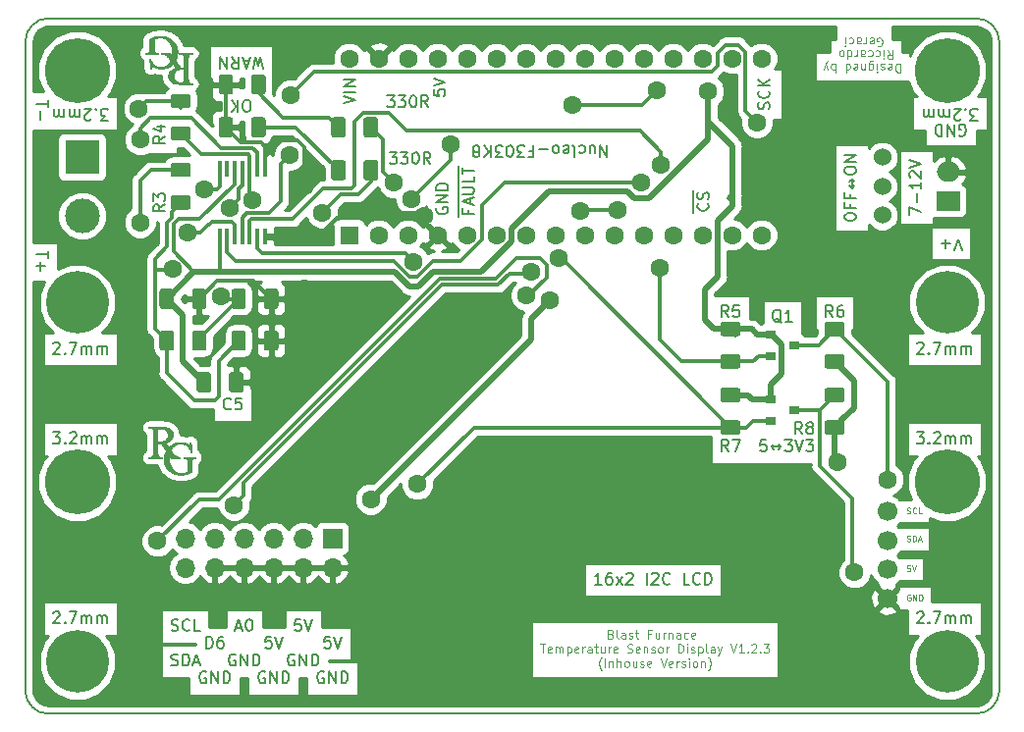
<source format=gbr>
%TF.GenerationSoftware,KiCad,Pcbnew,(5.0.0)*%
%TF.CreationDate,2020-03-12T20:39:50+00:00*%
%TF.ProjectId,Blast Furnace PCB,426C617374204675726E616365205043,rev?*%
%TF.SameCoordinates,Original*%
%TF.FileFunction,Copper,L1,Top,Signal*%
%TF.FilePolarity,Positive*%
%FSLAX46Y46*%
G04 Gerber Fmt 4.6, Leading zero omitted, Abs format (unit mm)*
G04 Created by KiCad (PCBNEW (5.0.0)) date 03/12/20 20:39:50*
%MOMM*%
%LPD*%
G01*
G04 APERTURE LIST*
%ADD10C,0.150000*%
%ADD11C,0.075000*%
%ADD12C,0.100000*%
%ADD13C,0.112500*%
%ADD14C,0.010000*%
%ADD15C,1.700000*%
%ADD16C,1.600000*%
%ADD17R,1.600000X1.600000*%
%ADD18O,1.700000X1.700000*%
%ADD19R,1.700000X1.700000*%
%ADD20C,5.600000*%
%ADD21C,5.400000*%
%ADD22C,1.524000*%
%ADD23C,3.000000*%
%ADD24R,3.000000X3.000000*%
%ADD25R,2.000000X1.700000*%
%ADD26O,2.000000X1.700000*%
%ADD27C,1.250000*%
%ADD28R,0.450000X1.450000*%
%ADD29R,0.900000X0.800000*%
%ADD30C,0.300000*%
%ADD31C,0.500000*%
%ADD32C,0.254000*%
G04 APERTURE END LIST*
D10*
X89685714Y-144404761D02*
X89828571Y-144452380D01*
X90066666Y-144452380D01*
X90161904Y-144404761D01*
X90209523Y-144357142D01*
X90257142Y-144261904D01*
X90257142Y-144166666D01*
X90209523Y-144071428D01*
X90161904Y-144023809D01*
X90066666Y-143976190D01*
X89876190Y-143928571D01*
X89780952Y-143880952D01*
X89733333Y-143833333D01*
X89685714Y-143738095D01*
X89685714Y-143642857D01*
X89733333Y-143547619D01*
X89780952Y-143500000D01*
X89876190Y-143452380D01*
X90114285Y-143452380D01*
X90257142Y-143500000D01*
X90685714Y-144452380D02*
X90685714Y-143452380D01*
X90923809Y-143452380D01*
X91066666Y-143500000D01*
X91161904Y-143595238D01*
X91209523Y-143690476D01*
X91257142Y-143880952D01*
X91257142Y-144023809D01*
X91209523Y-144214285D01*
X91161904Y-144309523D01*
X91066666Y-144404761D01*
X90923809Y-144452380D01*
X90685714Y-144452380D01*
X91638095Y-144166666D02*
X92114285Y-144166666D01*
X91542857Y-144452380D02*
X91876190Y-143452380D01*
X92209523Y-144452380D01*
X97758095Y-145000000D02*
X97662857Y-144952380D01*
X97520000Y-144952380D01*
X97377142Y-145000000D01*
X97281904Y-145095238D01*
X97234285Y-145190476D01*
X97186666Y-145380952D01*
X97186666Y-145523809D01*
X97234285Y-145714285D01*
X97281904Y-145809523D01*
X97377142Y-145904761D01*
X97520000Y-145952380D01*
X97615238Y-145952380D01*
X97758095Y-145904761D01*
X97805714Y-145857142D01*
X97805714Y-145523809D01*
X97615238Y-145523809D01*
X98234285Y-145952380D02*
X98234285Y-144952380D01*
X98805714Y-145952380D01*
X98805714Y-144952380D01*
X99281904Y-145952380D02*
X99281904Y-144952380D01*
X99520000Y-144952380D01*
X99662857Y-145000000D01*
X99758095Y-145095238D01*
X99805714Y-145190476D01*
X99853333Y-145380952D01*
X99853333Y-145523809D01*
X99805714Y-145714285D01*
X99758095Y-145809523D01*
X99662857Y-145904761D01*
X99520000Y-145952380D01*
X99281904Y-145952380D01*
X95218095Y-143500000D02*
X95122857Y-143452380D01*
X94980000Y-143452380D01*
X94837142Y-143500000D01*
X94741904Y-143595238D01*
X94694285Y-143690476D01*
X94646666Y-143880952D01*
X94646666Y-144023809D01*
X94694285Y-144214285D01*
X94741904Y-144309523D01*
X94837142Y-144404761D01*
X94980000Y-144452380D01*
X95075238Y-144452380D01*
X95218095Y-144404761D01*
X95265714Y-144357142D01*
X95265714Y-144023809D01*
X95075238Y-144023809D01*
X95694285Y-144452380D02*
X95694285Y-143452380D01*
X96265714Y-144452380D01*
X96265714Y-143452380D01*
X96741904Y-144452380D02*
X96741904Y-143452380D01*
X96980000Y-143452380D01*
X97122857Y-143500000D01*
X97218095Y-143595238D01*
X97265714Y-143690476D01*
X97313333Y-143880952D01*
X97313333Y-144023809D01*
X97265714Y-144214285D01*
X97218095Y-144309523D01*
X97122857Y-144404761D01*
X96980000Y-144452380D01*
X96741904Y-144452380D01*
X92678095Y-145000000D02*
X92582857Y-144952380D01*
X92440000Y-144952380D01*
X92297142Y-145000000D01*
X92201904Y-145095238D01*
X92154285Y-145190476D01*
X92106666Y-145380952D01*
X92106666Y-145523809D01*
X92154285Y-145714285D01*
X92201904Y-145809523D01*
X92297142Y-145904761D01*
X92440000Y-145952380D01*
X92535238Y-145952380D01*
X92678095Y-145904761D01*
X92725714Y-145857142D01*
X92725714Y-145523809D01*
X92535238Y-145523809D01*
X93154285Y-145952380D02*
X93154285Y-144952380D01*
X93725714Y-145952380D01*
X93725714Y-144952380D01*
X94201904Y-145952380D02*
X94201904Y-144952380D01*
X94440000Y-144952380D01*
X94582857Y-145000000D01*
X94678095Y-145095238D01*
X94725714Y-145190476D01*
X94773333Y-145380952D01*
X94773333Y-145523809D01*
X94725714Y-145714285D01*
X94678095Y-145809523D01*
X94582857Y-145904761D01*
X94440000Y-145952380D01*
X94201904Y-145952380D01*
X102838095Y-145000000D02*
X102742857Y-144952380D01*
X102600000Y-144952380D01*
X102457142Y-145000000D01*
X102361904Y-145095238D01*
X102314285Y-145190476D01*
X102266666Y-145380952D01*
X102266666Y-145523809D01*
X102314285Y-145714285D01*
X102361904Y-145809523D01*
X102457142Y-145904761D01*
X102600000Y-145952380D01*
X102695238Y-145952380D01*
X102838095Y-145904761D01*
X102885714Y-145857142D01*
X102885714Y-145523809D01*
X102695238Y-145523809D01*
X103314285Y-145952380D02*
X103314285Y-144952380D01*
X103885714Y-145952380D01*
X103885714Y-144952380D01*
X104361904Y-145952380D02*
X104361904Y-144952380D01*
X104600000Y-144952380D01*
X104742857Y-145000000D01*
X104838095Y-145095238D01*
X104885714Y-145190476D01*
X104933333Y-145380952D01*
X104933333Y-145523809D01*
X104885714Y-145714285D01*
X104838095Y-145809523D01*
X104742857Y-145904761D01*
X104600000Y-145952380D01*
X104361904Y-145952380D01*
X100298095Y-143500000D02*
X100202857Y-143452380D01*
X100060000Y-143452380D01*
X99917142Y-143500000D01*
X99821904Y-143595238D01*
X99774285Y-143690476D01*
X99726666Y-143880952D01*
X99726666Y-144023809D01*
X99774285Y-144214285D01*
X99821904Y-144309523D01*
X99917142Y-144404761D01*
X100060000Y-144452380D01*
X100155238Y-144452380D01*
X100298095Y-144404761D01*
X100345714Y-144357142D01*
X100345714Y-144023809D01*
X100155238Y-144023809D01*
X100774285Y-144452380D02*
X100774285Y-143452380D01*
X101345714Y-144452380D01*
X101345714Y-143452380D01*
X101821904Y-144452380D02*
X101821904Y-143452380D01*
X102060000Y-143452380D01*
X102202857Y-143500000D01*
X102298095Y-143595238D01*
X102345714Y-143690476D01*
X102393333Y-143880952D01*
X102393333Y-144023809D01*
X102345714Y-144214285D01*
X102298095Y-144309523D01*
X102202857Y-144404761D01*
X102060000Y-144452380D01*
X101821904Y-144452380D01*
X103409523Y-141952380D02*
X102933333Y-141952380D01*
X102885714Y-142428571D01*
X102933333Y-142380952D01*
X103028571Y-142333333D01*
X103266666Y-142333333D01*
X103361904Y-142380952D01*
X103409523Y-142428571D01*
X103457142Y-142523809D01*
X103457142Y-142761904D01*
X103409523Y-142857142D01*
X103361904Y-142904761D01*
X103266666Y-142952380D01*
X103028571Y-142952380D01*
X102933333Y-142904761D01*
X102885714Y-142857142D01*
X103742857Y-141952380D02*
X104076190Y-142952380D01*
X104409523Y-141952380D01*
X100869523Y-140452380D02*
X100393333Y-140452380D01*
X100345714Y-140928571D01*
X100393333Y-140880952D01*
X100488571Y-140833333D01*
X100726666Y-140833333D01*
X100821904Y-140880952D01*
X100869523Y-140928571D01*
X100917142Y-141023809D01*
X100917142Y-141261904D01*
X100869523Y-141357142D01*
X100821904Y-141404761D01*
X100726666Y-141452380D01*
X100488571Y-141452380D01*
X100393333Y-141404761D01*
X100345714Y-141357142D01*
X101202857Y-140452380D02*
X101536190Y-141452380D01*
X101869523Y-140452380D01*
X98329523Y-141952380D02*
X97853333Y-141952380D01*
X97805714Y-142428571D01*
X97853333Y-142380952D01*
X97948571Y-142333333D01*
X98186666Y-142333333D01*
X98281904Y-142380952D01*
X98329523Y-142428571D01*
X98377142Y-142523809D01*
X98377142Y-142761904D01*
X98329523Y-142857142D01*
X98281904Y-142904761D01*
X98186666Y-142952380D01*
X97948571Y-142952380D01*
X97853333Y-142904761D01*
X97805714Y-142857142D01*
X98662857Y-141952380D02*
X98996190Y-142952380D01*
X99329523Y-141952380D01*
X95265714Y-141166666D02*
X95741904Y-141166666D01*
X95170476Y-141452380D02*
X95503809Y-140452380D01*
X95837142Y-141452380D01*
X96360952Y-140452380D02*
X96456190Y-140452380D01*
X96551428Y-140500000D01*
X96599047Y-140547619D01*
X96646666Y-140642857D01*
X96694285Y-140833333D01*
X96694285Y-141071428D01*
X96646666Y-141261904D01*
X96599047Y-141357142D01*
X96551428Y-141404761D01*
X96456190Y-141452380D01*
X96360952Y-141452380D01*
X96265714Y-141404761D01*
X96218095Y-141357142D01*
X96170476Y-141261904D01*
X96122857Y-141071428D01*
X96122857Y-140833333D01*
X96170476Y-140642857D01*
X96218095Y-140547619D01*
X96265714Y-140500000D01*
X96360952Y-140452380D01*
X92701904Y-142952380D02*
X92701904Y-141952380D01*
X92940000Y-141952380D01*
X93082857Y-142000000D01*
X93178095Y-142095238D01*
X93225714Y-142190476D01*
X93273333Y-142380952D01*
X93273333Y-142523809D01*
X93225714Y-142714285D01*
X93178095Y-142809523D01*
X93082857Y-142904761D01*
X92940000Y-142952380D01*
X92701904Y-142952380D01*
X94130476Y-141952380D02*
X93940000Y-141952380D01*
X93844761Y-142000000D01*
X93797142Y-142047619D01*
X93701904Y-142190476D01*
X93654285Y-142380952D01*
X93654285Y-142761904D01*
X93701904Y-142857142D01*
X93749523Y-142904761D01*
X93844761Y-142952380D01*
X94035238Y-142952380D01*
X94130476Y-142904761D01*
X94178095Y-142857142D01*
X94225714Y-142761904D01*
X94225714Y-142523809D01*
X94178095Y-142428571D01*
X94130476Y-142380952D01*
X94035238Y-142333333D01*
X93844761Y-142333333D01*
X93749523Y-142380952D01*
X93701904Y-142428571D01*
X93654285Y-142523809D01*
X89709523Y-141404761D02*
X89852380Y-141452380D01*
X90090476Y-141452380D01*
X90185714Y-141404761D01*
X90233333Y-141357142D01*
X90280952Y-141261904D01*
X90280952Y-141166666D01*
X90233333Y-141071428D01*
X90185714Y-141023809D01*
X90090476Y-140976190D01*
X89900000Y-140928571D01*
X89804761Y-140880952D01*
X89757142Y-140833333D01*
X89709523Y-140738095D01*
X89709523Y-140642857D01*
X89757142Y-140547619D01*
X89804761Y-140500000D01*
X89900000Y-140452380D01*
X90138095Y-140452380D01*
X90280952Y-140500000D01*
X91280952Y-141357142D02*
X91233333Y-141404761D01*
X91090476Y-141452380D01*
X90995238Y-141452380D01*
X90852380Y-141404761D01*
X90757142Y-141309523D01*
X90709523Y-141214285D01*
X90661904Y-141023809D01*
X90661904Y-140880952D01*
X90709523Y-140690476D01*
X90757142Y-140595238D01*
X90852380Y-140500000D01*
X90995238Y-140452380D01*
X91090476Y-140452380D01*
X91233333Y-140500000D01*
X91280952Y-140547619D01*
X92185714Y-141452380D02*
X91709523Y-141452380D01*
X91709523Y-140452380D01*
X144083333Y-124452380D02*
X143750000Y-123976190D01*
X143511904Y-124452380D02*
X143511904Y-123452380D01*
X143892857Y-123452380D01*
X143988095Y-123500000D01*
X144035714Y-123547619D01*
X144083333Y-123642857D01*
X144083333Y-123785714D01*
X144035714Y-123880952D01*
X143988095Y-123928571D01*
X143892857Y-123976190D01*
X143511904Y-123976190D01*
X144654761Y-123880952D02*
X144559523Y-123833333D01*
X144511904Y-123785714D01*
X144464285Y-123690476D01*
X144464285Y-123642857D01*
X144511904Y-123547619D01*
X144559523Y-123500000D01*
X144654761Y-123452380D01*
X144845238Y-123452380D01*
X144940476Y-123500000D01*
X144988095Y-123547619D01*
X145035714Y-123642857D01*
X145035714Y-123690476D01*
X144988095Y-123785714D01*
X144940476Y-123833333D01*
X144845238Y-123880952D01*
X144654761Y-123880952D01*
X144559523Y-123928571D01*
X144511904Y-123976190D01*
X144464285Y-124071428D01*
X144464285Y-124261904D01*
X144511904Y-124357142D01*
X144559523Y-124404761D01*
X144654761Y-124452380D01*
X144845238Y-124452380D01*
X144940476Y-124404761D01*
X144988095Y-124357142D01*
X145035714Y-124261904D01*
X145035714Y-124071428D01*
X144988095Y-123976190D01*
X144940476Y-123928571D01*
X144845238Y-123880952D01*
X137733333Y-125952380D02*
X137400000Y-125476190D01*
X137161904Y-125952380D02*
X137161904Y-124952380D01*
X137542857Y-124952380D01*
X137638095Y-125000000D01*
X137685714Y-125047619D01*
X137733333Y-125142857D01*
X137733333Y-125285714D01*
X137685714Y-125380952D01*
X137638095Y-125428571D01*
X137542857Y-125476190D01*
X137161904Y-125476190D01*
X138066666Y-124952380D02*
X138733333Y-124952380D01*
X138304761Y-125952380D01*
X146733333Y-114352380D02*
X146400000Y-113876190D01*
X146161904Y-114352380D02*
X146161904Y-113352380D01*
X146542857Y-113352380D01*
X146638095Y-113400000D01*
X146685714Y-113447619D01*
X146733333Y-113542857D01*
X146733333Y-113685714D01*
X146685714Y-113780952D01*
X146638095Y-113828571D01*
X146542857Y-113876190D01*
X146161904Y-113876190D01*
X147590476Y-113352380D02*
X147400000Y-113352380D01*
X147304761Y-113400000D01*
X147257142Y-113447619D01*
X147161904Y-113590476D01*
X147114285Y-113780952D01*
X147114285Y-114161904D01*
X147161904Y-114257142D01*
X147209523Y-114304761D01*
X147304761Y-114352380D01*
X147495238Y-114352380D01*
X147590476Y-114304761D01*
X147638095Y-114257142D01*
X147685714Y-114161904D01*
X147685714Y-113923809D01*
X147638095Y-113828571D01*
X147590476Y-113780952D01*
X147495238Y-113733333D01*
X147304761Y-113733333D01*
X147209523Y-113780952D01*
X147161904Y-113828571D01*
X147114285Y-113923809D01*
X142304761Y-114847619D02*
X142209523Y-114800000D01*
X142114285Y-114704761D01*
X141971428Y-114561904D01*
X141876190Y-114514285D01*
X141780952Y-114514285D01*
X141828571Y-114752380D02*
X141733333Y-114704761D01*
X141638095Y-114609523D01*
X141590476Y-114419047D01*
X141590476Y-114085714D01*
X141638095Y-113895238D01*
X141733333Y-113800000D01*
X141828571Y-113752380D01*
X142019047Y-113752380D01*
X142114285Y-113800000D01*
X142209523Y-113895238D01*
X142257142Y-114085714D01*
X142257142Y-114419047D01*
X142209523Y-114609523D01*
X142114285Y-114704761D01*
X142019047Y-114752380D01*
X141828571Y-114752380D01*
X143209523Y-114752380D02*
X142638095Y-114752380D01*
X142923809Y-114752380D02*
X142923809Y-113752380D01*
X142828571Y-113895238D01*
X142733333Y-113990476D01*
X142638095Y-114038095D01*
X137733333Y-114352380D02*
X137400000Y-113876190D01*
X137161904Y-114352380D02*
X137161904Y-113352380D01*
X137542857Y-113352380D01*
X137638095Y-113400000D01*
X137685714Y-113447619D01*
X137733333Y-113542857D01*
X137733333Y-113685714D01*
X137685714Y-113780952D01*
X137638095Y-113828571D01*
X137542857Y-113876190D01*
X137161904Y-113876190D01*
X138638095Y-113352380D02*
X138161904Y-113352380D01*
X138114285Y-113828571D01*
X138161904Y-113780952D01*
X138257142Y-113733333D01*
X138495238Y-113733333D01*
X138590476Y-113780952D01*
X138638095Y-113828571D01*
X138685714Y-113923809D01*
X138685714Y-114161904D01*
X138638095Y-114257142D01*
X138590476Y-114304761D01*
X138495238Y-114352380D01*
X138257142Y-114352380D01*
X138161904Y-114304761D01*
X138114285Y-114257142D01*
X89152380Y-104666666D02*
X88676190Y-105000000D01*
X89152380Y-105238095D02*
X88152380Y-105238095D01*
X88152380Y-104857142D01*
X88200000Y-104761904D01*
X88247619Y-104714285D01*
X88342857Y-104666666D01*
X88485714Y-104666666D01*
X88580952Y-104714285D01*
X88628571Y-104761904D01*
X88676190Y-104857142D01*
X88676190Y-105238095D01*
X88152380Y-104333333D02*
X88152380Y-103714285D01*
X88533333Y-104047619D01*
X88533333Y-103904761D01*
X88580952Y-103809523D01*
X88628571Y-103761904D01*
X88723809Y-103714285D01*
X88961904Y-103714285D01*
X89057142Y-103761904D01*
X89104761Y-103809523D01*
X89152380Y-103904761D01*
X89152380Y-104190476D01*
X89104761Y-104285714D01*
X89057142Y-104333333D01*
X89152380Y-98766666D02*
X88676190Y-99100000D01*
X89152380Y-99338095D02*
X88152380Y-99338095D01*
X88152380Y-98957142D01*
X88200000Y-98861904D01*
X88247619Y-98814285D01*
X88342857Y-98766666D01*
X88485714Y-98766666D01*
X88580952Y-98814285D01*
X88628571Y-98861904D01*
X88676190Y-98957142D01*
X88676190Y-99338095D01*
X88485714Y-97909523D02*
X89152380Y-97909523D01*
X88104761Y-98147619D02*
X88819047Y-98385714D01*
X88819047Y-97766666D01*
X108514285Y-100152380D02*
X109133333Y-100152380D01*
X108800000Y-100533333D01*
X108942857Y-100533333D01*
X109038095Y-100580952D01*
X109085714Y-100628571D01*
X109133333Y-100723809D01*
X109133333Y-100961904D01*
X109085714Y-101057142D01*
X109038095Y-101104761D01*
X108942857Y-101152380D01*
X108657142Y-101152380D01*
X108561904Y-101104761D01*
X108514285Y-101057142D01*
X109466666Y-100152380D02*
X110085714Y-100152380D01*
X109752380Y-100533333D01*
X109895238Y-100533333D01*
X109990476Y-100580952D01*
X110038095Y-100628571D01*
X110085714Y-100723809D01*
X110085714Y-100961904D01*
X110038095Y-101057142D01*
X109990476Y-101104761D01*
X109895238Y-101152380D01*
X109609523Y-101152380D01*
X109514285Y-101104761D01*
X109466666Y-101057142D01*
X110704761Y-100152380D02*
X110800000Y-100152380D01*
X110895238Y-100200000D01*
X110942857Y-100247619D01*
X110990476Y-100342857D01*
X111038095Y-100533333D01*
X111038095Y-100771428D01*
X110990476Y-100961904D01*
X110942857Y-101057142D01*
X110895238Y-101104761D01*
X110800000Y-101152380D01*
X110704761Y-101152380D01*
X110609523Y-101104761D01*
X110561904Y-101057142D01*
X110514285Y-100961904D01*
X110466666Y-100771428D01*
X110466666Y-100533333D01*
X110514285Y-100342857D01*
X110561904Y-100247619D01*
X110609523Y-100200000D01*
X110704761Y-100152380D01*
X112038095Y-101152380D02*
X111704761Y-100676190D01*
X111466666Y-101152380D02*
X111466666Y-100152380D01*
X111847619Y-100152380D01*
X111942857Y-100200000D01*
X111990476Y-100247619D01*
X112038095Y-100342857D01*
X112038095Y-100485714D01*
X111990476Y-100580952D01*
X111942857Y-100628571D01*
X111847619Y-100676190D01*
X111466666Y-100676190D01*
X108314285Y-95252380D02*
X108933333Y-95252380D01*
X108600000Y-95633333D01*
X108742857Y-95633333D01*
X108838095Y-95680952D01*
X108885714Y-95728571D01*
X108933333Y-95823809D01*
X108933333Y-96061904D01*
X108885714Y-96157142D01*
X108838095Y-96204761D01*
X108742857Y-96252380D01*
X108457142Y-96252380D01*
X108361904Y-96204761D01*
X108314285Y-96157142D01*
X109266666Y-95252380D02*
X109885714Y-95252380D01*
X109552380Y-95633333D01*
X109695238Y-95633333D01*
X109790476Y-95680952D01*
X109838095Y-95728571D01*
X109885714Y-95823809D01*
X109885714Y-96061904D01*
X109838095Y-96157142D01*
X109790476Y-96204761D01*
X109695238Y-96252380D01*
X109409523Y-96252380D01*
X109314285Y-96204761D01*
X109266666Y-96157142D01*
X110504761Y-95252380D02*
X110600000Y-95252380D01*
X110695238Y-95300000D01*
X110742857Y-95347619D01*
X110790476Y-95442857D01*
X110838095Y-95633333D01*
X110838095Y-95871428D01*
X110790476Y-96061904D01*
X110742857Y-96157142D01*
X110695238Y-96204761D01*
X110600000Y-96252380D01*
X110504761Y-96252380D01*
X110409523Y-96204761D01*
X110361904Y-96157142D01*
X110314285Y-96061904D01*
X110266666Y-95871428D01*
X110266666Y-95633333D01*
X110314285Y-95442857D01*
X110361904Y-95347619D01*
X110409523Y-95300000D01*
X110504761Y-95252380D01*
X111838095Y-96252380D02*
X111504761Y-95776190D01*
X111266666Y-96252380D02*
X111266666Y-95252380D01*
X111647619Y-95252380D01*
X111742857Y-95300000D01*
X111790476Y-95347619D01*
X111838095Y-95442857D01*
X111838095Y-95585714D01*
X111790476Y-95680952D01*
X111742857Y-95728571D01*
X111647619Y-95776190D01*
X111266666Y-95776190D01*
X140988095Y-124952380D02*
X140511904Y-124952380D01*
X140464285Y-125428571D01*
X140511904Y-125380952D01*
X140607142Y-125333333D01*
X140845238Y-125333333D01*
X140940476Y-125380952D01*
X140988095Y-125428571D01*
X141035714Y-125523809D01*
X141035714Y-125761904D01*
X140988095Y-125857142D01*
X140940476Y-125904761D01*
X140845238Y-125952380D01*
X140607142Y-125952380D01*
X140511904Y-125904761D01*
X140464285Y-125857142D01*
X141464285Y-125571428D02*
X142226190Y-125571428D01*
X142035714Y-125761904D02*
X142226190Y-125571428D01*
X142035714Y-125380952D01*
X141654761Y-125380952D02*
X141464285Y-125571428D01*
X141654761Y-125761904D01*
X142607142Y-124952380D02*
X143226190Y-124952380D01*
X142892857Y-125333333D01*
X143035714Y-125333333D01*
X143130952Y-125380952D01*
X143178571Y-125428571D01*
X143226190Y-125523809D01*
X143226190Y-125761904D01*
X143178571Y-125857142D01*
X143130952Y-125904761D01*
X143035714Y-125952380D01*
X142750000Y-125952380D01*
X142654761Y-125904761D01*
X142607142Y-125857142D01*
X143511904Y-124952380D02*
X143845238Y-125952380D01*
X144178571Y-124952380D01*
X144416666Y-124952380D02*
X145035714Y-124952380D01*
X144702380Y-125333333D01*
X144845238Y-125333333D01*
X144940476Y-125380952D01*
X144988095Y-125428571D01*
X145035714Y-125523809D01*
X145035714Y-125761904D01*
X144988095Y-125857142D01*
X144940476Y-125904761D01*
X144845238Y-125952380D01*
X144559523Y-125952380D01*
X144464285Y-125904761D01*
X144416666Y-125857142D01*
X134685000Y-105376190D02*
X134685000Y-104376190D01*
X135957142Y-104566666D02*
X136004761Y-104614285D01*
X136052380Y-104757142D01*
X136052380Y-104852380D01*
X136004761Y-104995238D01*
X135909523Y-105090476D01*
X135814285Y-105138095D01*
X135623809Y-105185714D01*
X135480952Y-105185714D01*
X135290476Y-105138095D01*
X135195238Y-105090476D01*
X135100000Y-104995238D01*
X135052380Y-104852380D01*
X135052380Y-104757142D01*
X135100000Y-104614285D01*
X135147619Y-104566666D01*
X134685000Y-104376190D02*
X134685000Y-103423809D01*
X136004761Y-104185714D02*
X136052380Y-104042857D01*
X136052380Y-103804761D01*
X136004761Y-103709523D01*
X135957142Y-103661904D01*
X135861904Y-103614285D01*
X135766666Y-103614285D01*
X135671428Y-103661904D01*
X135623809Y-103709523D01*
X135576190Y-103804761D01*
X135528571Y-103995238D01*
X135480952Y-104090476D01*
X135433333Y-104138095D01*
X135338095Y-104185714D01*
X135242857Y-104185714D01*
X135147619Y-104138095D01*
X135100000Y-104090476D01*
X135052380Y-103995238D01*
X135052380Y-103757142D01*
X135100000Y-103614285D01*
X112600000Y-104933333D02*
X112552380Y-105028571D01*
X112552380Y-105171429D01*
X112600000Y-105314286D01*
X112695238Y-105409524D01*
X112790476Y-105457143D01*
X112980952Y-105504762D01*
X113123809Y-105504762D01*
X113314285Y-105457143D01*
X113409523Y-105409524D01*
X113504761Y-105314286D01*
X113552380Y-105171429D01*
X113552380Y-105076190D01*
X113504761Y-104933333D01*
X113457142Y-104885714D01*
X113123809Y-104885714D01*
X113123809Y-105076190D01*
X113552380Y-104457143D02*
X112552380Y-104457143D01*
X113552380Y-103885714D01*
X112552380Y-103885714D01*
X113552380Y-103409524D02*
X112552380Y-103409524D01*
X112552380Y-103171429D01*
X112600000Y-103028571D01*
X112695238Y-102933333D01*
X112790476Y-102885714D01*
X112980952Y-102838095D01*
X113123809Y-102838095D01*
X113314285Y-102885714D01*
X113409523Y-102933333D01*
X113504761Y-103028571D01*
X113552380Y-103171429D01*
X113552380Y-103409524D01*
X114435000Y-105695238D02*
X114435000Y-104838095D01*
X115278571Y-105123810D02*
X115278571Y-105457143D01*
X115802380Y-105457143D02*
X114802380Y-105457143D01*
X114802380Y-104980952D01*
X114435000Y-104838095D02*
X114435000Y-103980952D01*
X115516666Y-104647619D02*
X115516666Y-104171429D01*
X115802380Y-104742857D02*
X114802380Y-104409524D01*
X115802380Y-104076191D01*
X114435000Y-103980952D02*
X114435000Y-102933333D01*
X114802380Y-103742857D02*
X115611904Y-103742857D01*
X115707142Y-103695238D01*
X115754761Y-103647619D01*
X115802380Y-103552381D01*
X115802380Y-103361905D01*
X115754761Y-103266667D01*
X115707142Y-103219048D01*
X115611904Y-103171429D01*
X114802380Y-103171429D01*
X114435000Y-102933333D02*
X114435000Y-102123810D01*
X115802380Y-102219048D02*
X115802380Y-102695238D01*
X114802380Y-102695238D01*
X114435000Y-102123810D02*
X114435000Y-101361905D01*
X114802380Y-102028572D02*
X114802380Y-101457143D01*
X115802380Y-101742857D02*
X114802380Y-101742857D01*
X104552380Y-95945238D02*
X105552380Y-95611904D01*
X104552380Y-95278571D01*
X105552380Y-94945238D02*
X104552380Y-94945238D01*
X105552380Y-94469047D02*
X104552380Y-94469047D01*
X105552380Y-93897619D01*
X104552380Y-93897619D01*
X112302380Y-94754762D02*
X112302380Y-95230952D01*
X112778571Y-95278571D01*
X112730952Y-95230952D01*
X112683333Y-95135714D01*
X112683333Y-94897619D01*
X112730952Y-94802381D01*
X112778571Y-94754762D01*
X112873809Y-94707143D01*
X113111904Y-94707143D01*
X113207142Y-94754762D01*
X113254761Y-94802381D01*
X113302380Y-94897619D01*
X113302380Y-95135714D01*
X113254761Y-95230952D01*
X113207142Y-95278571D01*
X112302380Y-94421428D02*
X113302380Y-94088095D01*
X112302380Y-93754762D01*
X141254761Y-96421429D02*
X141302380Y-96278572D01*
X141302380Y-96040476D01*
X141254761Y-95945238D01*
X141207142Y-95897619D01*
X141111904Y-95850000D01*
X141016666Y-95850000D01*
X140921428Y-95897619D01*
X140873809Y-95945238D01*
X140826190Y-96040476D01*
X140778571Y-96230953D01*
X140730952Y-96326191D01*
X140683333Y-96373810D01*
X140588095Y-96421429D01*
X140492857Y-96421429D01*
X140397619Y-96373810D01*
X140350000Y-96326191D01*
X140302380Y-96230953D01*
X140302380Y-95992857D01*
X140350000Y-95850000D01*
X141207142Y-94850000D02*
X141254761Y-94897619D01*
X141302380Y-95040476D01*
X141302380Y-95135715D01*
X141254761Y-95278572D01*
X141159523Y-95373810D01*
X141064285Y-95421429D01*
X140873809Y-95469048D01*
X140730952Y-95469048D01*
X140540476Y-95421429D01*
X140445238Y-95373810D01*
X140350000Y-95278572D01*
X140302380Y-95135715D01*
X140302380Y-95040476D01*
X140350000Y-94897619D01*
X140397619Y-94850000D01*
X141302380Y-94421429D02*
X140302380Y-94421429D01*
X141302380Y-93850000D02*
X140730952Y-94278572D01*
X140302380Y-93850000D02*
X140873809Y-94421429D01*
D11*
X153142856Y-131302380D02*
X153214285Y-131326190D01*
X153333333Y-131326190D01*
X153380952Y-131302380D01*
X153404761Y-131278571D01*
X153428571Y-131230952D01*
X153428571Y-131183333D01*
X153404761Y-131135714D01*
X153380952Y-131111904D01*
X153333333Y-131088095D01*
X153238095Y-131064285D01*
X153190475Y-131040476D01*
X153166666Y-131016666D01*
X153142856Y-130969047D01*
X153142856Y-130921428D01*
X153166666Y-130873809D01*
X153190475Y-130850000D01*
X153238095Y-130826190D01*
X153357142Y-130826190D01*
X153428571Y-130850000D01*
X153928571Y-131278571D02*
X153904761Y-131302380D01*
X153833333Y-131326190D01*
X153785714Y-131326190D01*
X153714285Y-131302380D01*
X153666666Y-131254761D01*
X153642856Y-131207142D01*
X153619047Y-131111904D01*
X153619047Y-131040476D01*
X153642856Y-130945238D01*
X153666666Y-130897619D01*
X153714285Y-130850000D01*
X153785714Y-130826190D01*
X153833333Y-130826190D01*
X153904761Y-130850000D01*
X153928571Y-130873809D01*
X154380952Y-131326190D02*
X154142856Y-131326190D01*
X154142856Y-130826190D01*
X153142857Y-133702380D02*
X153214285Y-133726190D01*
X153333333Y-133726190D01*
X153380952Y-133702380D01*
X153404761Y-133678571D01*
X153428571Y-133630952D01*
X153428571Y-133583333D01*
X153404761Y-133535714D01*
X153380952Y-133511904D01*
X153333333Y-133488095D01*
X153238095Y-133464285D01*
X153190476Y-133440476D01*
X153166666Y-133416666D01*
X153142857Y-133369047D01*
X153142857Y-133321428D01*
X153166666Y-133273809D01*
X153190476Y-133250000D01*
X153238095Y-133226190D01*
X153357142Y-133226190D01*
X153428571Y-133250000D01*
X153642857Y-133726190D02*
X153642857Y-133226190D01*
X153761904Y-133226190D01*
X153833333Y-133250000D01*
X153880952Y-133297619D01*
X153904761Y-133345238D01*
X153928571Y-133440476D01*
X153928571Y-133511904D01*
X153904761Y-133607142D01*
X153880952Y-133654761D01*
X153833333Y-133702380D01*
X153761904Y-133726190D01*
X153642857Y-133726190D01*
X154119047Y-133583333D02*
X154357142Y-133583333D01*
X154071428Y-133726190D02*
X154238095Y-133226190D01*
X154404761Y-133726190D01*
X153404761Y-135826190D02*
X153166666Y-135826190D01*
X153142857Y-136064285D01*
X153166666Y-136040476D01*
X153214285Y-136016666D01*
X153333333Y-136016666D01*
X153380952Y-136040476D01*
X153404761Y-136064285D01*
X153428571Y-136111904D01*
X153428571Y-136230952D01*
X153404761Y-136278571D01*
X153380952Y-136302380D01*
X153333333Y-136326190D01*
X153214285Y-136326190D01*
X153166666Y-136302380D01*
X153142857Y-136278571D01*
X153571428Y-135826190D02*
X153738095Y-136326190D01*
X153904761Y-135826190D01*
X153428571Y-138350000D02*
X153380952Y-138326190D01*
X153309524Y-138326190D01*
X153238095Y-138350000D01*
X153190476Y-138397619D01*
X153166666Y-138445238D01*
X153142857Y-138540476D01*
X153142857Y-138611904D01*
X153166666Y-138707142D01*
X153190476Y-138754761D01*
X153238095Y-138802380D01*
X153309524Y-138826190D01*
X153357143Y-138826190D01*
X153428571Y-138802380D01*
X153452381Y-138778571D01*
X153452381Y-138611904D01*
X153357143Y-138611904D01*
X153666666Y-138826190D02*
X153666666Y-138326190D01*
X153952381Y-138826190D01*
X153952381Y-138326190D01*
X154190476Y-138826190D02*
X154190476Y-138326190D01*
X154309524Y-138326190D01*
X154380952Y-138350000D01*
X154428571Y-138397619D01*
X154452381Y-138445238D01*
X154476190Y-138540476D01*
X154476190Y-138611904D01*
X154452381Y-138707142D01*
X154428571Y-138754761D01*
X154380952Y-138802380D01*
X154309524Y-138826190D01*
X154190476Y-138826190D01*
D10*
X84230952Y-97397619D02*
X83611904Y-97397619D01*
X83945238Y-97016666D01*
X83802380Y-97016666D01*
X83707142Y-96969047D01*
X83659523Y-96921428D01*
X83611904Y-96826190D01*
X83611904Y-96588095D01*
X83659523Y-96492857D01*
X83707142Y-96445238D01*
X83802380Y-96397619D01*
X84088095Y-96397619D01*
X84183333Y-96445238D01*
X84230952Y-96492857D01*
X83183333Y-96492857D02*
X83135714Y-96445238D01*
X83183333Y-96397619D01*
X83230952Y-96445238D01*
X83183333Y-96492857D01*
X83183333Y-96397619D01*
X82754761Y-97302380D02*
X82707142Y-97350000D01*
X82611904Y-97397619D01*
X82373809Y-97397619D01*
X82278571Y-97350000D01*
X82230952Y-97302380D01*
X82183333Y-97207142D01*
X82183333Y-97111904D01*
X82230952Y-96969047D01*
X82802380Y-96397619D01*
X82183333Y-96397619D01*
X81754761Y-96397619D02*
X81754761Y-97064285D01*
X81754761Y-96969047D02*
X81707142Y-97016666D01*
X81611904Y-97064285D01*
X81469047Y-97064285D01*
X81373809Y-97016666D01*
X81326190Y-96921428D01*
X81326190Y-96397619D01*
X81326190Y-96921428D02*
X81278571Y-97016666D01*
X81183333Y-97064285D01*
X81040476Y-97064285D01*
X80945238Y-97016666D01*
X80897619Y-96921428D01*
X80897619Y-96397619D01*
X80421428Y-96397619D02*
X80421428Y-97064285D01*
X80421428Y-96969047D02*
X80373809Y-97016666D01*
X80278571Y-97064285D01*
X80135714Y-97064285D01*
X80040476Y-97016666D01*
X79992857Y-96921428D01*
X79992857Y-96397619D01*
X79992857Y-96921428D02*
X79945238Y-97016666D01*
X79850000Y-97064285D01*
X79707142Y-97064285D01*
X79611904Y-97016666D01*
X79564285Y-96921428D01*
X79564285Y-96397619D01*
X159230952Y-97397619D02*
X158611904Y-97397619D01*
X158945238Y-97016666D01*
X158802380Y-97016666D01*
X158707142Y-96969047D01*
X158659523Y-96921428D01*
X158611904Y-96826190D01*
X158611904Y-96588095D01*
X158659523Y-96492857D01*
X158707142Y-96445238D01*
X158802380Y-96397619D01*
X159088095Y-96397619D01*
X159183333Y-96445238D01*
X159230952Y-96492857D01*
X158183333Y-96492857D02*
X158135714Y-96445238D01*
X158183333Y-96397619D01*
X158230952Y-96445238D01*
X158183333Y-96492857D01*
X158183333Y-96397619D01*
X157754761Y-97302380D02*
X157707142Y-97350000D01*
X157611904Y-97397619D01*
X157373809Y-97397619D01*
X157278571Y-97350000D01*
X157230952Y-97302380D01*
X157183333Y-97207142D01*
X157183333Y-97111904D01*
X157230952Y-96969047D01*
X157802380Y-96397619D01*
X157183333Y-96397619D01*
X156754761Y-96397619D02*
X156754761Y-97064285D01*
X156754761Y-96969047D02*
X156707142Y-97016666D01*
X156611904Y-97064285D01*
X156469047Y-97064285D01*
X156373809Y-97016666D01*
X156326190Y-96921428D01*
X156326190Y-96397619D01*
X156326190Y-96921428D02*
X156278571Y-97016666D01*
X156183333Y-97064285D01*
X156040476Y-97064285D01*
X155945238Y-97016666D01*
X155897619Y-96921428D01*
X155897619Y-96397619D01*
X155421428Y-96397619D02*
X155421428Y-97064285D01*
X155421428Y-96969047D02*
X155373809Y-97016666D01*
X155278571Y-97064285D01*
X155135714Y-97064285D01*
X155040476Y-97016666D01*
X154992857Y-96921428D01*
X154992857Y-96397619D01*
X154992857Y-96921428D02*
X154945238Y-97016666D01*
X154850000Y-97064285D01*
X154707142Y-97064285D01*
X154611904Y-97016666D01*
X154564285Y-96921428D01*
X154564285Y-96397619D01*
X154016666Y-116647619D02*
X154064285Y-116600000D01*
X154159523Y-116552380D01*
X154397619Y-116552380D01*
X154492857Y-116600000D01*
X154540476Y-116647619D01*
X154588095Y-116742857D01*
X154588095Y-116838095D01*
X154540476Y-116980952D01*
X153969047Y-117552380D01*
X154588095Y-117552380D01*
X155016666Y-117457142D02*
X155064285Y-117504761D01*
X155016666Y-117552380D01*
X154969047Y-117504761D01*
X155016666Y-117457142D01*
X155016666Y-117552380D01*
X155397619Y-116552380D02*
X156064285Y-116552380D01*
X155635714Y-117552380D01*
X156445238Y-117552380D02*
X156445238Y-116885714D01*
X156445238Y-116980952D02*
X156492857Y-116933333D01*
X156588095Y-116885714D01*
X156730952Y-116885714D01*
X156826190Y-116933333D01*
X156873809Y-117028571D01*
X156873809Y-117552380D01*
X156873809Y-117028571D02*
X156921428Y-116933333D01*
X157016666Y-116885714D01*
X157159523Y-116885714D01*
X157254761Y-116933333D01*
X157302380Y-117028571D01*
X157302380Y-117552380D01*
X157778571Y-117552380D02*
X157778571Y-116885714D01*
X157778571Y-116980952D02*
X157826190Y-116933333D01*
X157921428Y-116885714D01*
X158064285Y-116885714D01*
X158159523Y-116933333D01*
X158207142Y-117028571D01*
X158207142Y-117552380D01*
X158207142Y-117028571D02*
X158254761Y-116933333D01*
X158350000Y-116885714D01*
X158492857Y-116885714D01*
X158588095Y-116933333D01*
X158635714Y-117028571D01*
X158635714Y-117552380D01*
X79516666Y-116647619D02*
X79564285Y-116600000D01*
X79659523Y-116552380D01*
X79897619Y-116552380D01*
X79992857Y-116600000D01*
X80040476Y-116647619D01*
X80088095Y-116742857D01*
X80088095Y-116838095D01*
X80040476Y-116980952D01*
X79469047Y-117552380D01*
X80088095Y-117552380D01*
X80516666Y-117457142D02*
X80564285Y-117504761D01*
X80516666Y-117552380D01*
X80469047Y-117504761D01*
X80516666Y-117457142D01*
X80516666Y-117552380D01*
X80897619Y-116552380D02*
X81564285Y-116552380D01*
X81135714Y-117552380D01*
X81945238Y-117552380D02*
X81945238Y-116885714D01*
X81945238Y-116980952D02*
X81992857Y-116933333D01*
X82088095Y-116885714D01*
X82230952Y-116885714D01*
X82326190Y-116933333D01*
X82373809Y-117028571D01*
X82373809Y-117552380D01*
X82373809Y-117028571D02*
X82421428Y-116933333D01*
X82516666Y-116885714D01*
X82659523Y-116885714D01*
X82754761Y-116933333D01*
X82802380Y-117028571D01*
X82802380Y-117552380D01*
X83278571Y-117552380D02*
X83278571Y-116885714D01*
X83278571Y-116980952D02*
X83326190Y-116933333D01*
X83421428Y-116885714D01*
X83564285Y-116885714D01*
X83659523Y-116933333D01*
X83707142Y-117028571D01*
X83707142Y-117552380D01*
X83707142Y-117028571D02*
X83754761Y-116933333D01*
X83850000Y-116885714D01*
X83992857Y-116885714D01*
X84088095Y-116933333D01*
X84135714Y-117028571D01*
X84135714Y-117552380D01*
X154016666Y-139897619D02*
X154064285Y-139850000D01*
X154159523Y-139802380D01*
X154397619Y-139802380D01*
X154492857Y-139850000D01*
X154540476Y-139897619D01*
X154588095Y-139992857D01*
X154588095Y-140088095D01*
X154540476Y-140230952D01*
X153969047Y-140802380D01*
X154588095Y-140802380D01*
X155016666Y-140707142D02*
X155064285Y-140754761D01*
X155016666Y-140802380D01*
X154969047Y-140754761D01*
X155016666Y-140707142D01*
X155016666Y-140802380D01*
X155397619Y-139802380D02*
X156064285Y-139802380D01*
X155635714Y-140802380D01*
X156445238Y-140802380D02*
X156445238Y-140135714D01*
X156445238Y-140230952D02*
X156492857Y-140183333D01*
X156588095Y-140135714D01*
X156730952Y-140135714D01*
X156826190Y-140183333D01*
X156873809Y-140278571D01*
X156873809Y-140802380D01*
X156873809Y-140278571D02*
X156921428Y-140183333D01*
X157016666Y-140135714D01*
X157159523Y-140135714D01*
X157254761Y-140183333D01*
X157302380Y-140278571D01*
X157302380Y-140802380D01*
X157778571Y-140802380D02*
X157778571Y-140135714D01*
X157778571Y-140230952D02*
X157826190Y-140183333D01*
X157921428Y-140135714D01*
X158064285Y-140135714D01*
X158159523Y-140183333D01*
X158207142Y-140278571D01*
X158207142Y-140802380D01*
X158207142Y-140278571D02*
X158254761Y-140183333D01*
X158350000Y-140135714D01*
X158492857Y-140135714D01*
X158588095Y-140183333D01*
X158635714Y-140278571D01*
X158635714Y-140802380D01*
X79516666Y-139897619D02*
X79564285Y-139850000D01*
X79659523Y-139802380D01*
X79897619Y-139802380D01*
X79992857Y-139850000D01*
X80040476Y-139897619D01*
X80088095Y-139992857D01*
X80088095Y-140088095D01*
X80040476Y-140230952D01*
X79469047Y-140802380D01*
X80088095Y-140802380D01*
X80516666Y-140707142D02*
X80564285Y-140754761D01*
X80516666Y-140802380D01*
X80469047Y-140754761D01*
X80516666Y-140707142D01*
X80516666Y-140802380D01*
X80897619Y-139802380D02*
X81564285Y-139802380D01*
X81135714Y-140802380D01*
X81945238Y-140802380D02*
X81945238Y-140135714D01*
X81945238Y-140230952D02*
X81992857Y-140183333D01*
X82088095Y-140135714D01*
X82230952Y-140135714D01*
X82326190Y-140183333D01*
X82373809Y-140278571D01*
X82373809Y-140802380D01*
X82373809Y-140278571D02*
X82421428Y-140183333D01*
X82516666Y-140135714D01*
X82659523Y-140135714D01*
X82754761Y-140183333D01*
X82802380Y-140278571D01*
X82802380Y-140802380D01*
X83278571Y-140802380D02*
X83278571Y-140135714D01*
X83278571Y-140230952D02*
X83326190Y-140183333D01*
X83421428Y-140135714D01*
X83564285Y-140135714D01*
X83659523Y-140183333D01*
X83707142Y-140278571D01*
X83707142Y-140802380D01*
X83707142Y-140278571D02*
X83754761Y-140183333D01*
X83850000Y-140135714D01*
X83992857Y-140135714D01*
X84088095Y-140183333D01*
X84135714Y-140278571D01*
X84135714Y-140802380D01*
X79469047Y-124302380D02*
X80088095Y-124302380D01*
X79754761Y-124683333D01*
X79897619Y-124683333D01*
X79992857Y-124730952D01*
X80040476Y-124778571D01*
X80088095Y-124873809D01*
X80088095Y-125111904D01*
X80040476Y-125207142D01*
X79992857Y-125254761D01*
X79897619Y-125302380D01*
X79611904Y-125302380D01*
X79516666Y-125254761D01*
X79469047Y-125207142D01*
X80516666Y-125207142D02*
X80564285Y-125254761D01*
X80516666Y-125302380D01*
X80469047Y-125254761D01*
X80516666Y-125207142D01*
X80516666Y-125302380D01*
X80945238Y-124397619D02*
X80992857Y-124350000D01*
X81088095Y-124302380D01*
X81326190Y-124302380D01*
X81421428Y-124350000D01*
X81469047Y-124397619D01*
X81516666Y-124492857D01*
X81516666Y-124588095D01*
X81469047Y-124730952D01*
X80897619Y-125302380D01*
X81516666Y-125302380D01*
X81945238Y-125302380D02*
X81945238Y-124635714D01*
X81945238Y-124730952D02*
X81992857Y-124683333D01*
X82088095Y-124635714D01*
X82230952Y-124635714D01*
X82326190Y-124683333D01*
X82373809Y-124778571D01*
X82373809Y-125302380D01*
X82373809Y-124778571D02*
X82421428Y-124683333D01*
X82516666Y-124635714D01*
X82659523Y-124635714D01*
X82754761Y-124683333D01*
X82802380Y-124778571D01*
X82802380Y-125302380D01*
X83278571Y-125302380D02*
X83278571Y-124635714D01*
X83278571Y-124730952D02*
X83326190Y-124683333D01*
X83421428Y-124635714D01*
X83564285Y-124635714D01*
X83659523Y-124683333D01*
X83707142Y-124778571D01*
X83707142Y-125302380D01*
X83707142Y-124778571D02*
X83754761Y-124683333D01*
X83850000Y-124635714D01*
X83992857Y-124635714D01*
X84088095Y-124683333D01*
X84135714Y-124778571D01*
X84135714Y-125302380D01*
X153969047Y-124302380D02*
X154588095Y-124302380D01*
X154254761Y-124683333D01*
X154397619Y-124683333D01*
X154492857Y-124730952D01*
X154540476Y-124778571D01*
X154588095Y-124873809D01*
X154588095Y-125111904D01*
X154540476Y-125207142D01*
X154492857Y-125254761D01*
X154397619Y-125302380D01*
X154111904Y-125302380D01*
X154016666Y-125254761D01*
X153969047Y-125207142D01*
X155016666Y-125207142D02*
X155064285Y-125254761D01*
X155016666Y-125302380D01*
X154969047Y-125254761D01*
X155016666Y-125207142D01*
X155016666Y-125302380D01*
X155445238Y-124397619D02*
X155492857Y-124350000D01*
X155588095Y-124302380D01*
X155826190Y-124302380D01*
X155921428Y-124350000D01*
X155969047Y-124397619D01*
X156016666Y-124492857D01*
X156016666Y-124588095D01*
X155969047Y-124730952D01*
X155397619Y-125302380D01*
X156016666Y-125302380D01*
X156445238Y-125302380D02*
X156445238Y-124635714D01*
X156445238Y-124730952D02*
X156492857Y-124683333D01*
X156588095Y-124635714D01*
X156730952Y-124635714D01*
X156826190Y-124683333D01*
X156873809Y-124778571D01*
X156873809Y-125302380D01*
X156873809Y-124778571D02*
X156921428Y-124683333D01*
X157016666Y-124635714D01*
X157159523Y-124635714D01*
X157254761Y-124683333D01*
X157302380Y-124778571D01*
X157302380Y-125302380D01*
X157778571Y-125302380D02*
X157778571Y-124635714D01*
X157778571Y-124730952D02*
X157826190Y-124683333D01*
X157921428Y-124635714D01*
X158064285Y-124635714D01*
X158159523Y-124683333D01*
X158207142Y-124778571D01*
X158207142Y-125302380D01*
X158207142Y-124778571D02*
X158254761Y-124683333D01*
X158350000Y-124635714D01*
X158492857Y-124635714D01*
X158588095Y-124683333D01*
X158635714Y-124778571D01*
X158635714Y-125302380D01*
X157852380Y-108647619D02*
X157519047Y-107647619D01*
X157185714Y-108647619D01*
X156852380Y-108028571D02*
X156090476Y-108028571D01*
X156471428Y-107647619D02*
X156471428Y-108409523D01*
X157661904Y-98700000D02*
X157757142Y-98747619D01*
X157900000Y-98747619D01*
X158042857Y-98700000D01*
X158138095Y-98604761D01*
X158185714Y-98509523D01*
X158233333Y-98319047D01*
X158233333Y-98176190D01*
X158185714Y-97985714D01*
X158138095Y-97890476D01*
X158042857Y-97795238D01*
X157900000Y-97747619D01*
X157804761Y-97747619D01*
X157661904Y-97795238D01*
X157614285Y-97842857D01*
X157614285Y-98176190D01*
X157804761Y-98176190D01*
X157185714Y-97747619D02*
X157185714Y-98747619D01*
X156614285Y-97747619D01*
X156614285Y-98747619D01*
X156138095Y-97747619D02*
X156138095Y-98747619D01*
X155900000Y-98747619D01*
X155757142Y-98700000D01*
X155661904Y-98604761D01*
X155614285Y-98509523D01*
X155566666Y-98319047D01*
X155566666Y-98176190D01*
X155614285Y-97985714D01*
X155661904Y-97890476D01*
X155757142Y-97795238D01*
X155900000Y-97747619D01*
X156138095Y-97747619D01*
X94833333Y-122257142D02*
X94785714Y-122304761D01*
X94642857Y-122352380D01*
X94547619Y-122352380D01*
X94404761Y-122304761D01*
X94309523Y-122209523D01*
X94261904Y-122114285D01*
X94214285Y-121923809D01*
X94214285Y-121780952D01*
X94261904Y-121590476D01*
X94309523Y-121495238D01*
X94404761Y-121400000D01*
X94547619Y-121352380D01*
X94642857Y-121352380D01*
X94785714Y-121400000D01*
X94833333Y-121447619D01*
X95738095Y-121352380D02*
X95261904Y-121352380D01*
X95214285Y-121828571D01*
X95261904Y-121780952D01*
X95357142Y-121733333D01*
X95595238Y-121733333D01*
X95690476Y-121780952D01*
X95738095Y-121828571D01*
X95785714Y-121923809D01*
X95785714Y-122161904D01*
X95738095Y-122257142D01*
X95690476Y-122304761D01*
X95595238Y-122352380D01*
X95357142Y-122352380D01*
X95261904Y-122304761D01*
X95214285Y-122257142D01*
X79047619Y-95695238D02*
X79047619Y-96266666D01*
X78047619Y-95980952D02*
X79047619Y-95980952D01*
X78428571Y-96600000D02*
X78428571Y-97361904D01*
X79047619Y-108695238D02*
X79047619Y-109266666D01*
X78047619Y-108980952D02*
X79047619Y-108980952D01*
X78428571Y-109600000D02*
X78428571Y-110361904D01*
X78047619Y-109980952D02*
X78809523Y-109980952D01*
X96295238Y-96647619D02*
X96104761Y-96647619D01*
X96009523Y-96600000D01*
X95914285Y-96504761D01*
X95866666Y-96314285D01*
X95866666Y-95980952D01*
X95914285Y-95790476D01*
X96009523Y-95695238D01*
X96104761Y-95647619D01*
X96295238Y-95647619D01*
X96390476Y-95695238D01*
X96485714Y-95790476D01*
X96533333Y-95980952D01*
X96533333Y-96314285D01*
X96485714Y-96504761D01*
X96390476Y-96600000D01*
X96295238Y-96647619D01*
X95438095Y-95647619D02*
X95438095Y-96647619D01*
X94866666Y-95647619D02*
X95295238Y-96219047D01*
X94866666Y-96647619D02*
X95438095Y-96076190D01*
X97580952Y-92947619D02*
X97342857Y-91947619D01*
X97152380Y-92661904D01*
X96961904Y-91947619D01*
X96723809Y-92947619D01*
X96390476Y-92233333D02*
X95914285Y-92233333D01*
X96485714Y-91947619D02*
X96152380Y-92947619D01*
X95819047Y-91947619D01*
X94914285Y-91947619D02*
X95247619Y-92423809D01*
X95485714Y-91947619D02*
X95485714Y-92947619D01*
X95104761Y-92947619D01*
X95009523Y-92900000D01*
X94961904Y-92852380D01*
X94914285Y-92757142D01*
X94914285Y-92614285D01*
X94961904Y-92519047D01*
X95009523Y-92471428D01*
X95104761Y-92423809D01*
X95485714Y-92423809D01*
X94485714Y-91947619D02*
X94485714Y-92947619D01*
X93914285Y-91947619D01*
X93914285Y-92947619D01*
X153352380Y-105533334D02*
X153352380Y-104866667D01*
X154352380Y-105295239D01*
X153971428Y-104485715D02*
X153971428Y-103723810D01*
X154352380Y-102723810D02*
X154352380Y-103295239D01*
X154352380Y-103009524D02*
X153352380Y-103009524D01*
X153495238Y-103104762D01*
X153590476Y-103200001D01*
X153638095Y-103295239D01*
X153447619Y-102342858D02*
X153400000Y-102295239D01*
X153352380Y-102200001D01*
X153352380Y-101961905D01*
X153400000Y-101866667D01*
X153447619Y-101819048D01*
X153542857Y-101771429D01*
X153638095Y-101771429D01*
X153780952Y-101819048D01*
X154352380Y-102390477D01*
X154352380Y-101771429D01*
X153352380Y-101485715D02*
X154352380Y-101152381D01*
X153352380Y-100819048D01*
X147752380Y-105819047D02*
X147752380Y-105628571D01*
X147800000Y-105533333D01*
X147895238Y-105438095D01*
X148085714Y-105390476D01*
X148419047Y-105390476D01*
X148609523Y-105438095D01*
X148704761Y-105533333D01*
X148752380Y-105628571D01*
X148752380Y-105819047D01*
X148704761Y-105914285D01*
X148609523Y-106009523D01*
X148419047Y-106057142D01*
X148085714Y-106057142D01*
X147895238Y-106009523D01*
X147800000Y-105914285D01*
X147752380Y-105819047D01*
X148228571Y-104628571D02*
X148228571Y-104961904D01*
X148752380Y-104961904D02*
X147752380Y-104961904D01*
X147752380Y-104485714D01*
X148228571Y-103771428D02*
X148228571Y-104104761D01*
X148752380Y-104104761D02*
X147752380Y-104104761D01*
X147752380Y-103628571D01*
X148371428Y-103247619D02*
X148371428Y-102485714D01*
X148561904Y-102676190D02*
X148371428Y-102485714D01*
X148180952Y-102676190D01*
X148180952Y-103057142D02*
X148371428Y-103247619D01*
X148561904Y-103057142D01*
X147752380Y-101819047D02*
X147752380Y-101628571D01*
X147800000Y-101533333D01*
X147895238Y-101438095D01*
X148085714Y-101390476D01*
X148419047Y-101390476D01*
X148609523Y-101438095D01*
X148704761Y-101533333D01*
X148752380Y-101628571D01*
X148752380Y-101819047D01*
X148704761Y-101914285D01*
X148609523Y-102009523D01*
X148419047Y-102057142D01*
X148085714Y-102057142D01*
X147895238Y-102009523D01*
X147800000Y-101914285D01*
X147752380Y-101819047D01*
X148752380Y-100961904D02*
X147752380Y-100961904D01*
X148752380Y-100390476D01*
X147752380Y-100390476D01*
X127261904Y-99547619D02*
X127261904Y-100547619D01*
X126690476Y-99547619D01*
X126690476Y-100547619D01*
X125785714Y-100214285D02*
X125785714Y-99547619D01*
X126214285Y-100214285D02*
X126214285Y-99690476D01*
X126166666Y-99595238D01*
X126071428Y-99547619D01*
X125928571Y-99547619D01*
X125833333Y-99595238D01*
X125785714Y-99642857D01*
X124880952Y-99595238D02*
X124976190Y-99547619D01*
X125166666Y-99547619D01*
X125261904Y-99595238D01*
X125309523Y-99642857D01*
X125357142Y-99738095D01*
X125357142Y-100023809D01*
X125309523Y-100119047D01*
X125261904Y-100166666D01*
X125166666Y-100214285D01*
X124976190Y-100214285D01*
X124880952Y-100166666D01*
X124309523Y-99547619D02*
X124404761Y-99595238D01*
X124452380Y-99690476D01*
X124452380Y-100547619D01*
X123547619Y-99595238D02*
X123642857Y-99547619D01*
X123833333Y-99547619D01*
X123928571Y-99595238D01*
X123976190Y-99690476D01*
X123976190Y-100071428D01*
X123928571Y-100166666D01*
X123833333Y-100214285D01*
X123642857Y-100214285D01*
X123547619Y-100166666D01*
X123500000Y-100071428D01*
X123500000Y-99976190D01*
X123976190Y-99880952D01*
X122928571Y-99547619D02*
X123023809Y-99595238D01*
X123071428Y-99642857D01*
X123119047Y-99738095D01*
X123119047Y-100023809D01*
X123071428Y-100119047D01*
X123023809Y-100166666D01*
X122928571Y-100214285D01*
X122785714Y-100214285D01*
X122690476Y-100166666D01*
X122642857Y-100119047D01*
X122595238Y-100023809D01*
X122595238Y-99738095D01*
X122642857Y-99642857D01*
X122690476Y-99595238D01*
X122785714Y-99547619D01*
X122928571Y-99547619D01*
X122166666Y-99928571D02*
X121404761Y-99928571D01*
X120595238Y-100071428D02*
X120928571Y-100071428D01*
X120928571Y-99547619D02*
X120928571Y-100547619D01*
X120452380Y-100547619D01*
X120166666Y-100547619D02*
X119547619Y-100547619D01*
X119880952Y-100166666D01*
X119738095Y-100166666D01*
X119642857Y-100119047D01*
X119595238Y-100071428D01*
X119547619Y-99976190D01*
X119547619Y-99738095D01*
X119595238Y-99642857D01*
X119642857Y-99595238D01*
X119738095Y-99547619D01*
X120023809Y-99547619D01*
X120119047Y-99595238D01*
X120166666Y-99642857D01*
X118928571Y-100547619D02*
X118833333Y-100547619D01*
X118738095Y-100500000D01*
X118690476Y-100452380D01*
X118642857Y-100357142D01*
X118595238Y-100166666D01*
X118595238Y-99928571D01*
X118642857Y-99738095D01*
X118690476Y-99642857D01*
X118738095Y-99595238D01*
X118833333Y-99547619D01*
X118928571Y-99547619D01*
X119023809Y-99595238D01*
X119071428Y-99642857D01*
X119119047Y-99738095D01*
X119166666Y-99928571D01*
X119166666Y-100166666D01*
X119119047Y-100357142D01*
X119071428Y-100452380D01*
X119023809Y-100500000D01*
X118928571Y-100547619D01*
X118261904Y-100547619D02*
X117642857Y-100547619D01*
X117976190Y-100166666D01*
X117833333Y-100166666D01*
X117738095Y-100119047D01*
X117690476Y-100071428D01*
X117642857Y-99976190D01*
X117642857Y-99738095D01*
X117690476Y-99642857D01*
X117738095Y-99595238D01*
X117833333Y-99547619D01*
X118119047Y-99547619D01*
X118214285Y-99595238D01*
X118261904Y-99642857D01*
X117214285Y-99547619D02*
X117214285Y-100547619D01*
X116642857Y-99547619D02*
X117071428Y-100119047D01*
X116642857Y-100547619D02*
X117214285Y-99976190D01*
X116071428Y-100119047D02*
X116166666Y-100166666D01*
X116214285Y-100214285D01*
X116261904Y-100309523D01*
X116261904Y-100357142D01*
X116214285Y-100452380D01*
X116166666Y-100500000D01*
X116071428Y-100547619D01*
X115880952Y-100547619D01*
X115785714Y-100500000D01*
X115738095Y-100452380D01*
X115690476Y-100357142D01*
X115690476Y-100309523D01*
X115738095Y-100214285D01*
X115785714Y-100166666D01*
X115880952Y-100119047D01*
X116071428Y-100119047D01*
X116166666Y-100071428D01*
X116214285Y-100023809D01*
X116261904Y-99928571D01*
X116261904Y-99738095D01*
X116214285Y-99642857D01*
X116166666Y-99595238D01*
X116071428Y-99547619D01*
X115880952Y-99547619D01*
X115785714Y-99595238D01*
X115738095Y-99642857D01*
X115690476Y-99738095D01*
X115690476Y-99928571D01*
X115738095Y-100023809D01*
X115785714Y-100071428D01*
X115880952Y-100119047D01*
X126797619Y-137452380D02*
X126226190Y-137452380D01*
X126511904Y-137452380D02*
X126511904Y-136452380D01*
X126416666Y-136595238D01*
X126321428Y-136690476D01*
X126226190Y-136738095D01*
X127654761Y-136452380D02*
X127464285Y-136452380D01*
X127369047Y-136500000D01*
X127321428Y-136547619D01*
X127226190Y-136690476D01*
X127178571Y-136880952D01*
X127178571Y-137261904D01*
X127226190Y-137357142D01*
X127273809Y-137404761D01*
X127369047Y-137452380D01*
X127559523Y-137452380D01*
X127654761Y-137404761D01*
X127702380Y-137357142D01*
X127750000Y-137261904D01*
X127750000Y-137023809D01*
X127702380Y-136928571D01*
X127654761Y-136880952D01*
X127559523Y-136833333D01*
X127369047Y-136833333D01*
X127273809Y-136880952D01*
X127226190Y-136928571D01*
X127178571Y-137023809D01*
X128083333Y-137452380D02*
X128607142Y-136785714D01*
X128083333Y-136785714D02*
X128607142Y-137452380D01*
X128940476Y-136547619D02*
X128988095Y-136500000D01*
X129083333Y-136452380D01*
X129321428Y-136452380D01*
X129416666Y-136500000D01*
X129464285Y-136547619D01*
X129511904Y-136642857D01*
X129511904Y-136738095D01*
X129464285Y-136880952D01*
X128892857Y-137452380D01*
X129511904Y-137452380D01*
X130702380Y-137452380D02*
X130702380Y-136452380D01*
X131130952Y-136547619D02*
X131178571Y-136500000D01*
X131273809Y-136452380D01*
X131511904Y-136452380D01*
X131607142Y-136500000D01*
X131654761Y-136547619D01*
X131702380Y-136642857D01*
X131702380Y-136738095D01*
X131654761Y-136880952D01*
X131083333Y-137452380D01*
X131702380Y-137452380D01*
X132702380Y-137357142D02*
X132654761Y-137404761D01*
X132511904Y-137452380D01*
X132416666Y-137452380D01*
X132273809Y-137404761D01*
X132178571Y-137309523D01*
X132130952Y-137214285D01*
X132083333Y-137023809D01*
X132083333Y-136880952D01*
X132130952Y-136690476D01*
X132178571Y-136595238D01*
X132273809Y-136500000D01*
X132416666Y-136452380D01*
X132511904Y-136452380D01*
X132654761Y-136500000D01*
X132702380Y-136547619D01*
X134369047Y-137452380D02*
X133892857Y-137452380D01*
X133892857Y-136452380D01*
X135273809Y-137357142D02*
X135226190Y-137404761D01*
X135083333Y-137452380D01*
X134988095Y-137452380D01*
X134845238Y-137404761D01*
X134750000Y-137309523D01*
X134702380Y-137214285D01*
X134654761Y-137023809D01*
X134654761Y-136880952D01*
X134702380Y-136690476D01*
X134750000Y-136595238D01*
X134845238Y-136500000D01*
X134988095Y-136452380D01*
X135083333Y-136452380D01*
X135226190Y-136500000D01*
X135273809Y-136547619D01*
X135702380Y-137452380D02*
X135702380Y-136452380D01*
X135940476Y-136452380D01*
X136083333Y-136500000D01*
X136178571Y-136595238D01*
X136226190Y-136690476D01*
X136273809Y-136880952D01*
X136273809Y-137023809D01*
X136226190Y-137214285D01*
X136178571Y-137309523D01*
X136083333Y-137404761D01*
X135940476Y-137452380D01*
X135702380Y-137452380D01*
D12*
X127614285Y-141721428D02*
X127721428Y-141757142D01*
X127757142Y-141792857D01*
X127792857Y-141864285D01*
X127792857Y-141971428D01*
X127757142Y-142042857D01*
X127721428Y-142078571D01*
X127650000Y-142114285D01*
X127364285Y-142114285D01*
X127364285Y-141364285D01*
X127614285Y-141364285D01*
X127685714Y-141400000D01*
X127721428Y-141435714D01*
X127757142Y-141507142D01*
X127757142Y-141578571D01*
X127721428Y-141650000D01*
X127685714Y-141685714D01*
X127614285Y-141721428D01*
X127364285Y-141721428D01*
X128221428Y-142114285D02*
X128150000Y-142078571D01*
X128114285Y-142007142D01*
X128114285Y-141364285D01*
X128828571Y-142114285D02*
X128828571Y-141721428D01*
X128792857Y-141650000D01*
X128721428Y-141614285D01*
X128578571Y-141614285D01*
X128507142Y-141650000D01*
X128828571Y-142078571D02*
X128757142Y-142114285D01*
X128578571Y-142114285D01*
X128507142Y-142078571D01*
X128471428Y-142007142D01*
X128471428Y-141935714D01*
X128507142Y-141864285D01*
X128578571Y-141828571D01*
X128757142Y-141828571D01*
X128828571Y-141792857D01*
X129150000Y-142078571D02*
X129221428Y-142114285D01*
X129364285Y-142114285D01*
X129435714Y-142078571D01*
X129471428Y-142007142D01*
X129471428Y-141971428D01*
X129435714Y-141900000D01*
X129364285Y-141864285D01*
X129257142Y-141864285D01*
X129185714Y-141828571D01*
X129150000Y-141757142D01*
X129150000Y-141721428D01*
X129185714Y-141650000D01*
X129257142Y-141614285D01*
X129364285Y-141614285D01*
X129435714Y-141650000D01*
X129685714Y-141614285D02*
X129971428Y-141614285D01*
X129792857Y-141364285D02*
X129792857Y-142007142D01*
X129828571Y-142078571D01*
X129900000Y-142114285D01*
X129971428Y-142114285D01*
X131042857Y-141721428D02*
X130792857Y-141721428D01*
X130792857Y-142114285D02*
X130792857Y-141364285D01*
X131150000Y-141364285D01*
X131757142Y-141614285D02*
X131757142Y-142114285D01*
X131435714Y-141614285D02*
X131435714Y-142007142D01*
X131471428Y-142078571D01*
X131542857Y-142114285D01*
X131650000Y-142114285D01*
X131721428Y-142078571D01*
X131757142Y-142042857D01*
X132114285Y-142114285D02*
X132114285Y-141614285D01*
X132114285Y-141757142D02*
X132150000Y-141685714D01*
X132185714Y-141650000D01*
X132257142Y-141614285D01*
X132328571Y-141614285D01*
X132578571Y-141614285D02*
X132578571Y-142114285D01*
X132578571Y-141685714D02*
X132614285Y-141650000D01*
X132685714Y-141614285D01*
X132792857Y-141614285D01*
X132864285Y-141650000D01*
X132900000Y-141721428D01*
X132900000Y-142114285D01*
X133578571Y-142114285D02*
X133578571Y-141721428D01*
X133542857Y-141650000D01*
X133471428Y-141614285D01*
X133328571Y-141614285D01*
X133257142Y-141650000D01*
X133578571Y-142078571D02*
X133507142Y-142114285D01*
X133328571Y-142114285D01*
X133257142Y-142078571D01*
X133221428Y-142007142D01*
X133221428Y-141935714D01*
X133257142Y-141864285D01*
X133328571Y-141828571D01*
X133507142Y-141828571D01*
X133578571Y-141792857D01*
X134257142Y-142078571D02*
X134185714Y-142114285D01*
X134042857Y-142114285D01*
X133971428Y-142078571D01*
X133935714Y-142042857D01*
X133900000Y-141971428D01*
X133900000Y-141757142D01*
X133935714Y-141685714D01*
X133971428Y-141650000D01*
X134042857Y-141614285D01*
X134185714Y-141614285D01*
X134257142Y-141650000D01*
X134864285Y-142078571D02*
X134792857Y-142114285D01*
X134650000Y-142114285D01*
X134578571Y-142078571D01*
X134542857Y-142007142D01*
X134542857Y-141721428D01*
X134578571Y-141650000D01*
X134650000Y-141614285D01*
X134792857Y-141614285D01*
X134864285Y-141650000D01*
X134900000Y-141721428D01*
X134900000Y-141792857D01*
X134542857Y-141864285D01*
X121507142Y-142589285D02*
X121935714Y-142589285D01*
X121721428Y-143339285D02*
X121721428Y-142589285D01*
X122471428Y-143303571D02*
X122400000Y-143339285D01*
X122257142Y-143339285D01*
X122185714Y-143303571D01*
X122150000Y-143232142D01*
X122150000Y-142946428D01*
X122185714Y-142875000D01*
X122257142Y-142839285D01*
X122400000Y-142839285D01*
X122471428Y-142875000D01*
X122507142Y-142946428D01*
X122507142Y-143017857D01*
X122150000Y-143089285D01*
X122828571Y-143339285D02*
X122828571Y-142839285D01*
X122828571Y-142910714D02*
X122864285Y-142875000D01*
X122935714Y-142839285D01*
X123042857Y-142839285D01*
X123114285Y-142875000D01*
X123150000Y-142946428D01*
X123150000Y-143339285D01*
X123150000Y-142946428D02*
X123185714Y-142875000D01*
X123257142Y-142839285D01*
X123364285Y-142839285D01*
X123435714Y-142875000D01*
X123471428Y-142946428D01*
X123471428Y-143339285D01*
X123828571Y-142839285D02*
X123828571Y-143589285D01*
X123828571Y-142875000D02*
X123900000Y-142839285D01*
X124042857Y-142839285D01*
X124114285Y-142875000D01*
X124150000Y-142910714D01*
X124185714Y-142982142D01*
X124185714Y-143196428D01*
X124150000Y-143267857D01*
X124114285Y-143303571D01*
X124042857Y-143339285D01*
X123900000Y-143339285D01*
X123828571Y-143303571D01*
X124792857Y-143303571D02*
X124721428Y-143339285D01*
X124578571Y-143339285D01*
X124507142Y-143303571D01*
X124471428Y-143232142D01*
X124471428Y-142946428D01*
X124507142Y-142875000D01*
X124578571Y-142839285D01*
X124721428Y-142839285D01*
X124792857Y-142875000D01*
X124828571Y-142946428D01*
X124828571Y-143017857D01*
X124471428Y-143089285D01*
X125150000Y-143339285D02*
X125150000Y-142839285D01*
X125150000Y-142982142D02*
X125185714Y-142910714D01*
X125221428Y-142875000D01*
X125292857Y-142839285D01*
X125364285Y-142839285D01*
X125935714Y-143339285D02*
X125935714Y-142946428D01*
X125900000Y-142875000D01*
X125828571Y-142839285D01*
X125685714Y-142839285D01*
X125614285Y-142875000D01*
X125935714Y-143303571D02*
X125864285Y-143339285D01*
X125685714Y-143339285D01*
X125614285Y-143303571D01*
X125578571Y-143232142D01*
X125578571Y-143160714D01*
X125614285Y-143089285D01*
X125685714Y-143053571D01*
X125864285Y-143053571D01*
X125935714Y-143017857D01*
X126185714Y-142839285D02*
X126471428Y-142839285D01*
X126292857Y-142589285D02*
X126292857Y-143232142D01*
X126328571Y-143303571D01*
X126400000Y-143339285D01*
X126471428Y-143339285D01*
X127042857Y-142839285D02*
X127042857Y-143339285D01*
X126721428Y-142839285D02*
X126721428Y-143232142D01*
X126757142Y-143303571D01*
X126828571Y-143339285D01*
X126935714Y-143339285D01*
X127007142Y-143303571D01*
X127042857Y-143267857D01*
X127400000Y-143339285D02*
X127400000Y-142839285D01*
X127400000Y-142982142D02*
X127435714Y-142910714D01*
X127471428Y-142875000D01*
X127542857Y-142839285D01*
X127614285Y-142839285D01*
X128150000Y-143303571D02*
X128078571Y-143339285D01*
X127935714Y-143339285D01*
X127864285Y-143303571D01*
X127828571Y-143232142D01*
X127828571Y-142946428D01*
X127864285Y-142875000D01*
X127935714Y-142839285D01*
X128078571Y-142839285D01*
X128150000Y-142875000D01*
X128185714Y-142946428D01*
X128185714Y-143017857D01*
X127828571Y-143089285D01*
X129042857Y-143303571D02*
X129150000Y-143339285D01*
X129328571Y-143339285D01*
X129400000Y-143303571D01*
X129435714Y-143267857D01*
X129471428Y-143196428D01*
X129471428Y-143125000D01*
X129435714Y-143053571D01*
X129400000Y-143017857D01*
X129328571Y-142982142D01*
X129185714Y-142946428D01*
X129114285Y-142910714D01*
X129078571Y-142875000D01*
X129042857Y-142803571D01*
X129042857Y-142732142D01*
X129078571Y-142660714D01*
X129114285Y-142625000D01*
X129185714Y-142589285D01*
X129364285Y-142589285D01*
X129471428Y-142625000D01*
X130078571Y-143303571D02*
X130007142Y-143339285D01*
X129864285Y-143339285D01*
X129792857Y-143303571D01*
X129757142Y-143232142D01*
X129757142Y-142946428D01*
X129792857Y-142875000D01*
X129864285Y-142839285D01*
X130007142Y-142839285D01*
X130078571Y-142875000D01*
X130114285Y-142946428D01*
X130114285Y-143017857D01*
X129757142Y-143089285D01*
X130435714Y-142839285D02*
X130435714Y-143339285D01*
X130435714Y-142910714D02*
X130471428Y-142875000D01*
X130542857Y-142839285D01*
X130650000Y-142839285D01*
X130721428Y-142875000D01*
X130757142Y-142946428D01*
X130757142Y-143339285D01*
X131078571Y-143303571D02*
X131150000Y-143339285D01*
X131292857Y-143339285D01*
X131364285Y-143303571D01*
X131400000Y-143232142D01*
X131400000Y-143196428D01*
X131364285Y-143125000D01*
X131292857Y-143089285D01*
X131185714Y-143089285D01*
X131114285Y-143053571D01*
X131078571Y-142982142D01*
X131078571Y-142946428D01*
X131114285Y-142875000D01*
X131185714Y-142839285D01*
X131292857Y-142839285D01*
X131364285Y-142875000D01*
X131828571Y-143339285D02*
X131757142Y-143303571D01*
X131721428Y-143267857D01*
X131685714Y-143196428D01*
X131685714Y-142982142D01*
X131721428Y-142910714D01*
X131757142Y-142875000D01*
X131828571Y-142839285D01*
X131935714Y-142839285D01*
X132007142Y-142875000D01*
X132042857Y-142910714D01*
X132078571Y-142982142D01*
X132078571Y-143196428D01*
X132042857Y-143267857D01*
X132007142Y-143303571D01*
X131935714Y-143339285D01*
X131828571Y-143339285D01*
X132400000Y-143339285D02*
X132400000Y-142839285D01*
X132400000Y-142982142D02*
X132435714Y-142910714D01*
X132471428Y-142875000D01*
X132542857Y-142839285D01*
X132614285Y-142839285D01*
X133435714Y-143339285D02*
X133435714Y-142589285D01*
X133614285Y-142589285D01*
X133721428Y-142625000D01*
X133792857Y-142696428D01*
X133828571Y-142767857D01*
X133864285Y-142910714D01*
X133864285Y-143017857D01*
X133828571Y-143160714D01*
X133792857Y-143232142D01*
X133721428Y-143303571D01*
X133614285Y-143339285D01*
X133435714Y-143339285D01*
X134185714Y-143339285D02*
X134185714Y-142839285D01*
X134185714Y-142589285D02*
X134150000Y-142625000D01*
X134185714Y-142660714D01*
X134221428Y-142625000D01*
X134185714Y-142589285D01*
X134185714Y-142660714D01*
X134507142Y-143303571D02*
X134578571Y-143339285D01*
X134721428Y-143339285D01*
X134792857Y-143303571D01*
X134828571Y-143232142D01*
X134828571Y-143196428D01*
X134792857Y-143125000D01*
X134721428Y-143089285D01*
X134614285Y-143089285D01*
X134542857Y-143053571D01*
X134507142Y-142982142D01*
X134507142Y-142946428D01*
X134542857Y-142875000D01*
X134614285Y-142839285D01*
X134721428Y-142839285D01*
X134792857Y-142875000D01*
X135150000Y-142839285D02*
X135150000Y-143589285D01*
X135150000Y-142875000D02*
X135221428Y-142839285D01*
X135364285Y-142839285D01*
X135435714Y-142875000D01*
X135471428Y-142910714D01*
X135507142Y-142982142D01*
X135507142Y-143196428D01*
X135471428Y-143267857D01*
X135435714Y-143303571D01*
X135364285Y-143339285D01*
X135221428Y-143339285D01*
X135150000Y-143303571D01*
X135935714Y-143339285D02*
X135864285Y-143303571D01*
X135828571Y-143232142D01*
X135828571Y-142589285D01*
X136542857Y-143339285D02*
X136542857Y-142946428D01*
X136507142Y-142875000D01*
X136435714Y-142839285D01*
X136292857Y-142839285D01*
X136221428Y-142875000D01*
X136542857Y-143303571D02*
X136471428Y-143339285D01*
X136292857Y-143339285D01*
X136221428Y-143303571D01*
X136185714Y-143232142D01*
X136185714Y-143160714D01*
X136221428Y-143089285D01*
X136292857Y-143053571D01*
X136471428Y-143053571D01*
X136542857Y-143017857D01*
X136828571Y-142839285D02*
X137007142Y-143339285D01*
X137185714Y-142839285D02*
X137007142Y-143339285D01*
X136935714Y-143517857D01*
X136900000Y-143553571D01*
X136828571Y-143589285D01*
X137935714Y-142589285D02*
X138185714Y-143339285D01*
X138435714Y-142589285D01*
X139078571Y-143339285D02*
X138650000Y-143339285D01*
X138864285Y-143339285D02*
X138864285Y-142589285D01*
X138792857Y-142696428D01*
X138721428Y-142767857D01*
X138650000Y-142803571D01*
X139400000Y-143267857D02*
X139435714Y-143303571D01*
X139400000Y-143339285D01*
X139364285Y-143303571D01*
X139400000Y-143267857D01*
X139400000Y-143339285D01*
X139721428Y-142660714D02*
X139757142Y-142625000D01*
X139828571Y-142589285D01*
X140007142Y-142589285D01*
X140078571Y-142625000D01*
X140114285Y-142660714D01*
X140150000Y-142732142D01*
X140150000Y-142803571D01*
X140114285Y-142910714D01*
X139685714Y-143339285D01*
X140150000Y-143339285D01*
X140471428Y-143267857D02*
X140507142Y-143303571D01*
X140471428Y-143339285D01*
X140435714Y-143303571D01*
X140471428Y-143267857D01*
X140471428Y-143339285D01*
X140757142Y-142589285D02*
X141221428Y-142589285D01*
X140971428Y-142875000D01*
X141078571Y-142875000D01*
X141150000Y-142910714D01*
X141185714Y-142946428D01*
X141221428Y-143017857D01*
X141221428Y-143196428D01*
X141185714Y-143267857D01*
X141150000Y-143303571D01*
X141078571Y-143339285D01*
X140864285Y-143339285D01*
X140792857Y-143303571D01*
X140757142Y-143267857D01*
X126810714Y-144850000D02*
X126775000Y-144814285D01*
X126703571Y-144707142D01*
X126667857Y-144635714D01*
X126632142Y-144528571D01*
X126596428Y-144350000D01*
X126596428Y-144207142D01*
X126632142Y-144028571D01*
X126667857Y-143921428D01*
X126703571Y-143850000D01*
X126775000Y-143742857D01*
X126810714Y-143707142D01*
X127096428Y-144564285D02*
X127096428Y-143814285D01*
X127453571Y-144064285D02*
X127453571Y-144564285D01*
X127453571Y-144135714D02*
X127489285Y-144100000D01*
X127560714Y-144064285D01*
X127667857Y-144064285D01*
X127739285Y-144100000D01*
X127775000Y-144171428D01*
X127775000Y-144564285D01*
X128132142Y-144564285D02*
X128132142Y-143814285D01*
X128453571Y-144564285D02*
X128453571Y-144171428D01*
X128417857Y-144100000D01*
X128346428Y-144064285D01*
X128239285Y-144064285D01*
X128167857Y-144100000D01*
X128132142Y-144135714D01*
X128917857Y-144564285D02*
X128846428Y-144528571D01*
X128810714Y-144492857D01*
X128775000Y-144421428D01*
X128775000Y-144207142D01*
X128810714Y-144135714D01*
X128846428Y-144100000D01*
X128917857Y-144064285D01*
X129025000Y-144064285D01*
X129096428Y-144100000D01*
X129132142Y-144135714D01*
X129167857Y-144207142D01*
X129167857Y-144421428D01*
X129132142Y-144492857D01*
X129096428Y-144528571D01*
X129025000Y-144564285D01*
X128917857Y-144564285D01*
X129810714Y-144064285D02*
X129810714Y-144564285D01*
X129489285Y-144064285D02*
X129489285Y-144457142D01*
X129525000Y-144528571D01*
X129596428Y-144564285D01*
X129703571Y-144564285D01*
X129775000Y-144528571D01*
X129810714Y-144492857D01*
X130132142Y-144528571D02*
X130203571Y-144564285D01*
X130346428Y-144564285D01*
X130417857Y-144528571D01*
X130453571Y-144457142D01*
X130453571Y-144421428D01*
X130417857Y-144350000D01*
X130346428Y-144314285D01*
X130239285Y-144314285D01*
X130167857Y-144278571D01*
X130132142Y-144207142D01*
X130132142Y-144171428D01*
X130167857Y-144100000D01*
X130239285Y-144064285D01*
X130346428Y-144064285D01*
X130417857Y-144100000D01*
X131060714Y-144528571D02*
X130989285Y-144564285D01*
X130846428Y-144564285D01*
X130775000Y-144528571D01*
X130739285Y-144457142D01*
X130739285Y-144171428D01*
X130775000Y-144100000D01*
X130846428Y-144064285D01*
X130989285Y-144064285D01*
X131060714Y-144100000D01*
X131096428Y-144171428D01*
X131096428Y-144242857D01*
X130739285Y-144314285D01*
X131882142Y-143814285D02*
X132132142Y-144564285D01*
X132382142Y-143814285D01*
X132917857Y-144528571D02*
X132846428Y-144564285D01*
X132703571Y-144564285D01*
X132632142Y-144528571D01*
X132596428Y-144457142D01*
X132596428Y-144171428D01*
X132632142Y-144100000D01*
X132703571Y-144064285D01*
X132846428Y-144064285D01*
X132917857Y-144100000D01*
X132953571Y-144171428D01*
X132953571Y-144242857D01*
X132596428Y-144314285D01*
X133275000Y-144564285D02*
X133275000Y-144064285D01*
X133275000Y-144207142D02*
X133310714Y-144135714D01*
X133346428Y-144100000D01*
X133417857Y-144064285D01*
X133489285Y-144064285D01*
X133703571Y-144528571D02*
X133775000Y-144564285D01*
X133917857Y-144564285D01*
X133989285Y-144528571D01*
X134025000Y-144457142D01*
X134025000Y-144421428D01*
X133989285Y-144350000D01*
X133917857Y-144314285D01*
X133810714Y-144314285D01*
X133739285Y-144278571D01*
X133703571Y-144207142D01*
X133703571Y-144171428D01*
X133739285Y-144100000D01*
X133810714Y-144064285D01*
X133917857Y-144064285D01*
X133989285Y-144100000D01*
X134346428Y-144564285D02*
X134346428Y-144064285D01*
X134346428Y-143814285D02*
X134310714Y-143850000D01*
X134346428Y-143885714D01*
X134382142Y-143850000D01*
X134346428Y-143814285D01*
X134346428Y-143885714D01*
X134810714Y-144564285D02*
X134739285Y-144528571D01*
X134703571Y-144492857D01*
X134667857Y-144421428D01*
X134667857Y-144207142D01*
X134703571Y-144135714D01*
X134739285Y-144100000D01*
X134810714Y-144064285D01*
X134917857Y-144064285D01*
X134989285Y-144100000D01*
X135025000Y-144135714D01*
X135060714Y-144207142D01*
X135060714Y-144421428D01*
X135025000Y-144492857D01*
X134989285Y-144528571D01*
X134917857Y-144564285D01*
X134810714Y-144564285D01*
X135382142Y-144064285D02*
X135382142Y-144564285D01*
X135382142Y-144135714D02*
X135417857Y-144100000D01*
X135489285Y-144064285D01*
X135596428Y-144064285D01*
X135667857Y-144100000D01*
X135703571Y-144171428D01*
X135703571Y-144564285D01*
X135989285Y-144850000D02*
X136025000Y-144814285D01*
X136096428Y-144707142D01*
X136132142Y-144635714D01*
X136167857Y-144528571D01*
X136203571Y-144350000D01*
X136203571Y-144207142D01*
X136167857Y-144028571D01*
X136132142Y-143921428D01*
X136096428Y-143850000D01*
X136025000Y-143742857D01*
X135989285Y-143707142D01*
D13*
X150596428Y-90975000D02*
X150667857Y-91010714D01*
X150775000Y-91010714D01*
X150882142Y-90975000D01*
X150953571Y-90903571D01*
X150989285Y-90832142D01*
X151025000Y-90689285D01*
X151025000Y-90582142D01*
X150989285Y-90439285D01*
X150953571Y-90367857D01*
X150882142Y-90296428D01*
X150775000Y-90260714D01*
X150703571Y-90260714D01*
X150596428Y-90296428D01*
X150560714Y-90332142D01*
X150560714Y-90582142D01*
X150703571Y-90582142D01*
X149953571Y-90296428D02*
X150025000Y-90260714D01*
X150167857Y-90260714D01*
X150239285Y-90296428D01*
X150275000Y-90367857D01*
X150275000Y-90653571D01*
X150239285Y-90725000D01*
X150167857Y-90760714D01*
X150025000Y-90760714D01*
X149953571Y-90725000D01*
X149917857Y-90653571D01*
X149917857Y-90582142D01*
X150275000Y-90510714D01*
X149596428Y-90260714D02*
X149596428Y-90760714D01*
X149596428Y-90617857D02*
X149560714Y-90689285D01*
X149525000Y-90725000D01*
X149453571Y-90760714D01*
X149382142Y-90760714D01*
X148810714Y-90260714D02*
X148810714Y-90653571D01*
X148846428Y-90725000D01*
X148917857Y-90760714D01*
X149060714Y-90760714D01*
X149132142Y-90725000D01*
X148810714Y-90296428D02*
X148882142Y-90260714D01*
X149060714Y-90260714D01*
X149132142Y-90296428D01*
X149167857Y-90367857D01*
X149167857Y-90439285D01*
X149132142Y-90510714D01*
X149060714Y-90546428D01*
X148882142Y-90546428D01*
X148810714Y-90582142D01*
X148132142Y-90296428D02*
X148203571Y-90260714D01*
X148346428Y-90260714D01*
X148417857Y-90296428D01*
X148453571Y-90332142D01*
X148489285Y-90403571D01*
X148489285Y-90617857D01*
X148453571Y-90689285D01*
X148417857Y-90725000D01*
X148346428Y-90760714D01*
X148203571Y-90760714D01*
X148132142Y-90725000D01*
X147810714Y-90260714D02*
X147810714Y-90760714D01*
X147810714Y-91010714D02*
X147846428Y-90975000D01*
X147810714Y-90939285D01*
X147775000Y-90975000D01*
X147810714Y-91010714D01*
X147810714Y-90939285D01*
X151439285Y-91360714D02*
X151689285Y-91717857D01*
X151867857Y-91360714D02*
X151867857Y-92110714D01*
X151582142Y-92110714D01*
X151510714Y-92075000D01*
X151475000Y-92039285D01*
X151439285Y-91967857D01*
X151439285Y-91860714D01*
X151475000Y-91789285D01*
X151510714Y-91753571D01*
X151582142Y-91717857D01*
X151867857Y-91717857D01*
X151117857Y-91360714D02*
X151117857Y-91860714D01*
X151117857Y-92110714D02*
X151153571Y-92075000D01*
X151117857Y-92039285D01*
X151082142Y-92075000D01*
X151117857Y-92110714D01*
X151117857Y-92039285D01*
X150439285Y-91396428D02*
X150510714Y-91360714D01*
X150653571Y-91360714D01*
X150725000Y-91396428D01*
X150760714Y-91432142D01*
X150796428Y-91503571D01*
X150796428Y-91717857D01*
X150760714Y-91789285D01*
X150725000Y-91825000D01*
X150653571Y-91860714D01*
X150510714Y-91860714D01*
X150439285Y-91825000D01*
X149796428Y-91396428D02*
X149867857Y-91360714D01*
X150010714Y-91360714D01*
X150082142Y-91396428D01*
X150117857Y-91432142D01*
X150153571Y-91503571D01*
X150153571Y-91717857D01*
X150117857Y-91789285D01*
X150082142Y-91825000D01*
X150010714Y-91860714D01*
X149867857Y-91860714D01*
X149796428Y-91825000D01*
X149153571Y-91360714D02*
X149153571Y-91753571D01*
X149189285Y-91825000D01*
X149260714Y-91860714D01*
X149403571Y-91860714D01*
X149475000Y-91825000D01*
X149153571Y-91396428D02*
X149225000Y-91360714D01*
X149403571Y-91360714D01*
X149475000Y-91396428D01*
X149510714Y-91467857D01*
X149510714Y-91539285D01*
X149475000Y-91610714D01*
X149403571Y-91646428D01*
X149225000Y-91646428D01*
X149153571Y-91682142D01*
X148796428Y-91360714D02*
X148796428Y-91860714D01*
X148796428Y-91717857D02*
X148760714Y-91789285D01*
X148725000Y-91825000D01*
X148653571Y-91860714D01*
X148582142Y-91860714D01*
X148010714Y-91360714D02*
X148010714Y-92110714D01*
X148010714Y-91396428D02*
X148082142Y-91360714D01*
X148225000Y-91360714D01*
X148296428Y-91396428D01*
X148332142Y-91432142D01*
X148367857Y-91503571D01*
X148367857Y-91717857D01*
X148332142Y-91789285D01*
X148296428Y-91825000D01*
X148225000Y-91860714D01*
X148082142Y-91860714D01*
X148010714Y-91825000D01*
X147546428Y-91360714D02*
X147617857Y-91396428D01*
X147653571Y-91432142D01*
X147689285Y-91503571D01*
X147689285Y-91717857D01*
X147653571Y-91789285D01*
X147617857Y-91825000D01*
X147546428Y-91860714D01*
X147439285Y-91860714D01*
X147367857Y-91825000D01*
X147332142Y-91789285D01*
X147296428Y-91717857D01*
X147296428Y-91503571D01*
X147332142Y-91432142D01*
X147367857Y-91396428D01*
X147439285Y-91360714D01*
X147546428Y-91360714D01*
X152540000Y-92510714D02*
X152540000Y-93260714D01*
X152361428Y-93260714D01*
X152254285Y-93225000D01*
X152182857Y-93153571D01*
X152147142Y-93082142D01*
X152111428Y-92939285D01*
X152111428Y-92832142D01*
X152147142Y-92689285D01*
X152182857Y-92617857D01*
X152254285Y-92546428D01*
X152361428Y-92510714D01*
X152540000Y-92510714D01*
X151504285Y-92546428D02*
X151575714Y-92510714D01*
X151718571Y-92510714D01*
X151790000Y-92546428D01*
X151825714Y-92617857D01*
X151825714Y-92903571D01*
X151790000Y-92975000D01*
X151718571Y-93010714D01*
X151575714Y-93010714D01*
X151504285Y-92975000D01*
X151468571Y-92903571D01*
X151468571Y-92832142D01*
X151825714Y-92760714D01*
X151182857Y-92546428D02*
X151111428Y-92510714D01*
X150968571Y-92510714D01*
X150897142Y-92546428D01*
X150861428Y-92617857D01*
X150861428Y-92653571D01*
X150897142Y-92725000D01*
X150968571Y-92760714D01*
X151075714Y-92760714D01*
X151147142Y-92796428D01*
X151182857Y-92867857D01*
X151182857Y-92903571D01*
X151147142Y-92975000D01*
X151075714Y-93010714D01*
X150968571Y-93010714D01*
X150897142Y-92975000D01*
X150540000Y-92510714D02*
X150540000Y-93010714D01*
X150540000Y-93260714D02*
X150575714Y-93225000D01*
X150540000Y-93189285D01*
X150504285Y-93225000D01*
X150540000Y-93260714D01*
X150540000Y-93189285D01*
X149861428Y-93010714D02*
X149861428Y-92403571D01*
X149897142Y-92332142D01*
X149932857Y-92296428D01*
X150004285Y-92260714D01*
X150111428Y-92260714D01*
X150182857Y-92296428D01*
X149861428Y-92546428D02*
X149932857Y-92510714D01*
X150075714Y-92510714D01*
X150147142Y-92546428D01*
X150182857Y-92582142D01*
X150218571Y-92653571D01*
X150218571Y-92867857D01*
X150182857Y-92939285D01*
X150147142Y-92975000D01*
X150075714Y-93010714D01*
X149932857Y-93010714D01*
X149861428Y-92975000D01*
X149504285Y-93010714D02*
X149504285Y-92510714D01*
X149504285Y-92939285D02*
X149468571Y-92975000D01*
X149397142Y-93010714D01*
X149290000Y-93010714D01*
X149218571Y-92975000D01*
X149182857Y-92903571D01*
X149182857Y-92510714D01*
X148540000Y-92546428D02*
X148611428Y-92510714D01*
X148754285Y-92510714D01*
X148825714Y-92546428D01*
X148861428Y-92617857D01*
X148861428Y-92903571D01*
X148825714Y-92975000D01*
X148754285Y-93010714D01*
X148611428Y-93010714D01*
X148540000Y-92975000D01*
X148504285Y-92903571D01*
X148504285Y-92832142D01*
X148861428Y-92760714D01*
X147861428Y-92510714D02*
X147861428Y-93260714D01*
X147861428Y-92546428D02*
X147932857Y-92510714D01*
X148075714Y-92510714D01*
X148147142Y-92546428D01*
X148182857Y-92582142D01*
X148218571Y-92653571D01*
X148218571Y-92867857D01*
X148182857Y-92939285D01*
X148147142Y-92975000D01*
X148075714Y-93010714D01*
X147932857Y-93010714D01*
X147861428Y-92975000D01*
X146932857Y-92510714D02*
X146932857Y-93260714D01*
X146932857Y-92975000D02*
X146861428Y-93010714D01*
X146718571Y-93010714D01*
X146647142Y-92975000D01*
X146611428Y-92939285D01*
X146575714Y-92867857D01*
X146575714Y-92653571D01*
X146611428Y-92582142D01*
X146647142Y-92546428D01*
X146718571Y-92510714D01*
X146861428Y-92510714D01*
X146932857Y-92546428D01*
X146325714Y-93010714D02*
X146147142Y-92510714D01*
X145968571Y-93010714D02*
X146147142Y-92510714D01*
X146218571Y-92332142D01*
X146254285Y-92296428D01*
X146325714Y-92260714D01*
D10*
X79100000Y-148600000D02*
G75*
G02X77100000Y-146600000I0J2000000D01*
G01*
X77100000Y-90600000D02*
G75*
G02X79100000Y-88600000I2000000J0D01*
G01*
X159100000Y-88600000D02*
G75*
G02X161100000Y-90600000I0J-2000000D01*
G01*
X161100000Y-146600000D02*
G75*
G02X159100000Y-148600000I-2000000J0D01*
G01*
X77100000Y-90600000D02*
X77100000Y-146600000D01*
X159100000Y-88600000D02*
X79100000Y-88600000D01*
X161100000Y-146600000D02*
X161100000Y-90600000D01*
X79098438Y-148600000D02*
X159100000Y-148600000D01*
D14*
G36*
X89648013Y-125887369D02*
X89655388Y-125894818D01*
X89665304Y-125906809D01*
X89674562Y-125919185D01*
X89685484Y-125934239D01*
X89700210Y-125954335D01*
X89717465Y-125977744D01*
X89735972Y-126002734D01*
X89754456Y-126027575D01*
X89756908Y-126030860D01*
X89805610Y-126094445D01*
X89851422Y-126150731D01*
X89894838Y-126200180D01*
X89936356Y-126243253D01*
X89976471Y-126280410D01*
X90015679Y-126312114D01*
X90054477Y-126338825D01*
X90093360Y-126361004D01*
X90130516Y-126378167D01*
X90197406Y-126402442D01*
X90268338Y-126422104D01*
X90339706Y-126436173D01*
X90349017Y-126437567D01*
X90370871Y-126440608D01*
X90385756Y-126443051D01*
X90394995Y-126446012D01*
X90399910Y-126450605D01*
X90401825Y-126457946D01*
X90402063Y-126469149D01*
X90401934Y-126482164D01*
X90401934Y-126518067D01*
X90043159Y-126517919D01*
X89684383Y-126517771D01*
X89604348Y-126406851D01*
X89524312Y-126295931D01*
X89531714Y-126249307D01*
X89538096Y-126214346D01*
X89546805Y-126174153D01*
X89557162Y-126131412D01*
X89568492Y-126088807D01*
X89580116Y-126049022D01*
X89589677Y-126019559D01*
X89597872Y-125996531D01*
X89606908Y-125972391D01*
X89616187Y-125948606D01*
X89625110Y-125926642D01*
X89633080Y-125907966D01*
X89639497Y-125894042D01*
X89643765Y-125886338D01*
X89644290Y-125885691D01*
X89648013Y-125887369D01*
X89648013Y-125887369D01*
G37*
X89648013Y-125887369D02*
X89655388Y-125894818D01*
X89665304Y-125906809D01*
X89674562Y-125919185D01*
X89685484Y-125934239D01*
X89700210Y-125954335D01*
X89717465Y-125977744D01*
X89735972Y-126002734D01*
X89754456Y-126027575D01*
X89756908Y-126030860D01*
X89805610Y-126094445D01*
X89851422Y-126150731D01*
X89894838Y-126200180D01*
X89936356Y-126243253D01*
X89976471Y-126280410D01*
X90015679Y-126312114D01*
X90054477Y-126338825D01*
X90093360Y-126361004D01*
X90130516Y-126378167D01*
X90197406Y-126402442D01*
X90268338Y-126422104D01*
X90339706Y-126436173D01*
X90349017Y-126437567D01*
X90370871Y-126440608D01*
X90385756Y-126443051D01*
X90394995Y-126446012D01*
X90399910Y-126450605D01*
X90401825Y-126457946D01*
X90402063Y-126469149D01*
X90401934Y-126482164D01*
X90401934Y-126518067D01*
X90043159Y-126517919D01*
X89684383Y-126517771D01*
X89604348Y-126406851D01*
X89524312Y-126295931D01*
X89531714Y-126249307D01*
X89538096Y-126214346D01*
X89546805Y-126174153D01*
X89557162Y-126131412D01*
X89568492Y-126088807D01*
X89580116Y-126049022D01*
X89589677Y-126019559D01*
X89597872Y-125996531D01*
X89606908Y-125972391D01*
X89616187Y-125948606D01*
X89625110Y-125926642D01*
X89633080Y-125907966D01*
X89639497Y-125894042D01*
X89643765Y-125886338D01*
X89644290Y-125885691D01*
X89648013Y-125887369D01*
G36*
X88345592Y-123839592D02*
X88431964Y-123839852D01*
X88510317Y-123840113D01*
X88581098Y-123840380D01*
X88644753Y-123840660D01*
X88701729Y-123840957D01*
X88752475Y-123841278D01*
X88797437Y-123841628D01*
X88837061Y-123842012D01*
X88871796Y-123842437D01*
X88902088Y-123842909D01*
X88928384Y-123843432D01*
X88951132Y-123844012D01*
X88970778Y-123844656D01*
X88987770Y-123845368D01*
X89002554Y-123846154D01*
X89015579Y-123847021D01*
X89027290Y-123847973D01*
X89030334Y-123848250D01*
X89099164Y-123855261D01*
X89160496Y-123862850D01*
X89215285Y-123871205D01*
X89264490Y-123880515D01*
X89309069Y-123890967D01*
X89349981Y-123902749D01*
X89388181Y-123916050D01*
X89400750Y-123920962D01*
X89465484Y-123951026D01*
X89526992Y-123987614D01*
X89584559Y-124030008D01*
X89637467Y-124077488D01*
X89685002Y-124129334D01*
X89726446Y-124184827D01*
X89761083Y-124243248D01*
X89788197Y-124303877D01*
X89791820Y-124313819D01*
X89802615Y-124346446D01*
X89810794Y-124376502D01*
X89816675Y-124406080D01*
X89820574Y-124437273D01*
X89822809Y-124472172D01*
X89823699Y-124512871D01*
X89823748Y-124524167D01*
X89823357Y-124566303D01*
X89821847Y-124602008D01*
X89818941Y-124633279D01*
X89814362Y-124662108D01*
X89807833Y-124690491D01*
X89799076Y-124720422D01*
X89794537Y-124734328D01*
X89767988Y-124800534D01*
X89733943Y-124863613D01*
X89693048Y-124922754D01*
X89645951Y-124977144D01*
X89593299Y-125025973D01*
X89535738Y-125068429D01*
X89520278Y-125078183D01*
X89488055Y-125096638D01*
X89450761Y-125116018D01*
X89411435Y-125134827D01*
X89373117Y-125151564D01*
X89363754Y-125155367D01*
X89346309Y-125161911D01*
X89324616Y-125169416D01*
X89300208Y-125177418D01*
X89274621Y-125185455D01*
X89249388Y-125193064D01*
X89226043Y-125199783D01*
X89206120Y-125205148D01*
X89191155Y-125208697D01*
X89182721Y-125209967D01*
X89174825Y-125211827D01*
X89172330Y-125213909D01*
X89174260Y-125218005D01*
X89180714Y-125228293D01*
X89191236Y-125244113D01*
X89205372Y-125264809D01*
X89222669Y-125289722D01*
X89242670Y-125318195D01*
X89264923Y-125349570D01*
X89288971Y-125383188D01*
X89296964Y-125394301D01*
X89321539Y-125428481D01*
X89344544Y-125460582D01*
X89365516Y-125489951D01*
X89383991Y-125515934D01*
X89399507Y-125537878D01*
X89411601Y-125555129D01*
X89419808Y-125567033D01*
X89423667Y-125572937D01*
X89423907Y-125573451D01*
X89421227Y-125577799D01*
X89414397Y-125586353D01*
X89406720Y-125595200D01*
X89380098Y-125626085D01*
X89351878Y-125660877D01*
X89323266Y-125697936D01*
X89295470Y-125735621D01*
X89269694Y-125772291D01*
X89247146Y-125806305D01*
X89229033Y-125836023D01*
X89226962Y-125839671D01*
X89220030Y-125851424D01*
X89214642Y-125859480D01*
X89212300Y-125861896D01*
X89209548Y-125858547D01*
X89202201Y-125848827D01*
X89190618Y-125833231D01*
X89175161Y-125812252D01*
X89156191Y-125786383D01*
X89134068Y-125756118D01*
X89109154Y-125721951D01*
X89081808Y-125684375D01*
X89052393Y-125643884D01*
X89021269Y-125600971D01*
X88994861Y-125564508D01*
X88779606Y-125267117D01*
X88499050Y-125268663D01*
X88499136Y-125714506D01*
X88499160Y-125786716D01*
X88499209Y-125850989D01*
X88499291Y-125907857D01*
X88499414Y-125957849D01*
X88499586Y-126001495D01*
X88499813Y-126039326D01*
X88500105Y-126071873D01*
X88500470Y-126099665D01*
X88500914Y-126123234D01*
X88501446Y-126143108D01*
X88502074Y-126159820D01*
X88502805Y-126173898D01*
X88503649Y-126185873D01*
X88504611Y-126196277D01*
X88505701Y-126205638D01*
X88506520Y-126211684D01*
X88513504Y-126252536D01*
X88522074Y-126288800D01*
X88531852Y-126319051D01*
X88539305Y-126336062D01*
X88548491Y-126349565D01*
X88562799Y-126365444D01*
X88580110Y-126381683D01*
X88598309Y-126396265D01*
X88611943Y-126405298D01*
X88642496Y-126420280D01*
X88677220Y-126431665D01*
X88717051Y-126439634D01*
X88762921Y-126444372D01*
X88815765Y-126446061D01*
X88819725Y-126446070D01*
X88882167Y-126446100D01*
X88882167Y-126518067D01*
X87734934Y-126518067D01*
X87734934Y-126447273D01*
X87816425Y-126444956D01*
X87849177Y-126443811D01*
X87875110Y-126442356D01*
X87895872Y-126440433D01*
X87913109Y-126437883D01*
X87928468Y-126434544D01*
X87931114Y-126433860D01*
X87976495Y-126418355D01*
X88015255Y-126397581D01*
X88047420Y-126371510D01*
X88073017Y-126340116D01*
X88092074Y-126303371D01*
X88104615Y-126261251D01*
X88104905Y-126259834D01*
X88106593Y-126251198D01*
X88108154Y-126242405D01*
X88109595Y-126233120D01*
X88110918Y-126223007D01*
X88112129Y-126211728D01*
X88113232Y-126198949D01*
X88114230Y-126184333D01*
X88115129Y-126167544D01*
X88115933Y-126148246D01*
X88116645Y-126126103D01*
X88117270Y-126100779D01*
X88117813Y-126071938D01*
X88118277Y-126039244D01*
X88118668Y-126002360D01*
X88118989Y-125960952D01*
X88119244Y-125914682D01*
X88119439Y-125863216D01*
X88119576Y-125806215D01*
X88119662Y-125743346D01*
X88119698Y-125674271D01*
X88119692Y-125598655D01*
X88119645Y-125516161D01*
X88119563Y-125426454D01*
X88119450Y-125329197D01*
X88119311Y-125224054D01*
X88119195Y-125142234D01*
X88119037Y-125034849D01*
X88118883Y-124935595D01*
X88118730Y-124844135D01*
X88118713Y-124834490D01*
X88497712Y-124834490D01*
X88497736Y-124890049D01*
X88497794Y-124941295D01*
X88497883Y-124987726D01*
X88498003Y-125028840D01*
X88498152Y-125064132D01*
X88498330Y-125093099D01*
X88498536Y-125115239D01*
X88498769Y-125130048D01*
X88499027Y-125137023D01*
X88499097Y-125137489D01*
X88503898Y-125139258D01*
X88515998Y-125140554D01*
X88534245Y-125141400D01*
X88557487Y-125141817D01*
X88584572Y-125141828D01*
X88614345Y-125141455D01*
X88645656Y-125140720D01*
X88677351Y-125139645D01*
X88708278Y-125138253D01*
X88737284Y-125136566D01*
X88763217Y-125134606D01*
X88784925Y-125132394D01*
X88788735Y-125131914D01*
X88871274Y-125118166D01*
X88947172Y-125099420D01*
X89016711Y-125075554D01*
X89080170Y-125046448D01*
X89137830Y-125011978D01*
X89189971Y-124972025D01*
X89217947Y-124946141D01*
X89262091Y-124898041D01*
X89298543Y-124848405D01*
X89328020Y-124795920D01*
X89351238Y-124739274D01*
X89368912Y-124677151D01*
X89371863Y-124663867D01*
X89375576Y-124639830D01*
X89378118Y-124609611D01*
X89379493Y-124575413D01*
X89379700Y-124539438D01*
X89378744Y-124503888D01*
X89376624Y-124470967D01*
X89373343Y-124442878D01*
X89371670Y-124433304D01*
X89354127Y-124364170D01*
X89329923Y-124300232D01*
X89299082Y-124241527D01*
X89261630Y-124188089D01*
X89217593Y-124139956D01*
X89166994Y-124097164D01*
X89113496Y-124061855D01*
X89064816Y-124037623D01*
X89010172Y-124017965D01*
X88950888Y-124003139D01*
X88888284Y-123993406D01*
X88823683Y-123989025D01*
X88758408Y-123990256D01*
X88751341Y-123990738D01*
X88713027Y-123994120D01*
X88670523Y-123998849D01*
X88626731Y-124004540D01*
X88584554Y-124010805D01*
X88546893Y-124017259D01*
X88535033Y-124019547D01*
X88499050Y-124026750D01*
X88497962Y-124579200D01*
X88497845Y-124646975D01*
X88497765Y-124712450D01*
X88497721Y-124775123D01*
X88497712Y-124834490D01*
X88118713Y-124834490D01*
X88118576Y-124760135D01*
X88118417Y-124683256D01*
X88118251Y-124613165D01*
X88118074Y-124549524D01*
X88117884Y-124491997D01*
X88117677Y-124440249D01*
X88117451Y-124393944D01*
X88117203Y-124352745D01*
X88116930Y-124316316D01*
X88116629Y-124284322D01*
X88116296Y-124256426D01*
X88115930Y-124232293D01*
X88115526Y-124211586D01*
X88115083Y-124193969D01*
X88114597Y-124179107D01*
X88114065Y-124166663D01*
X88113484Y-124156301D01*
X88112852Y-124147686D01*
X88112164Y-124140481D01*
X88111420Y-124134350D01*
X88110615Y-124128957D01*
X88110298Y-124127065D01*
X88102452Y-124088883D01*
X88092938Y-124055169D01*
X88082195Y-124027268D01*
X88071028Y-124007043D01*
X88050985Y-123984325D01*
X88024100Y-123963238D01*
X87991969Y-123944727D01*
X87956189Y-123929738D01*
X87925434Y-123920782D01*
X87905098Y-123917141D01*
X87878469Y-123914354D01*
X87844766Y-123912354D01*
X87814309Y-123911328D01*
X87734933Y-123909315D01*
X87734934Y-123873572D01*
X87734934Y-123837829D01*
X88345592Y-123839592D01*
X88345592Y-123839592D01*
G37*
X88345592Y-123839592D02*
X88431964Y-123839852D01*
X88510317Y-123840113D01*
X88581098Y-123840380D01*
X88644753Y-123840660D01*
X88701729Y-123840957D01*
X88752475Y-123841278D01*
X88797437Y-123841628D01*
X88837061Y-123842012D01*
X88871796Y-123842437D01*
X88902088Y-123842909D01*
X88928384Y-123843432D01*
X88951132Y-123844012D01*
X88970778Y-123844656D01*
X88987770Y-123845368D01*
X89002554Y-123846154D01*
X89015579Y-123847021D01*
X89027290Y-123847973D01*
X89030334Y-123848250D01*
X89099164Y-123855261D01*
X89160496Y-123862850D01*
X89215285Y-123871205D01*
X89264490Y-123880515D01*
X89309069Y-123890967D01*
X89349981Y-123902749D01*
X89388181Y-123916050D01*
X89400750Y-123920962D01*
X89465484Y-123951026D01*
X89526992Y-123987614D01*
X89584559Y-124030008D01*
X89637467Y-124077488D01*
X89685002Y-124129334D01*
X89726446Y-124184827D01*
X89761083Y-124243248D01*
X89788197Y-124303877D01*
X89791820Y-124313819D01*
X89802615Y-124346446D01*
X89810794Y-124376502D01*
X89816675Y-124406080D01*
X89820574Y-124437273D01*
X89822809Y-124472172D01*
X89823699Y-124512871D01*
X89823748Y-124524167D01*
X89823357Y-124566303D01*
X89821847Y-124602008D01*
X89818941Y-124633279D01*
X89814362Y-124662108D01*
X89807833Y-124690491D01*
X89799076Y-124720422D01*
X89794537Y-124734328D01*
X89767988Y-124800534D01*
X89733943Y-124863613D01*
X89693048Y-124922754D01*
X89645951Y-124977144D01*
X89593299Y-125025973D01*
X89535738Y-125068429D01*
X89520278Y-125078183D01*
X89488055Y-125096638D01*
X89450761Y-125116018D01*
X89411435Y-125134827D01*
X89373117Y-125151564D01*
X89363754Y-125155367D01*
X89346309Y-125161911D01*
X89324616Y-125169416D01*
X89300208Y-125177418D01*
X89274621Y-125185455D01*
X89249388Y-125193064D01*
X89226043Y-125199783D01*
X89206120Y-125205148D01*
X89191155Y-125208697D01*
X89182721Y-125209967D01*
X89174825Y-125211827D01*
X89172330Y-125213909D01*
X89174260Y-125218005D01*
X89180714Y-125228293D01*
X89191236Y-125244113D01*
X89205372Y-125264809D01*
X89222669Y-125289722D01*
X89242670Y-125318195D01*
X89264923Y-125349570D01*
X89288971Y-125383188D01*
X89296964Y-125394301D01*
X89321539Y-125428481D01*
X89344544Y-125460582D01*
X89365516Y-125489951D01*
X89383991Y-125515934D01*
X89399507Y-125537878D01*
X89411601Y-125555129D01*
X89419808Y-125567033D01*
X89423667Y-125572937D01*
X89423907Y-125573451D01*
X89421227Y-125577799D01*
X89414397Y-125586353D01*
X89406720Y-125595200D01*
X89380098Y-125626085D01*
X89351878Y-125660877D01*
X89323266Y-125697936D01*
X89295470Y-125735621D01*
X89269694Y-125772291D01*
X89247146Y-125806305D01*
X89229033Y-125836023D01*
X89226962Y-125839671D01*
X89220030Y-125851424D01*
X89214642Y-125859480D01*
X89212300Y-125861896D01*
X89209548Y-125858547D01*
X89202201Y-125848827D01*
X89190618Y-125833231D01*
X89175161Y-125812252D01*
X89156191Y-125786383D01*
X89134068Y-125756118D01*
X89109154Y-125721951D01*
X89081808Y-125684375D01*
X89052393Y-125643884D01*
X89021269Y-125600971D01*
X88994861Y-125564508D01*
X88779606Y-125267117D01*
X88499050Y-125268663D01*
X88499136Y-125714506D01*
X88499160Y-125786716D01*
X88499209Y-125850989D01*
X88499291Y-125907857D01*
X88499414Y-125957849D01*
X88499586Y-126001495D01*
X88499813Y-126039326D01*
X88500105Y-126071873D01*
X88500470Y-126099665D01*
X88500914Y-126123234D01*
X88501446Y-126143108D01*
X88502074Y-126159820D01*
X88502805Y-126173898D01*
X88503649Y-126185873D01*
X88504611Y-126196277D01*
X88505701Y-126205638D01*
X88506520Y-126211684D01*
X88513504Y-126252536D01*
X88522074Y-126288800D01*
X88531852Y-126319051D01*
X88539305Y-126336062D01*
X88548491Y-126349565D01*
X88562799Y-126365444D01*
X88580110Y-126381683D01*
X88598309Y-126396265D01*
X88611943Y-126405298D01*
X88642496Y-126420280D01*
X88677220Y-126431665D01*
X88717051Y-126439634D01*
X88762921Y-126444372D01*
X88815765Y-126446061D01*
X88819725Y-126446070D01*
X88882167Y-126446100D01*
X88882167Y-126518067D01*
X87734934Y-126518067D01*
X87734934Y-126447273D01*
X87816425Y-126444956D01*
X87849177Y-126443811D01*
X87875110Y-126442356D01*
X87895872Y-126440433D01*
X87913109Y-126437883D01*
X87928468Y-126434544D01*
X87931114Y-126433860D01*
X87976495Y-126418355D01*
X88015255Y-126397581D01*
X88047420Y-126371510D01*
X88073017Y-126340116D01*
X88092074Y-126303371D01*
X88104615Y-126261251D01*
X88104905Y-126259834D01*
X88106593Y-126251198D01*
X88108154Y-126242405D01*
X88109595Y-126233120D01*
X88110918Y-126223007D01*
X88112129Y-126211728D01*
X88113232Y-126198949D01*
X88114230Y-126184333D01*
X88115129Y-126167544D01*
X88115933Y-126148246D01*
X88116645Y-126126103D01*
X88117270Y-126100779D01*
X88117813Y-126071938D01*
X88118277Y-126039244D01*
X88118668Y-126002360D01*
X88118989Y-125960952D01*
X88119244Y-125914682D01*
X88119439Y-125863216D01*
X88119576Y-125806215D01*
X88119662Y-125743346D01*
X88119698Y-125674271D01*
X88119692Y-125598655D01*
X88119645Y-125516161D01*
X88119563Y-125426454D01*
X88119450Y-125329197D01*
X88119311Y-125224054D01*
X88119195Y-125142234D01*
X88119037Y-125034849D01*
X88118883Y-124935595D01*
X88118730Y-124844135D01*
X88118713Y-124834490D01*
X88497712Y-124834490D01*
X88497736Y-124890049D01*
X88497794Y-124941295D01*
X88497883Y-124987726D01*
X88498003Y-125028840D01*
X88498152Y-125064132D01*
X88498330Y-125093099D01*
X88498536Y-125115239D01*
X88498769Y-125130048D01*
X88499027Y-125137023D01*
X88499097Y-125137489D01*
X88503898Y-125139258D01*
X88515998Y-125140554D01*
X88534245Y-125141400D01*
X88557487Y-125141817D01*
X88584572Y-125141828D01*
X88614345Y-125141455D01*
X88645656Y-125140720D01*
X88677351Y-125139645D01*
X88708278Y-125138253D01*
X88737284Y-125136566D01*
X88763217Y-125134606D01*
X88784925Y-125132394D01*
X88788735Y-125131914D01*
X88871274Y-125118166D01*
X88947172Y-125099420D01*
X89016711Y-125075554D01*
X89080170Y-125046448D01*
X89137830Y-125011978D01*
X89189971Y-124972025D01*
X89217947Y-124946141D01*
X89262091Y-124898041D01*
X89298543Y-124848405D01*
X89328020Y-124795920D01*
X89351238Y-124739274D01*
X89368912Y-124677151D01*
X89371863Y-124663867D01*
X89375576Y-124639830D01*
X89378118Y-124609611D01*
X89379493Y-124575413D01*
X89379700Y-124539438D01*
X89378744Y-124503888D01*
X89376624Y-124470967D01*
X89373343Y-124442878D01*
X89371670Y-124433304D01*
X89354127Y-124364170D01*
X89329923Y-124300232D01*
X89299082Y-124241527D01*
X89261630Y-124188089D01*
X89217593Y-124139956D01*
X89166994Y-124097164D01*
X89113496Y-124061855D01*
X89064816Y-124037623D01*
X89010172Y-124017965D01*
X88950888Y-124003139D01*
X88888284Y-123993406D01*
X88823683Y-123989025D01*
X88758408Y-123990256D01*
X88751341Y-123990738D01*
X88713027Y-123994120D01*
X88670523Y-123998849D01*
X88626731Y-124004540D01*
X88584554Y-124010805D01*
X88546893Y-124017259D01*
X88535033Y-124019547D01*
X88499050Y-124026750D01*
X88497962Y-124579200D01*
X88497845Y-124646975D01*
X88497765Y-124712450D01*
X88497721Y-124775123D01*
X88497712Y-124834490D01*
X88118713Y-124834490D01*
X88118576Y-124760135D01*
X88118417Y-124683256D01*
X88118251Y-124613165D01*
X88118074Y-124549524D01*
X88117884Y-124491997D01*
X88117677Y-124440249D01*
X88117451Y-124393944D01*
X88117203Y-124352745D01*
X88116930Y-124316316D01*
X88116629Y-124284322D01*
X88116296Y-124256426D01*
X88115930Y-124232293D01*
X88115526Y-124211586D01*
X88115083Y-124193969D01*
X88114597Y-124179107D01*
X88114065Y-124166663D01*
X88113484Y-124156301D01*
X88112852Y-124147686D01*
X88112164Y-124140481D01*
X88111420Y-124134350D01*
X88110615Y-124128957D01*
X88110298Y-124127065D01*
X88102452Y-124088883D01*
X88092938Y-124055169D01*
X88082195Y-124027268D01*
X88071028Y-124007043D01*
X88050985Y-123984325D01*
X88024100Y-123963238D01*
X87991969Y-123944727D01*
X87956189Y-123929738D01*
X87925434Y-123920782D01*
X87905098Y-123917141D01*
X87878469Y-123914354D01*
X87844766Y-123912354D01*
X87814309Y-123911328D01*
X87734933Y-123909315D01*
X87734934Y-123873572D01*
X87734934Y-123837829D01*
X88345592Y-123839592D01*
G36*
X91356258Y-125172014D02*
X91367262Y-125172703D01*
X91373063Y-125174309D01*
X91375292Y-125177202D01*
X91375600Y-125180365D01*
X91375939Y-125185709D01*
X91376926Y-125198904D01*
X91378513Y-125219364D01*
X91380653Y-125246504D01*
X91383299Y-125279737D01*
X91386404Y-125318476D01*
X91389921Y-125362135D01*
X91393803Y-125410129D01*
X91398003Y-125461870D01*
X91402473Y-125516772D01*
X91407167Y-125574249D01*
X91409467Y-125602341D01*
X91414242Y-125660661D01*
X91418817Y-125716563D01*
X91423145Y-125769471D01*
X91427179Y-125818814D01*
X91430872Y-125864018D01*
X91434177Y-125904509D01*
X91437047Y-125939714D01*
X91439437Y-125969060D01*
X91441298Y-125991973D01*
X91442584Y-126007879D01*
X91443249Y-126016206D01*
X91443333Y-126017347D01*
X91439433Y-126017910D01*
X91429045Y-126018075D01*
X91414141Y-126017827D01*
X91408429Y-126017646D01*
X91373524Y-126016417D01*
X91363870Y-125988900D01*
X91337294Y-125918349D01*
X91307943Y-125849868D01*
X91276611Y-125785110D01*
X91244090Y-125725728D01*
X91215542Y-125679867D01*
X91165400Y-125611468D01*
X91110667Y-125550120D01*
X91051242Y-125495755D01*
X90987021Y-125448310D01*
X90917900Y-125407716D01*
X90843778Y-125373910D01*
X90764551Y-125346824D01*
X90680117Y-125326393D01*
X90655875Y-125321916D01*
X90633975Y-125319021D01*
X90605421Y-125316577D01*
X90572014Y-125314625D01*
X90535556Y-125313205D01*
X90497851Y-125312360D01*
X90460698Y-125312130D01*
X90425901Y-125312555D01*
X90395262Y-125313678D01*
X90371442Y-125315448D01*
X90282071Y-125328540D01*
X90197045Y-125348899D01*
X90116381Y-125376512D01*
X90040096Y-125411369D01*
X89968210Y-125453459D01*
X89900739Y-125502769D01*
X89837701Y-125559290D01*
X89779115Y-125623008D01*
X89724998Y-125693913D01*
X89687868Y-125750957D01*
X89641875Y-125833124D01*
X89602244Y-125918270D01*
X89568451Y-126007663D01*
X89539974Y-126102574D01*
X89534601Y-126123400D01*
X89513146Y-126224030D01*
X89498032Y-126329039D01*
X89489318Y-126437131D01*
X89487061Y-126547008D01*
X89491320Y-126657377D01*
X89502153Y-126766939D01*
X89504864Y-126786884D01*
X89522211Y-126885873D01*
X89545805Y-126983363D01*
X89575288Y-127078556D01*
X89610302Y-127170655D01*
X89650490Y-127258863D01*
X89695494Y-127342382D01*
X89744957Y-127420416D01*
X89798522Y-127492167D01*
X89845033Y-127545518D01*
X89905416Y-127603803D01*
X89971925Y-127656663D01*
X90043914Y-127703759D01*
X90120737Y-127744747D01*
X90201748Y-127779286D01*
X90286300Y-127807034D01*
X90373749Y-127827649D01*
X90380767Y-127828964D01*
X90401745Y-127831796D01*
X90429364Y-127834006D01*
X90461817Y-127835582D01*
X90497301Y-127836509D01*
X90534009Y-127836773D01*
X90570138Y-127836361D01*
X90603883Y-127835258D01*
X90633437Y-127833452D01*
X90655934Y-127831079D01*
X90753574Y-127813187D01*
X90848893Y-127787197D01*
X90941536Y-127753219D01*
X91017883Y-127718154D01*
X91068683Y-127692555D01*
X91069935Y-127294753D01*
X91070149Y-127212218D01*
X91070230Y-127137673D01*
X91070153Y-127070643D01*
X91069893Y-127010653D01*
X91069425Y-126957226D01*
X91068724Y-126909888D01*
X91067765Y-126868163D01*
X91066524Y-126831575D01*
X91064975Y-126799648D01*
X91063094Y-126771908D01*
X91060856Y-126747879D01*
X91058235Y-126727085D01*
X91055208Y-126709050D01*
X91051748Y-126693300D01*
X91047832Y-126679358D01*
X91043434Y-126666749D01*
X91038530Y-126654998D01*
X91036190Y-126649945D01*
X91016646Y-126618411D01*
X90990296Y-126590629D01*
X90958303Y-126567495D01*
X90921831Y-126549900D01*
X90895117Y-126541570D01*
X90861127Y-126534820D01*
X90822294Y-126529843D01*
X90782128Y-126527026D01*
X90758703Y-126526534D01*
X90719434Y-126526534D01*
X90719434Y-126450334D01*
X91756600Y-126450334D01*
X91756600Y-126526534D01*
X91708975Y-126526607D01*
X91660292Y-126529136D01*
X91617930Y-126536704D01*
X91581255Y-126549521D01*
X91549633Y-126567801D01*
X91526601Y-126587442D01*
X91510472Y-126605853D01*
X91497155Y-126626461D01*
X91486077Y-126650641D01*
X91476667Y-126679769D01*
X91468355Y-126715220D01*
X91463993Y-126738200D01*
X91463135Y-126746212D01*
X91462339Y-126760373D01*
X91461604Y-126780902D01*
X91460927Y-126808018D01*
X91460304Y-126841940D01*
X91459734Y-126882887D01*
X91459212Y-126931076D01*
X91458737Y-126986727D01*
X91458305Y-127050060D01*
X91457914Y-127121291D01*
X91457560Y-127200641D01*
X91457368Y-127251566D01*
X91455636Y-127737416D01*
X91388243Y-127771162D01*
X91285027Y-127819759D01*
X91183790Y-127860974D01*
X91083126Y-127895188D01*
X90981631Y-127922779D01*
X90877899Y-127944126D01*
X90770524Y-127959610D01*
X90658102Y-127969609D01*
X90651700Y-127970010D01*
X90603157Y-127972227D01*
X90549239Y-127973382D01*
X90492968Y-127973479D01*
X90437369Y-127972523D01*
X90385464Y-127970520D01*
X90368067Y-127969531D01*
X90249693Y-127958527D01*
X90135968Y-127940651D01*
X90026969Y-127915938D01*
X89922773Y-127884426D01*
X89823457Y-127846151D01*
X89729097Y-127801150D01*
X89639772Y-127749460D01*
X89555556Y-127691118D01*
X89476528Y-127626161D01*
X89402765Y-127554625D01*
X89334343Y-127476547D01*
X89332070Y-127473727D01*
X89267434Y-127386871D01*
X89210455Y-127296776D01*
X89161238Y-127203675D01*
X89119888Y-127107796D01*
X89086511Y-127009370D01*
X89061210Y-126908629D01*
X89051854Y-126858850D01*
X89039697Y-126766426D01*
X89033428Y-126670807D01*
X89033027Y-126574111D01*
X89038478Y-126478454D01*
X89049762Y-126385956D01*
X89056203Y-126348734D01*
X89080249Y-126244015D01*
X89112366Y-126140427D01*
X89152167Y-126038695D01*
X89199265Y-125939545D01*
X89253274Y-125843702D01*
X89313807Y-125751894D01*
X89380478Y-125664847D01*
X89452900Y-125583285D01*
X89476618Y-125559069D01*
X89554459Y-125486625D01*
X89634982Y-125421948D01*
X89718433Y-125364938D01*
X89805056Y-125315500D01*
X89895096Y-125273535D01*
X89988795Y-125238946D01*
X90086400Y-125211635D01*
X90188153Y-125191506D01*
X90294301Y-125178461D01*
X90405085Y-125172401D01*
X90447211Y-125171911D01*
X90519026Y-125173082D01*
X90584772Y-125176841D01*
X90646516Y-125183431D01*
X90706327Y-125193094D01*
X90766272Y-125206074D01*
X90791400Y-125212420D01*
X90807014Y-125216634D01*
X90823726Y-125221407D01*
X90842286Y-125226984D01*
X90863440Y-125233611D01*
X90887937Y-125241535D01*
X90916525Y-125251000D01*
X90949953Y-125262252D01*
X90988968Y-125275536D01*
X91034318Y-125291099D01*
X91086753Y-125309186D01*
X91098317Y-125313183D01*
X91131313Y-125324260D01*
X91157739Y-125332252D01*
X91178825Y-125337363D01*
X91195803Y-125339799D01*
X91209903Y-125339762D01*
X91222356Y-125337460D01*
X91229678Y-125335026D01*
X91249849Y-125323901D01*
X91266228Y-125307076D01*
X91279125Y-125283973D01*
X91288851Y-125254015D01*
X91295716Y-125216625D01*
X91296435Y-125211025D01*
X91301240Y-125171867D01*
X91338420Y-125171867D01*
X91356258Y-125172014D01*
X91356258Y-125172014D01*
G37*
X91356258Y-125172014D02*
X91367262Y-125172703D01*
X91373063Y-125174309D01*
X91375292Y-125177202D01*
X91375600Y-125180365D01*
X91375939Y-125185709D01*
X91376926Y-125198904D01*
X91378513Y-125219364D01*
X91380653Y-125246504D01*
X91383299Y-125279737D01*
X91386404Y-125318476D01*
X91389921Y-125362135D01*
X91393803Y-125410129D01*
X91398003Y-125461870D01*
X91402473Y-125516772D01*
X91407167Y-125574249D01*
X91409467Y-125602341D01*
X91414242Y-125660661D01*
X91418817Y-125716563D01*
X91423145Y-125769471D01*
X91427179Y-125818814D01*
X91430872Y-125864018D01*
X91434177Y-125904509D01*
X91437047Y-125939714D01*
X91439437Y-125969060D01*
X91441298Y-125991973D01*
X91442584Y-126007879D01*
X91443249Y-126016206D01*
X91443333Y-126017347D01*
X91439433Y-126017910D01*
X91429045Y-126018075D01*
X91414141Y-126017827D01*
X91408429Y-126017646D01*
X91373524Y-126016417D01*
X91363870Y-125988900D01*
X91337294Y-125918349D01*
X91307943Y-125849868D01*
X91276611Y-125785110D01*
X91244090Y-125725728D01*
X91215542Y-125679867D01*
X91165400Y-125611468D01*
X91110667Y-125550120D01*
X91051242Y-125495755D01*
X90987021Y-125448310D01*
X90917900Y-125407716D01*
X90843778Y-125373910D01*
X90764551Y-125346824D01*
X90680117Y-125326393D01*
X90655875Y-125321916D01*
X90633975Y-125319021D01*
X90605421Y-125316577D01*
X90572014Y-125314625D01*
X90535556Y-125313205D01*
X90497851Y-125312360D01*
X90460698Y-125312130D01*
X90425901Y-125312555D01*
X90395262Y-125313678D01*
X90371442Y-125315448D01*
X90282071Y-125328540D01*
X90197045Y-125348899D01*
X90116381Y-125376512D01*
X90040096Y-125411369D01*
X89968210Y-125453459D01*
X89900739Y-125502769D01*
X89837701Y-125559290D01*
X89779115Y-125623008D01*
X89724998Y-125693913D01*
X89687868Y-125750957D01*
X89641875Y-125833124D01*
X89602244Y-125918270D01*
X89568451Y-126007663D01*
X89539974Y-126102574D01*
X89534601Y-126123400D01*
X89513146Y-126224030D01*
X89498032Y-126329039D01*
X89489318Y-126437131D01*
X89487061Y-126547008D01*
X89491320Y-126657377D01*
X89502153Y-126766939D01*
X89504864Y-126786884D01*
X89522211Y-126885873D01*
X89545805Y-126983363D01*
X89575288Y-127078556D01*
X89610302Y-127170655D01*
X89650490Y-127258863D01*
X89695494Y-127342382D01*
X89744957Y-127420416D01*
X89798522Y-127492167D01*
X89845033Y-127545518D01*
X89905416Y-127603803D01*
X89971925Y-127656663D01*
X90043914Y-127703759D01*
X90120737Y-127744747D01*
X90201748Y-127779286D01*
X90286300Y-127807034D01*
X90373749Y-127827649D01*
X90380767Y-127828964D01*
X90401745Y-127831796D01*
X90429364Y-127834006D01*
X90461817Y-127835582D01*
X90497301Y-127836509D01*
X90534009Y-127836773D01*
X90570138Y-127836361D01*
X90603883Y-127835258D01*
X90633437Y-127833452D01*
X90655934Y-127831079D01*
X90753574Y-127813187D01*
X90848893Y-127787197D01*
X90941536Y-127753219D01*
X91017883Y-127718154D01*
X91068683Y-127692555D01*
X91069935Y-127294753D01*
X91070149Y-127212218D01*
X91070230Y-127137673D01*
X91070153Y-127070643D01*
X91069893Y-127010653D01*
X91069425Y-126957226D01*
X91068724Y-126909888D01*
X91067765Y-126868163D01*
X91066524Y-126831575D01*
X91064975Y-126799648D01*
X91063094Y-126771908D01*
X91060856Y-126747879D01*
X91058235Y-126727085D01*
X91055208Y-126709050D01*
X91051748Y-126693300D01*
X91047832Y-126679358D01*
X91043434Y-126666749D01*
X91038530Y-126654998D01*
X91036190Y-126649945D01*
X91016646Y-126618411D01*
X90990296Y-126590629D01*
X90958303Y-126567495D01*
X90921831Y-126549900D01*
X90895117Y-126541570D01*
X90861127Y-126534820D01*
X90822294Y-126529843D01*
X90782128Y-126527026D01*
X90758703Y-126526534D01*
X90719434Y-126526534D01*
X90719434Y-126450334D01*
X91756600Y-126450334D01*
X91756600Y-126526534D01*
X91708975Y-126526607D01*
X91660292Y-126529136D01*
X91617930Y-126536704D01*
X91581255Y-126549521D01*
X91549633Y-126567801D01*
X91526601Y-126587442D01*
X91510472Y-126605853D01*
X91497155Y-126626461D01*
X91486077Y-126650641D01*
X91476667Y-126679769D01*
X91468355Y-126715220D01*
X91463993Y-126738200D01*
X91463135Y-126746212D01*
X91462339Y-126760373D01*
X91461604Y-126780902D01*
X91460927Y-126808018D01*
X91460304Y-126841940D01*
X91459734Y-126882887D01*
X91459212Y-126931076D01*
X91458737Y-126986727D01*
X91458305Y-127050060D01*
X91457914Y-127121291D01*
X91457560Y-127200641D01*
X91457368Y-127251566D01*
X91455636Y-127737416D01*
X91388243Y-127771162D01*
X91285027Y-127819759D01*
X91183790Y-127860974D01*
X91083126Y-127895188D01*
X90981631Y-127922779D01*
X90877899Y-127944126D01*
X90770524Y-127959610D01*
X90658102Y-127969609D01*
X90651700Y-127970010D01*
X90603157Y-127972227D01*
X90549239Y-127973382D01*
X90492968Y-127973479D01*
X90437369Y-127972523D01*
X90385464Y-127970520D01*
X90368067Y-127969531D01*
X90249693Y-127958527D01*
X90135968Y-127940651D01*
X90026969Y-127915938D01*
X89922773Y-127884426D01*
X89823457Y-127846151D01*
X89729097Y-127801150D01*
X89639772Y-127749460D01*
X89555556Y-127691118D01*
X89476528Y-127626161D01*
X89402765Y-127554625D01*
X89334343Y-127476547D01*
X89332070Y-127473727D01*
X89267434Y-127386871D01*
X89210455Y-127296776D01*
X89161238Y-127203675D01*
X89119888Y-127107796D01*
X89086511Y-127009370D01*
X89061210Y-126908629D01*
X89051854Y-126858850D01*
X89039697Y-126766426D01*
X89033428Y-126670807D01*
X89033027Y-126574111D01*
X89038478Y-126478454D01*
X89049762Y-126385956D01*
X89056203Y-126348734D01*
X89080249Y-126244015D01*
X89112366Y-126140427D01*
X89152167Y-126038695D01*
X89199265Y-125939545D01*
X89253274Y-125843702D01*
X89313807Y-125751894D01*
X89380478Y-125664847D01*
X89452900Y-125583285D01*
X89476618Y-125559069D01*
X89554459Y-125486625D01*
X89634982Y-125421948D01*
X89718433Y-125364938D01*
X89805056Y-125315500D01*
X89895096Y-125273535D01*
X89988795Y-125238946D01*
X90086400Y-125211635D01*
X90188153Y-125191506D01*
X90294301Y-125178461D01*
X90405085Y-125172401D01*
X90447211Y-125171911D01*
X90519026Y-125173082D01*
X90584772Y-125176841D01*
X90646516Y-125183431D01*
X90706327Y-125193094D01*
X90766272Y-125206074D01*
X90791400Y-125212420D01*
X90807014Y-125216634D01*
X90823726Y-125221407D01*
X90842286Y-125226984D01*
X90863440Y-125233611D01*
X90887937Y-125241535D01*
X90916525Y-125251000D01*
X90949953Y-125262252D01*
X90988968Y-125275536D01*
X91034318Y-125291099D01*
X91086753Y-125309186D01*
X91098317Y-125313183D01*
X91131313Y-125324260D01*
X91157739Y-125332252D01*
X91178825Y-125337363D01*
X91195803Y-125339799D01*
X91209903Y-125339762D01*
X91222356Y-125337460D01*
X91229678Y-125335026D01*
X91249849Y-125323901D01*
X91266228Y-125307076D01*
X91279125Y-125283973D01*
X91288851Y-125254015D01*
X91295716Y-125216625D01*
X91296435Y-125211025D01*
X91301240Y-125171867D01*
X91338420Y-125171867D01*
X91356258Y-125172014D01*
G36*
X87893742Y-92927986D02*
X87882738Y-92927297D01*
X87876937Y-92925691D01*
X87874708Y-92922798D01*
X87874400Y-92919635D01*
X87874061Y-92914291D01*
X87873074Y-92901096D01*
X87871487Y-92880636D01*
X87869347Y-92853496D01*
X87866701Y-92820263D01*
X87863596Y-92781524D01*
X87860079Y-92737865D01*
X87856197Y-92689871D01*
X87851997Y-92638130D01*
X87847527Y-92583228D01*
X87842833Y-92525751D01*
X87840533Y-92497659D01*
X87835758Y-92439339D01*
X87831183Y-92383437D01*
X87826855Y-92330529D01*
X87822821Y-92281186D01*
X87819128Y-92235982D01*
X87815823Y-92195491D01*
X87812953Y-92160286D01*
X87810563Y-92130940D01*
X87808702Y-92108027D01*
X87807416Y-92092121D01*
X87806751Y-92083794D01*
X87806667Y-92082653D01*
X87810567Y-92082090D01*
X87820955Y-92081925D01*
X87835859Y-92082173D01*
X87841571Y-92082354D01*
X87876476Y-92083583D01*
X87886130Y-92111100D01*
X87912706Y-92181651D01*
X87942057Y-92250132D01*
X87973389Y-92314890D01*
X88005910Y-92374272D01*
X88034458Y-92420133D01*
X88084600Y-92488532D01*
X88139333Y-92549880D01*
X88198758Y-92604245D01*
X88262979Y-92651690D01*
X88332100Y-92692284D01*
X88406222Y-92726090D01*
X88485449Y-92753176D01*
X88569883Y-92773607D01*
X88594125Y-92778084D01*
X88616025Y-92780979D01*
X88644579Y-92783423D01*
X88677986Y-92785375D01*
X88714444Y-92786795D01*
X88752149Y-92787640D01*
X88789302Y-92787870D01*
X88824099Y-92787445D01*
X88854738Y-92786322D01*
X88878558Y-92784552D01*
X88967929Y-92771460D01*
X89052955Y-92751101D01*
X89133619Y-92723488D01*
X89209904Y-92688631D01*
X89281790Y-92646541D01*
X89349261Y-92597231D01*
X89412299Y-92540710D01*
X89470885Y-92476992D01*
X89525002Y-92406087D01*
X89562132Y-92349043D01*
X89608125Y-92266876D01*
X89647756Y-92181730D01*
X89681549Y-92092337D01*
X89710026Y-91997426D01*
X89715399Y-91976600D01*
X89736854Y-91875970D01*
X89751968Y-91770961D01*
X89760682Y-91662869D01*
X89762939Y-91552992D01*
X89758680Y-91442623D01*
X89747847Y-91333061D01*
X89745136Y-91313116D01*
X89727789Y-91214127D01*
X89704195Y-91116637D01*
X89674712Y-91021444D01*
X89639698Y-90929345D01*
X89599510Y-90841137D01*
X89554506Y-90757618D01*
X89505043Y-90679584D01*
X89451478Y-90607833D01*
X89404967Y-90554482D01*
X89344584Y-90496197D01*
X89278075Y-90443337D01*
X89206086Y-90396241D01*
X89129263Y-90355253D01*
X89048252Y-90320714D01*
X88963700Y-90292966D01*
X88876251Y-90272351D01*
X88869233Y-90271036D01*
X88848255Y-90268204D01*
X88820636Y-90265994D01*
X88788183Y-90264418D01*
X88752699Y-90263491D01*
X88715991Y-90263227D01*
X88679862Y-90263639D01*
X88646117Y-90264742D01*
X88616563Y-90266548D01*
X88594066Y-90268921D01*
X88496426Y-90286813D01*
X88401107Y-90312803D01*
X88308464Y-90346781D01*
X88232117Y-90381846D01*
X88181317Y-90407445D01*
X88180065Y-90805247D01*
X88179851Y-90887782D01*
X88179770Y-90962327D01*
X88179847Y-91029357D01*
X88180107Y-91089347D01*
X88180575Y-91142774D01*
X88181276Y-91190112D01*
X88182235Y-91231837D01*
X88183476Y-91268425D01*
X88185025Y-91300352D01*
X88186906Y-91328092D01*
X88189144Y-91352121D01*
X88191765Y-91372915D01*
X88194792Y-91390950D01*
X88198252Y-91406700D01*
X88202168Y-91420642D01*
X88206566Y-91433251D01*
X88211470Y-91445002D01*
X88213810Y-91450055D01*
X88233354Y-91481589D01*
X88259704Y-91509371D01*
X88291697Y-91532505D01*
X88328169Y-91550100D01*
X88354883Y-91558430D01*
X88388873Y-91565180D01*
X88427706Y-91570157D01*
X88467872Y-91572974D01*
X88491297Y-91573466D01*
X88530566Y-91573466D01*
X88530566Y-91649666D01*
X87493400Y-91649666D01*
X87493400Y-91573466D01*
X87541025Y-91573393D01*
X87589708Y-91570864D01*
X87632070Y-91563296D01*
X87668745Y-91550479D01*
X87700367Y-91532199D01*
X87723399Y-91512558D01*
X87739528Y-91494147D01*
X87752845Y-91473539D01*
X87763923Y-91449359D01*
X87773333Y-91420231D01*
X87781645Y-91384780D01*
X87786007Y-91361800D01*
X87786865Y-91353788D01*
X87787661Y-91339627D01*
X87788396Y-91319098D01*
X87789073Y-91291982D01*
X87789696Y-91258060D01*
X87790266Y-91217113D01*
X87790788Y-91168924D01*
X87791263Y-91113273D01*
X87791695Y-91049940D01*
X87792086Y-90978709D01*
X87792440Y-90899359D01*
X87792632Y-90848434D01*
X87794364Y-90362584D01*
X87861757Y-90328838D01*
X87964973Y-90280241D01*
X88066210Y-90239026D01*
X88166874Y-90204812D01*
X88268369Y-90177221D01*
X88372101Y-90155874D01*
X88479476Y-90140390D01*
X88591898Y-90130391D01*
X88598300Y-90129990D01*
X88646843Y-90127773D01*
X88700761Y-90126618D01*
X88757032Y-90126521D01*
X88812631Y-90127477D01*
X88864536Y-90129480D01*
X88881933Y-90130469D01*
X89000307Y-90141473D01*
X89114032Y-90159349D01*
X89223031Y-90184062D01*
X89327227Y-90215574D01*
X89426543Y-90253849D01*
X89520903Y-90298850D01*
X89610228Y-90350540D01*
X89694444Y-90408882D01*
X89773472Y-90473839D01*
X89847235Y-90545375D01*
X89915657Y-90623453D01*
X89917930Y-90626273D01*
X89982566Y-90713129D01*
X90039545Y-90803224D01*
X90088762Y-90896325D01*
X90130112Y-90992204D01*
X90163489Y-91090630D01*
X90188790Y-91191371D01*
X90198146Y-91241150D01*
X90210303Y-91333574D01*
X90216572Y-91429193D01*
X90216973Y-91525889D01*
X90211522Y-91621546D01*
X90200238Y-91714044D01*
X90193797Y-91751266D01*
X90169751Y-91855985D01*
X90137634Y-91959573D01*
X90097833Y-92061305D01*
X90050735Y-92160455D01*
X89996726Y-92256298D01*
X89936193Y-92348106D01*
X89869522Y-92435153D01*
X89797100Y-92516715D01*
X89773382Y-92540931D01*
X89695541Y-92613375D01*
X89615018Y-92678052D01*
X89531567Y-92735062D01*
X89444944Y-92784500D01*
X89354904Y-92826465D01*
X89261205Y-92861054D01*
X89163600Y-92888365D01*
X89061847Y-92908494D01*
X88955699Y-92921539D01*
X88844915Y-92927599D01*
X88802789Y-92928089D01*
X88730974Y-92926918D01*
X88665228Y-92923159D01*
X88603484Y-92916569D01*
X88543673Y-92906906D01*
X88483728Y-92893926D01*
X88458600Y-92887580D01*
X88442986Y-92883366D01*
X88426274Y-92878593D01*
X88407714Y-92873016D01*
X88386560Y-92866389D01*
X88362063Y-92858465D01*
X88333475Y-92849000D01*
X88300047Y-92837748D01*
X88261032Y-92824464D01*
X88215682Y-92808901D01*
X88163247Y-92790814D01*
X88151683Y-92786817D01*
X88118687Y-92775740D01*
X88092261Y-92767748D01*
X88071175Y-92762637D01*
X88054197Y-92760201D01*
X88040097Y-92760238D01*
X88027644Y-92762540D01*
X88020322Y-92764974D01*
X88000151Y-92776099D01*
X87983772Y-92792924D01*
X87970875Y-92816027D01*
X87961149Y-92845985D01*
X87954284Y-92883375D01*
X87953565Y-92888975D01*
X87948760Y-92928133D01*
X87911580Y-92928133D01*
X87893742Y-92927986D01*
X87893742Y-92927986D01*
G37*
X87893742Y-92927986D02*
X87882738Y-92927297D01*
X87876937Y-92925691D01*
X87874708Y-92922798D01*
X87874400Y-92919635D01*
X87874061Y-92914291D01*
X87873074Y-92901096D01*
X87871487Y-92880636D01*
X87869347Y-92853496D01*
X87866701Y-92820263D01*
X87863596Y-92781524D01*
X87860079Y-92737865D01*
X87856197Y-92689871D01*
X87851997Y-92638130D01*
X87847527Y-92583228D01*
X87842833Y-92525751D01*
X87840533Y-92497659D01*
X87835758Y-92439339D01*
X87831183Y-92383437D01*
X87826855Y-92330529D01*
X87822821Y-92281186D01*
X87819128Y-92235982D01*
X87815823Y-92195491D01*
X87812953Y-92160286D01*
X87810563Y-92130940D01*
X87808702Y-92108027D01*
X87807416Y-92092121D01*
X87806751Y-92083794D01*
X87806667Y-92082653D01*
X87810567Y-92082090D01*
X87820955Y-92081925D01*
X87835859Y-92082173D01*
X87841571Y-92082354D01*
X87876476Y-92083583D01*
X87886130Y-92111100D01*
X87912706Y-92181651D01*
X87942057Y-92250132D01*
X87973389Y-92314890D01*
X88005910Y-92374272D01*
X88034458Y-92420133D01*
X88084600Y-92488532D01*
X88139333Y-92549880D01*
X88198758Y-92604245D01*
X88262979Y-92651690D01*
X88332100Y-92692284D01*
X88406222Y-92726090D01*
X88485449Y-92753176D01*
X88569883Y-92773607D01*
X88594125Y-92778084D01*
X88616025Y-92780979D01*
X88644579Y-92783423D01*
X88677986Y-92785375D01*
X88714444Y-92786795D01*
X88752149Y-92787640D01*
X88789302Y-92787870D01*
X88824099Y-92787445D01*
X88854738Y-92786322D01*
X88878558Y-92784552D01*
X88967929Y-92771460D01*
X89052955Y-92751101D01*
X89133619Y-92723488D01*
X89209904Y-92688631D01*
X89281790Y-92646541D01*
X89349261Y-92597231D01*
X89412299Y-92540710D01*
X89470885Y-92476992D01*
X89525002Y-92406087D01*
X89562132Y-92349043D01*
X89608125Y-92266876D01*
X89647756Y-92181730D01*
X89681549Y-92092337D01*
X89710026Y-91997426D01*
X89715399Y-91976600D01*
X89736854Y-91875970D01*
X89751968Y-91770961D01*
X89760682Y-91662869D01*
X89762939Y-91552992D01*
X89758680Y-91442623D01*
X89747847Y-91333061D01*
X89745136Y-91313116D01*
X89727789Y-91214127D01*
X89704195Y-91116637D01*
X89674712Y-91021444D01*
X89639698Y-90929345D01*
X89599510Y-90841137D01*
X89554506Y-90757618D01*
X89505043Y-90679584D01*
X89451478Y-90607833D01*
X89404967Y-90554482D01*
X89344584Y-90496197D01*
X89278075Y-90443337D01*
X89206086Y-90396241D01*
X89129263Y-90355253D01*
X89048252Y-90320714D01*
X88963700Y-90292966D01*
X88876251Y-90272351D01*
X88869233Y-90271036D01*
X88848255Y-90268204D01*
X88820636Y-90265994D01*
X88788183Y-90264418D01*
X88752699Y-90263491D01*
X88715991Y-90263227D01*
X88679862Y-90263639D01*
X88646117Y-90264742D01*
X88616563Y-90266548D01*
X88594066Y-90268921D01*
X88496426Y-90286813D01*
X88401107Y-90312803D01*
X88308464Y-90346781D01*
X88232117Y-90381846D01*
X88181317Y-90407445D01*
X88180065Y-90805247D01*
X88179851Y-90887782D01*
X88179770Y-90962327D01*
X88179847Y-91029357D01*
X88180107Y-91089347D01*
X88180575Y-91142774D01*
X88181276Y-91190112D01*
X88182235Y-91231837D01*
X88183476Y-91268425D01*
X88185025Y-91300352D01*
X88186906Y-91328092D01*
X88189144Y-91352121D01*
X88191765Y-91372915D01*
X88194792Y-91390950D01*
X88198252Y-91406700D01*
X88202168Y-91420642D01*
X88206566Y-91433251D01*
X88211470Y-91445002D01*
X88213810Y-91450055D01*
X88233354Y-91481589D01*
X88259704Y-91509371D01*
X88291697Y-91532505D01*
X88328169Y-91550100D01*
X88354883Y-91558430D01*
X88388873Y-91565180D01*
X88427706Y-91570157D01*
X88467872Y-91572974D01*
X88491297Y-91573466D01*
X88530566Y-91573466D01*
X88530566Y-91649666D01*
X87493400Y-91649666D01*
X87493400Y-91573466D01*
X87541025Y-91573393D01*
X87589708Y-91570864D01*
X87632070Y-91563296D01*
X87668745Y-91550479D01*
X87700367Y-91532199D01*
X87723399Y-91512558D01*
X87739528Y-91494147D01*
X87752845Y-91473539D01*
X87763923Y-91449359D01*
X87773333Y-91420231D01*
X87781645Y-91384780D01*
X87786007Y-91361800D01*
X87786865Y-91353788D01*
X87787661Y-91339627D01*
X87788396Y-91319098D01*
X87789073Y-91291982D01*
X87789696Y-91258060D01*
X87790266Y-91217113D01*
X87790788Y-91168924D01*
X87791263Y-91113273D01*
X87791695Y-91049940D01*
X87792086Y-90978709D01*
X87792440Y-90899359D01*
X87792632Y-90848434D01*
X87794364Y-90362584D01*
X87861757Y-90328838D01*
X87964973Y-90280241D01*
X88066210Y-90239026D01*
X88166874Y-90204812D01*
X88268369Y-90177221D01*
X88372101Y-90155874D01*
X88479476Y-90140390D01*
X88591898Y-90130391D01*
X88598300Y-90129990D01*
X88646843Y-90127773D01*
X88700761Y-90126618D01*
X88757032Y-90126521D01*
X88812631Y-90127477D01*
X88864536Y-90129480D01*
X88881933Y-90130469D01*
X89000307Y-90141473D01*
X89114032Y-90159349D01*
X89223031Y-90184062D01*
X89327227Y-90215574D01*
X89426543Y-90253849D01*
X89520903Y-90298850D01*
X89610228Y-90350540D01*
X89694444Y-90408882D01*
X89773472Y-90473839D01*
X89847235Y-90545375D01*
X89915657Y-90623453D01*
X89917930Y-90626273D01*
X89982566Y-90713129D01*
X90039545Y-90803224D01*
X90088762Y-90896325D01*
X90130112Y-90992204D01*
X90163489Y-91090630D01*
X90188790Y-91191371D01*
X90198146Y-91241150D01*
X90210303Y-91333574D01*
X90216572Y-91429193D01*
X90216973Y-91525889D01*
X90211522Y-91621546D01*
X90200238Y-91714044D01*
X90193797Y-91751266D01*
X90169751Y-91855985D01*
X90137634Y-91959573D01*
X90097833Y-92061305D01*
X90050735Y-92160455D01*
X89996726Y-92256298D01*
X89936193Y-92348106D01*
X89869522Y-92435153D01*
X89797100Y-92516715D01*
X89773382Y-92540931D01*
X89695541Y-92613375D01*
X89615018Y-92678052D01*
X89531567Y-92735062D01*
X89444944Y-92784500D01*
X89354904Y-92826465D01*
X89261205Y-92861054D01*
X89163600Y-92888365D01*
X89061847Y-92908494D01*
X88955699Y-92921539D01*
X88844915Y-92927599D01*
X88802789Y-92928089D01*
X88730974Y-92926918D01*
X88665228Y-92923159D01*
X88603484Y-92916569D01*
X88543673Y-92906906D01*
X88483728Y-92893926D01*
X88458600Y-92887580D01*
X88442986Y-92883366D01*
X88426274Y-92878593D01*
X88407714Y-92873016D01*
X88386560Y-92866389D01*
X88362063Y-92858465D01*
X88333475Y-92849000D01*
X88300047Y-92837748D01*
X88261032Y-92824464D01*
X88215682Y-92808901D01*
X88163247Y-92790814D01*
X88151683Y-92786817D01*
X88118687Y-92775740D01*
X88092261Y-92767748D01*
X88071175Y-92762637D01*
X88054197Y-92760201D01*
X88040097Y-92760238D01*
X88027644Y-92762540D01*
X88020322Y-92764974D01*
X88000151Y-92776099D01*
X87983772Y-92792924D01*
X87970875Y-92816027D01*
X87961149Y-92845985D01*
X87954284Y-92883375D01*
X87953565Y-92888975D01*
X87948760Y-92928133D01*
X87911580Y-92928133D01*
X87893742Y-92927986D01*
G36*
X90904408Y-94260408D02*
X90818036Y-94260148D01*
X90739683Y-94259887D01*
X90668902Y-94259620D01*
X90605247Y-94259340D01*
X90548271Y-94259043D01*
X90497525Y-94258722D01*
X90452563Y-94258372D01*
X90412939Y-94257988D01*
X90378204Y-94257563D01*
X90347912Y-94257091D01*
X90321616Y-94256568D01*
X90298868Y-94255988D01*
X90279222Y-94255344D01*
X90262230Y-94254632D01*
X90247446Y-94253846D01*
X90234421Y-94252979D01*
X90222710Y-94252027D01*
X90219666Y-94251750D01*
X90150836Y-94244739D01*
X90089504Y-94237150D01*
X90034715Y-94228795D01*
X89985510Y-94219485D01*
X89940931Y-94209033D01*
X89900019Y-94197251D01*
X89861819Y-94183950D01*
X89849250Y-94179038D01*
X89784516Y-94148974D01*
X89723008Y-94112386D01*
X89665441Y-94069992D01*
X89612533Y-94022512D01*
X89564998Y-93970666D01*
X89523554Y-93915173D01*
X89488917Y-93856752D01*
X89461803Y-93796123D01*
X89458180Y-93786181D01*
X89447385Y-93753554D01*
X89439206Y-93723498D01*
X89433325Y-93693920D01*
X89429426Y-93662727D01*
X89427191Y-93627828D01*
X89426301Y-93587129D01*
X89426252Y-93575833D01*
X89426643Y-93533697D01*
X89428153Y-93497992D01*
X89431059Y-93466721D01*
X89435638Y-93437892D01*
X89442167Y-93409509D01*
X89450924Y-93379578D01*
X89455463Y-93365672D01*
X89482012Y-93299466D01*
X89516057Y-93236387D01*
X89556952Y-93177246D01*
X89604049Y-93122856D01*
X89656701Y-93074027D01*
X89714262Y-93031571D01*
X89729722Y-93021817D01*
X89761945Y-93003362D01*
X89799239Y-92983982D01*
X89838565Y-92965173D01*
X89876883Y-92948436D01*
X89886246Y-92944633D01*
X89903691Y-92938089D01*
X89925384Y-92930584D01*
X89949792Y-92922582D01*
X89975379Y-92914545D01*
X90000612Y-92906936D01*
X90023957Y-92900217D01*
X90043880Y-92894852D01*
X90058845Y-92891303D01*
X90067279Y-92890033D01*
X90075175Y-92888173D01*
X90077670Y-92886091D01*
X90075740Y-92881995D01*
X90069286Y-92871707D01*
X90058764Y-92855887D01*
X90044628Y-92835191D01*
X90027331Y-92810278D01*
X90007330Y-92781805D01*
X89985077Y-92750430D01*
X89961029Y-92716812D01*
X89953036Y-92705699D01*
X89928461Y-92671519D01*
X89905456Y-92639418D01*
X89884484Y-92610049D01*
X89866009Y-92584066D01*
X89850493Y-92562122D01*
X89838399Y-92544871D01*
X89830192Y-92532967D01*
X89826333Y-92527063D01*
X89826093Y-92526549D01*
X89828773Y-92522201D01*
X89835603Y-92513647D01*
X89843280Y-92504800D01*
X89869902Y-92473915D01*
X89898122Y-92439123D01*
X89926734Y-92402064D01*
X89954530Y-92364379D01*
X89980306Y-92327709D01*
X90002854Y-92293695D01*
X90020967Y-92263977D01*
X90023038Y-92260329D01*
X90029970Y-92248576D01*
X90035358Y-92240520D01*
X90037700Y-92238104D01*
X90040452Y-92241453D01*
X90047799Y-92251173D01*
X90059382Y-92266769D01*
X90074839Y-92287748D01*
X90093809Y-92313617D01*
X90115932Y-92343882D01*
X90140846Y-92378049D01*
X90168192Y-92415625D01*
X90197607Y-92456116D01*
X90228731Y-92499029D01*
X90255139Y-92535492D01*
X90470394Y-92832883D01*
X90750950Y-92831337D01*
X90750864Y-92385494D01*
X90750840Y-92313284D01*
X90750791Y-92249011D01*
X90750709Y-92192143D01*
X90750586Y-92142151D01*
X90750414Y-92098505D01*
X90750187Y-92060674D01*
X90749895Y-92028127D01*
X90749530Y-92000335D01*
X90749086Y-91976766D01*
X90748554Y-91956892D01*
X90747926Y-91940180D01*
X90747195Y-91926102D01*
X90746351Y-91914127D01*
X90745389Y-91903723D01*
X90744299Y-91894362D01*
X90743480Y-91888316D01*
X90736496Y-91847464D01*
X90727926Y-91811200D01*
X90718148Y-91780949D01*
X90710695Y-91763938D01*
X90701509Y-91750435D01*
X90687201Y-91734556D01*
X90669890Y-91718317D01*
X90651691Y-91703735D01*
X90638057Y-91694702D01*
X90607504Y-91679720D01*
X90572780Y-91668335D01*
X90532949Y-91660366D01*
X90487079Y-91655628D01*
X90434235Y-91653939D01*
X90430275Y-91653930D01*
X90367833Y-91653900D01*
X90367833Y-91581933D01*
X91515066Y-91581933D01*
X91515066Y-91652727D01*
X91433575Y-91655044D01*
X91400823Y-91656189D01*
X91374890Y-91657644D01*
X91354128Y-91659567D01*
X91336891Y-91662117D01*
X91321532Y-91665456D01*
X91318886Y-91666140D01*
X91273505Y-91681645D01*
X91234745Y-91702419D01*
X91202580Y-91728490D01*
X91176983Y-91759884D01*
X91157926Y-91796629D01*
X91145385Y-91838749D01*
X91145095Y-91840166D01*
X91143407Y-91848802D01*
X91141846Y-91857595D01*
X91140405Y-91866880D01*
X91139082Y-91876993D01*
X91137871Y-91888272D01*
X91136768Y-91901051D01*
X91135770Y-91915667D01*
X91134871Y-91932456D01*
X91134067Y-91951754D01*
X91133355Y-91973897D01*
X91132730Y-91999221D01*
X91132187Y-92028062D01*
X91131723Y-92060756D01*
X91131332Y-92097640D01*
X91131011Y-92139048D01*
X91130756Y-92185318D01*
X91130561Y-92236784D01*
X91130424Y-92293785D01*
X91130338Y-92356654D01*
X91130302Y-92425729D01*
X91130308Y-92501345D01*
X91130355Y-92583839D01*
X91130437Y-92673546D01*
X91130550Y-92770803D01*
X91130689Y-92875946D01*
X91130805Y-92957766D01*
X91130963Y-93065151D01*
X91131117Y-93164405D01*
X91131270Y-93255865D01*
X91131287Y-93265510D01*
X90752288Y-93265510D01*
X90752264Y-93209951D01*
X90752206Y-93158705D01*
X90752117Y-93112274D01*
X90751997Y-93071160D01*
X90751848Y-93035868D01*
X90751670Y-93006901D01*
X90751464Y-92984761D01*
X90751231Y-92969952D01*
X90750973Y-92962977D01*
X90750903Y-92962511D01*
X90746102Y-92960742D01*
X90734002Y-92959446D01*
X90715755Y-92958600D01*
X90692513Y-92958183D01*
X90665428Y-92958172D01*
X90635655Y-92958545D01*
X90604344Y-92959280D01*
X90572649Y-92960355D01*
X90541722Y-92961747D01*
X90512716Y-92963434D01*
X90486783Y-92965394D01*
X90465075Y-92967606D01*
X90461265Y-92968086D01*
X90378726Y-92981834D01*
X90302828Y-93000580D01*
X90233289Y-93024446D01*
X90169830Y-93053552D01*
X90112170Y-93088022D01*
X90060029Y-93127975D01*
X90032053Y-93153859D01*
X89987909Y-93201959D01*
X89951457Y-93251595D01*
X89921980Y-93304080D01*
X89898762Y-93360726D01*
X89881088Y-93422849D01*
X89878137Y-93436133D01*
X89874424Y-93460170D01*
X89871882Y-93490389D01*
X89870507Y-93524587D01*
X89870300Y-93560562D01*
X89871256Y-93596112D01*
X89873376Y-93629033D01*
X89876657Y-93657122D01*
X89878330Y-93666696D01*
X89895873Y-93735830D01*
X89920077Y-93799768D01*
X89950918Y-93858473D01*
X89988370Y-93911911D01*
X90032407Y-93960044D01*
X90083006Y-94002836D01*
X90136504Y-94038145D01*
X90185184Y-94062377D01*
X90239828Y-94082035D01*
X90299112Y-94096861D01*
X90361716Y-94106594D01*
X90426317Y-94110975D01*
X90491592Y-94109744D01*
X90498659Y-94109262D01*
X90536973Y-94105880D01*
X90579477Y-94101151D01*
X90623269Y-94095460D01*
X90665446Y-94089195D01*
X90703107Y-94082741D01*
X90714967Y-94080453D01*
X90750950Y-94073250D01*
X90752038Y-93520800D01*
X90752155Y-93453025D01*
X90752235Y-93387550D01*
X90752279Y-93324877D01*
X90752288Y-93265510D01*
X91131287Y-93265510D01*
X91131424Y-93339865D01*
X91131583Y-93416744D01*
X91131749Y-93486835D01*
X91131926Y-93550476D01*
X91132116Y-93608003D01*
X91132323Y-93659751D01*
X91132549Y-93706056D01*
X91132797Y-93747255D01*
X91133070Y-93783684D01*
X91133371Y-93815678D01*
X91133704Y-93843574D01*
X91134070Y-93867707D01*
X91134474Y-93888414D01*
X91134917Y-93906031D01*
X91135403Y-93920893D01*
X91135935Y-93933337D01*
X91136516Y-93943699D01*
X91137148Y-93952314D01*
X91137836Y-93959519D01*
X91138580Y-93965650D01*
X91139385Y-93971043D01*
X91139702Y-93972935D01*
X91147548Y-94011117D01*
X91157062Y-94044831D01*
X91167805Y-94072732D01*
X91178972Y-94092957D01*
X91199015Y-94115675D01*
X91225900Y-94136762D01*
X91258031Y-94155273D01*
X91293811Y-94170262D01*
X91324566Y-94179218D01*
X91344902Y-94182859D01*
X91371531Y-94185646D01*
X91405234Y-94187646D01*
X91435691Y-94188672D01*
X91515067Y-94190685D01*
X91515066Y-94226428D01*
X91515066Y-94262171D01*
X90904408Y-94260408D01*
X90904408Y-94260408D01*
G37*
X90904408Y-94260408D02*
X90818036Y-94260148D01*
X90739683Y-94259887D01*
X90668902Y-94259620D01*
X90605247Y-94259340D01*
X90548271Y-94259043D01*
X90497525Y-94258722D01*
X90452563Y-94258372D01*
X90412939Y-94257988D01*
X90378204Y-94257563D01*
X90347912Y-94257091D01*
X90321616Y-94256568D01*
X90298868Y-94255988D01*
X90279222Y-94255344D01*
X90262230Y-94254632D01*
X90247446Y-94253846D01*
X90234421Y-94252979D01*
X90222710Y-94252027D01*
X90219666Y-94251750D01*
X90150836Y-94244739D01*
X90089504Y-94237150D01*
X90034715Y-94228795D01*
X89985510Y-94219485D01*
X89940931Y-94209033D01*
X89900019Y-94197251D01*
X89861819Y-94183950D01*
X89849250Y-94179038D01*
X89784516Y-94148974D01*
X89723008Y-94112386D01*
X89665441Y-94069992D01*
X89612533Y-94022512D01*
X89564998Y-93970666D01*
X89523554Y-93915173D01*
X89488917Y-93856752D01*
X89461803Y-93796123D01*
X89458180Y-93786181D01*
X89447385Y-93753554D01*
X89439206Y-93723498D01*
X89433325Y-93693920D01*
X89429426Y-93662727D01*
X89427191Y-93627828D01*
X89426301Y-93587129D01*
X89426252Y-93575833D01*
X89426643Y-93533697D01*
X89428153Y-93497992D01*
X89431059Y-93466721D01*
X89435638Y-93437892D01*
X89442167Y-93409509D01*
X89450924Y-93379578D01*
X89455463Y-93365672D01*
X89482012Y-93299466D01*
X89516057Y-93236387D01*
X89556952Y-93177246D01*
X89604049Y-93122856D01*
X89656701Y-93074027D01*
X89714262Y-93031571D01*
X89729722Y-93021817D01*
X89761945Y-93003362D01*
X89799239Y-92983982D01*
X89838565Y-92965173D01*
X89876883Y-92948436D01*
X89886246Y-92944633D01*
X89903691Y-92938089D01*
X89925384Y-92930584D01*
X89949792Y-92922582D01*
X89975379Y-92914545D01*
X90000612Y-92906936D01*
X90023957Y-92900217D01*
X90043880Y-92894852D01*
X90058845Y-92891303D01*
X90067279Y-92890033D01*
X90075175Y-92888173D01*
X90077670Y-92886091D01*
X90075740Y-92881995D01*
X90069286Y-92871707D01*
X90058764Y-92855887D01*
X90044628Y-92835191D01*
X90027331Y-92810278D01*
X90007330Y-92781805D01*
X89985077Y-92750430D01*
X89961029Y-92716812D01*
X89953036Y-92705699D01*
X89928461Y-92671519D01*
X89905456Y-92639418D01*
X89884484Y-92610049D01*
X89866009Y-92584066D01*
X89850493Y-92562122D01*
X89838399Y-92544871D01*
X89830192Y-92532967D01*
X89826333Y-92527063D01*
X89826093Y-92526549D01*
X89828773Y-92522201D01*
X89835603Y-92513647D01*
X89843280Y-92504800D01*
X89869902Y-92473915D01*
X89898122Y-92439123D01*
X89926734Y-92402064D01*
X89954530Y-92364379D01*
X89980306Y-92327709D01*
X90002854Y-92293695D01*
X90020967Y-92263977D01*
X90023038Y-92260329D01*
X90029970Y-92248576D01*
X90035358Y-92240520D01*
X90037700Y-92238104D01*
X90040452Y-92241453D01*
X90047799Y-92251173D01*
X90059382Y-92266769D01*
X90074839Y-92287748D01*
X90093809Y-92313617D01*
X90115932Y-92343882D01*
X90140846Y-92378049D01*
X90168192Y-92415625D01*
X90197607Y-92456116D01*
X90228731Y-92499029D01*
X90255139Y-92535492D01*
X90470394Y-92832883D01*
X90750950Y-92831337D01*
X90750864Y-92385494D01*
X90750840Y-92313284D01*
X90750791Y-92249011D01*
X90750709Y-92192143D01*
X90750586Y-92142151D01*
X90750414Y-92098505D01*
X90750187Y-92060674D01*
X90749895Y-92028127D01*
X90749530Y-92000335D01*
X90749086Y-91976766D01*
X90748554Y-91956892D01*
X90747926Y-91940180D01*
X90747195Y-91926102D01*
X90746351Y-91914127D01*
X90745389Y-91903723D01*
X90744299Y-91894362D01*
X90743480Y-91888316D01*
X90736496Y-91847464D01*
X90727926Y-91811200D01*
X90718148Y-91780949D01*
X90710695Y-91763938D01*
X90701509Y-91750435D01*
X90687201Y-91734556D01*
X90669890Y-91718317D01*
X90651691Y-91703735D01*
X90638057Y-91694702D01*
X90607504Y-91679720D01*
X90572780Y-91668335D01*
X90532949Y-91660366D01*
X90487079Y-91655628D01*
X90434235Y-91653939D01*
X90430275Y-91653930D01*
X90367833Y-91653900D01*
X90367833Y-91581933D01*
X91515066Y-91581933D01*
X91515066Y-91652727D01*
X91433575Y-91655044D01*
X91400823Y-91656189D01*
X91374890Y-91657644D01*
X91354128Y-91659567D01*
X91336891Y-91662117D01*
X91321532Y-91665456D01*
X91318886Y-91666140D01*
X91273505Y-91681645D01*
X91234745Y-91702419D01*
X91202580Y-91728490D01*
X91176983Y-91759884D01*
X91157926Y-91796629D01*
X91145385Y-91838749D01*
X91145095Y-91840166D01*
X91143407Y-91848802D01*
X91141846Y-91857595D01*
X91140405Y-91866880D01*
X91139082Y-91876993D01*
X91137871Y-91888272D01*
X91136768Y-91901051D01*
X91135770Y-91915667D01*
X91134871Y-91932456D01*
X91134067Y-91951754D01*
X91133355Y-91973897D01*
X91132730Y-91999221D01*
X91132187Y-92028062D01*
X91131723Y-92060756D01*
X91131332Y-92097640D01*
X91131011Y-92139048D01*
X91130756Y-92185318D01*
X91130561Y-92236784D01*
X91130424Y-92293785D01*
X91130338Y-92356654D01*
X91130302Y-92425729D01*
X91130308Y-92501345D01*
X91130355Y-92583839D01*
X91130437Y-92673546D01*
X91130550Y-92770803D01*
X91130689Y-92875946D01*
X91130805Y-92957766D01*
X91130963Y-93065151D01*
X91131117Y-93164405D01*
X91131270Y-93255865D01*
X91131287Y-93265510D01*
X90752288Y-93265510D01*
X90752264Y-93209951D01*
X90752206Y-93158705D01*
X90752117Y-93112274D01*
X90751997Y-93071160D01*
X90751848Y-93035868D01*
X90751670Y-93006901D01*
X90751464Y-92984761D01*
X90751231Y-92969952D01*
X90750973Y-92962977D01*
X90750903Y-92962511D01*
X90746102Y-92960742D01*
X90734002Y-92959446D01*
X90715755Y-92958600D01*
X90692513Y-92958183D01*
X90665428Y-92958172D01*
X90635655Y-92958545D01*
X90604344Y-92959280D01*
X90572649Y-92960355D01*
X90541722Y-92961747D01*
X90512716Y-92963434D01*
X90486783Y-92965394D01*
X90465075Y-92967606D01*
X90461265Y-92968086D01*
X90378726Y-92981834D01*
X90302828Y-93000580D01*
X90233289Y-93024446D01*
X90169830Y-93053552D01*
X90112170Y-93088022D01*
X90060029Y-93127975D01*
X90032053Y-93153859D01*
X89987909Y-93201959D01*
X89951457Y-93251595D01*
X89921980Y-93304080D01*
X89898762Y-93360726D01*
X89881088Y-93422849D01*
X89878137Y-93436133D01*
X89874424Y-93460170D01*
X89871882Y-93490389D01*
X89870507Y-93524587D01*
X89870300Y-93560562D01*
X89871256Y-93596112D01*
X89873376Y-93629033D01*
X89876657Y-93657122D01*
X89878330Y-93666696D01*
X89895873Y-93735830D01*
X89920077Y-93799768D01*
X89950918Y-93858473D01*
X89988370Y-93911911D01*
X90032407Y-93960044D01*
X90083006Y-94002836D01*
X90136504Y-94038145D01*
X90185184Y-94062377D01*
X90239828Y-94082035D01*
X90299112Y-94096861D01*
X90361716Y-94106594D01*
X90426317Y-94110975D01*
X90491592Y-94109744D01*
X90498659Y-94109262D01*
X90536973Y-94105880D01*
X90579477Y-94101151D01*
X90623269Y-94095460D01*
X90665446Y-94089195D01*
X90703107Y-94082741D01*
X90714967Y-94080453D01*
X90750950Y-94073250D01*
X90752038Y-93520800D01*
X90752155Y-93453025D01*
X90752235Y-93387550D01*
X90752279Y-93324877D01*
X90752288Y-93265510D01*
X91131287Y-93265510D01*
X91131424Y-93339865D01*
X91131583Y-93416744D01*
X91131749Y-93486835D01*
X91131926Y-93550476D01*
X91132116Y-93608003D01*
X91132323Y-93659751D01*
X91132549Y-93706056D01*
X91132797Y-93747255D01*
X91133070Y-93783684D01*
X91133371Y-93815678D01*
X91133704Y-93843574D01*
X91134070Y-93867707D01*
X91134474Y-93888414D01*
X91134917Y-93906031D01*
X91135403Y-93920893D01*
X91135935Y-93933337D01*
X91136516Y-93943699D01*
X91137148Y-93952314D01*
X91137836Y-93959519D01*
X91138580Y-93965650D01*
X91139385Y-93971043D01*
X91139702Y-93972935D01*
X91147548Y-94011117D01*
X91157062Y-94044831D01*
X91167805Y-94072732D01*
X91178972Y-94092957D01*
X91199015Y-94115675D01*
X91225900Y-94136762D01*
X91258031Y-94155273D01*
X91293811Y-94170262D01*
X91324566Y-94179218D01*
X91344902Y-94182859D01*
X91371531Y-94185646D01*
X91405234Y-94187646D01*
X91435691Y-94188672D01*
X91515067Y-94190685D01*
X91515066Y-94226428D01*
X91515066Y-94262171D01*
X90904408Y-94260408D01*
G36*
X89601987Y-92212631D02*
X89594612Y-92205182D01*
X89584696Y-92193191D01*
X89575438Y-92180815D01*
X89564516Y-92165761D01*
X89549790Y-92145665D01*
X89532535Y-92122256D01*
X89514028Y-92097266D01*
X89495544Y-92072425D01*
X89493092Y-92069140D01*
X89444390Y-92005555D01*
X89398578Y-91949269D01*
X89355162Y-91899820D01*
X89313644Y-91856747D01*
X89273529Y-91819590D01*
X89234321Y-91787886D01*
X89195523Y-91761175D01*
X89156640Y-91738996D01*
X89119484Y-91721833D01*
X89052594Y-91697558D01*
X88981662Y-91677896D01*
X88910294Y-91663827D01*
X88900983Y-91662433D01*
X88879129Y-91659392D01*
X88864244Y-91656949D01*
X88855005Y-91653988D01*
X88850090Y-91649395D01*
X88848175Y-91642054D01*
X88847937Y-91630851D01*
X88848066Y-91617836D01*
X88848066Y-91581933D01*
X89206841Y-91582081D01*
X89565617Y-91582229D01*
X89645652Y-91693149D01*
X89725688Y-91804069D01*
X89718286Y-91850693D01*
X89711904Y-91885654D01*
X89703195Y-91925847D01*
X89692838Y-91968588D01*
X89681508Y-92011193D01*
X89669884Y-92050978D01*
X89660323Y-92080441D01*
X89652128Y-92103469D01*
X89643092Y-92127609D01*
X89633813Y-92151394D01*
X89624890Y-92173358D01*
X89616920Y-92192034D01*
X89610503Y-92205958D01*
X89606235Y-92213662D01*
X89605710Y-92214309D01*
X89601987Y-92212631D01*
X89601987Y-92212631D01*
G37*
X89601987Y-92212631D02*
X89594612Y-92205182D01*
X89584696Y-92193191D01*
X89575438Y-92180815D01*
X89564516Y-92165761D01*
X89549790Y-92145665D01*
X89532535Y-92122256D01*
X89514028Y-92097266D01*
X89495544Y-92072425D01*
X89493092Y-92069140D01*
X89444390Y-92005555D01*
X89398578Y-91949269D01*
X89355162Y-91899820D01*
X89313644Y-91856747D01*
X89273529Y-91819590D01*
X89234321Y-91787886D01*
X89195523Y-91761175D01*
X89156640Y-91738996D01*
X89119484Y-91721833D01*
X89052594Y-91697558D01*
X88981662Y-91677896D01*
X88910294Y-91663827D01*
X88900983Y-91662433D01*
X88879129Y-91659392D01*
X88864244Y-91656949D01*
X88855005Y-91653988D01*
X88850090Y-91649395D01*
X88848175Y-91642054D01*
X88847937Y-91630851D01*
X88848066Y-91617836D01*
X88848066Y-91581933D01*
X89206841Y-91582081D01*
X89565617Y-91582229D01*
X89645652Y-91693149D01*
X89725688Y-91804069D01*
X89718286Y-91850693D01*
X89711904Y-91885654D01*
X89703195Y-91925847D01*
X89692838Y-91968588D01*
X89681508Y-92011193D01*
X89669884Y-92050978D01*
X89660323Y-92080441D01*
X89652128Y-92103469D01*
X89643092Y-92127609D01*
X89633813Y-92151394D01*
X89624890Y-92173358D01*
X89616920Y-92192034D01*
X89610503Y-92205958D01*
X89606235Y-92213662D01*
X89605710Y-92214309D01*
X89601987Y-92212631D01*
D15*
X151450000Y-131150000D03*
X151450000Y-133650000D03*
X151450000Y-136150000D03*
X151450000Y-138650000D03*
D16*
X140610000Y-92060000D03*
X140610000Y-107300000D03*
X105050000Y-92060000D03*
X138070000Y-107300000D03*
X107590000Y-92060000D03*
X135530000Y-107300000D03*
X110130000Y-92060000D03*
X132990000Y-107300000D03*
X112670000Y-92060000D03*
X130450000Y-107300000D03*
X115210000Y-92060000D03*
X127910000Y-107300000D03*
X117750000Y-92060000D03*
X125370000Y-107300000D03*
X120290000Y-92060000D03*
X122830000Y-107300000D03*
X122830000Y-92060000D03*
X120290000Y-107300000D03*
X125370000Y-92060000D03*
X117750000Y-107300000D03*
X127910000Y-92060000D03*
X115210000Y-107300000D03*
X130450000Y-92060000D03*
X112670000Y-107300000D03*
X132990000Y-92060000D03*
X110130000Y-107300000D03*
X135530000Y-92060000D03*
X107590000Y-107300000D03*
X138070000Y-92060000D03*
D17*
X105050000Y-107300000D03*
D18*
X90900000Y-136000000D03*
X90900000Y-133460000D03*
X93440000Y-136000000D03*
X93440000Y-133460000D03*
X95980000Y-136000000D03*
X95980000Y-133460000D03*
X98520000Y-136000000D03*
X98520000Y-133460000D03*
X101060000Y-136000000D03*
X101060000Y-133460000D03*
X103600000Y-136000000D03*
D19*
X103600000Y-133460000D03*
D20*
X156600000Y-128600000D03*
X81600000Y-128600000D03*
D21*
X81600000Y-113100000D03*
X156600000Y-113100000D03*
D22*
X151000000Y-100600000D03*
X151000000Y-105600000D03*
X151000000Y-103100000D03*
D23*
X82000000Y-105640000D03*
D24*
X82000000Y-100560000D03*
D21*
X156600000Y-144100000D03*
X81600000Y-144100000D03*
D20*
X156600000Y-93100000D03*
X81600000Y-93100000D03*
D25*
X156700000Y-104350000D03*
D26*
X156700000Y-101850000D03*
D10*
G36*
X95699504Y-119126204D02*
X95723773Y-119129804D01*
X95747571Y-119135765D01*
X95770671Y-119144030D01*
X95792849Y-119154520D01*
X95813893Y-119167133D01*
X95833598Y-119181747D01*
X95851777Y-119198223D01*
X95868253Y-119216402D01*
X95882867Y-119236107D01*
X95895480Y-119257151D01*
X95905970Y-119279329D01*
X95914235Y-119302429D01*
X95920196Y-119326227D01*
X95923796Y-119350496D01*
X95925000Y-119375000D01*
X95925000Y-120625000D01*
X95923796Y-120649504D01*
X95920196Y-120673773D01*
X95914235Y-120697571D01*
X95905970Y-120720671D01*
X95895480Y-120742849D01*
X95882867Y-120763893D01*
X95868253Y-120783598D01*
X95851777Y-120801777D01*
X95833598Y-120818253D01*
X95813893Y-120832867D01*
X95792849Y-120845480D01*
X95770671Y-120855970D01*
X95747571Y-120864235D01*
X95723773Y-120870196D01*
X95699504Y-120873796D01*
X95675000Y-120875000D01*
X94925000Y-120875000D01*
X94900496Y-120873796D01*
X94876227Y-120870196D01*
X94852429Y-120864235D01*
X94829329Y-120855970D01*
X94807151Y-120845480D01*
X94786107Y-120832867D01*
X94766402Y-120818253D01*
X94748223Y-120801777D01*
X94731747Y-120783598D01*
X94717133Y-120763893D01*
X94704520Y-120742849D01*
X94694030Y-120720671D01*
X94685765Y-120697571D01*
X94679804Y-120673773D01*
X94676204Y-120649504D01*
X94675000Y-120625000D01*
X94675000Y-119375000D01*
X94676204Y-119350496D01*
X94679804Y-119326227D01*
X94685765Y-119302429D01*
X94694030Y-119279329D01*
X94704520Y-119257151D01*
X94717133Y-119236107D01*
X94731747Y-119216402D01*
X94748223Y-119198223D01*
X94766402Y-119181747D01*
X94786107Y-119167133D01*
X94807151Y-119154520D01*
X94829329Y-119144030D01*
X94852429Y-119135765D01*
X94876227Y-119129804D01*
X94900496Y-119126204D01*
X94925000Y-119125000D01*
X95675000Y-119125000D01*
X95699504Y-119126204D01*
X95699504Y-119126204D01*
G37*
D27*
X95300000Y-120000000D03*
D10*
G36*
X92899504Y-119126204D02*
X92923773Y-119129804D01*
X92947571Y-119135765D01*
X92970671Y-119144030D01*
X92992849Y-119154520D01*
X93013893Y-119167133D01*
X93033598Y-119181747D01*
X93051777Y-119198223D01*
X93068253Y-119216402D01*
X93082867Y-119236107D01*
X93095480Y-119257151D01*
X93105970Y-119279329D01*
X93114235Y-119302429D01*
X93120196Y-119326227D01*
X93123796Y-119350496D01*
X93125000Y-119375000D01*
X93125000Y-120625000D01*
X93123796Y-120649504D01*
X93120196Y-120673773D01*
X93114235Y-120697571D01*
X93105970Y-120720671D01*
X93095480Y-120742849D01*
X93082867Y-120763893D01*
X93068253Y-120783598D01*
X93051777Y-120801777D01*
X93033598Y-120818253D01*
X93013893Y-120832867D01*
X92992849Y-120845480D01*
X92970671Y-120855970D01*
X92947571Y-120864235D01*
X92923773Y-120870196D01*
X92899504Y-120873796D01*
X92875000Y-120875000D01*
X92125000Y-120875000D01*
X92100496Y-120873796D01*
X92076227Y-120870196D01*
X92052429Y-120864235D01*
X92029329Y-120855970D01*
X92007151Y-120845480D01*
X91986107Y-120832867D01*
X91966402Y-120818253D01*
X91948223Y-120801777D01*
X91931747Y-120783598D01*
X91917133Y-120763893D01*
X91904520Y-120742849D01*
X91894030Y-120720671D01*
X91885765Y-120697571D01*
X91879804Y-120673773D01*
X91876204Y-120649504D01*
X91875000Y-120625000D01*
X91875000Y-119375000D01*
X91876204Y-119350496D01*
X91879804Y-119326227D01*
X91885765Y-119302429D01*
X91894030Y-119279329D01*
X91904520Y-119257151D01*
X91917133Y-119236107D01*
X91931747Y-119216402D01*
X91948223Y-119198223D01*
X91966402Y-119181747D01*
X91986107Y-119167133D01*
X92007151Y-119154520D01*
X92029329Y-119144030D01*
X92052429Y-119135765D01*
X92076227Y-119129804D01*
X92100496Y-119126204D01*
X92125000Y-119125000D01*
X92875000Y-119125000D01*
X92899504Y-119126204D01*
X92899504Y-119126204D01*
G37*
D27*
X92500000Y-120000000D03*
D10*
G36*
X89699504Y-115526204D02*
X89723773Y-115529804D01*
X89747571Y-115535765D01*
X89770671Y-115544030D01*
X89792849Y-115554520D01*
X89813893Y-115567133D01*
X89833598Y-115581747D01*
X89851777Y-115598223D01*
X89868253Y-115616402D01*
X89882867Y-115636107D01*
X89895480Y-115657151D01*
X89905970Y-115679329D01*
X89914235Y-115702429D01*
X89920196Y-115726227D01*
X89923796Y-115750496D01*
X89925000Y-115775000D01*
X89925000Y-117025000D01*
X89923796Y-117049504D01*
X89920196Y-117073773D01*
X89914235Y-117097571D01*
X89905970Y-117120671D01*
X89895480Y-117142849D01*
X89882867Y-117163893D01*
X89868253Y-117183598D01*
X89851777Y-117201777D01*
X89833598Y-117218253D01*
X89813893Y-117232867D01*
X89792849Y-117245480D01*
X89770671Y-117255970D01*
X89747571Y-117264235D01*
X89723773Y-117270196D01*
X89699504Y-117273796D01*
X89675000Y-117275000D01*
X88925000Y-117275000D01*
X88900496Y-117273796D01*
X88876227Y-117270196D01*
X88852429Y-117264235D01*
X88829329Y-117255970D01*
X88807151Y-117245480D01*
X88786107Y-117232867D01*
X88766402Y-117218253D01*
X88748223Y-117201777D01*
X88731747Y-117183598D01*
X88717133Y-117163893D01*
X88704520Y-117142849D01*
X88694030Y-117120671D01*
X88685765Y-117097571D01*
X88679804Y-117073773D01*
X88676204Y-117049504D01*
X88675000Y-117025000D01*
X88675000Y-115775000D01*
X88676204Y-115750496D01*
X88679804Y-115726227D01*
X88685765Y-115702429D01*
X88694030Y-115679329D01*
X88704520Y-115657151D01*
X88717133Y-115636107D01*
X88731747Y-115616402D01*
X88748223Y-115598223D01*
X88766402Y-115581747D01*
X88786107Y-115567133D01*
X88807151Y-115554520D01*
X88829329Y-115544030D01*
X88852429Y-115535765D01*
X88876227Y-115529804D01*
X88900496Y-115526204D01*
X88925000Y-115525000D01*
X89675000Y-115525000D01*
X89699504Y-115526204D01*
X89699504Y-115526204D01*
G37*
D27*
X89300000Y-116400000D03*
D10*
G36*
X92499504Y-115526204D02*
X92523773Y-115529804D01*
X92547571Y-115535765D01*
X92570671Y-115544030D01*
X92592849Y-115554520D01*
X92613893Y-115567133D01*
X92633598Y-115581747D01*
X92651777Y-115598223D01*
X92668253Y-115616402D01*
X92682867Y-115636107D01*
X92695480Y-115657151D01*
X92705970Y-115679329D01*
X92714235Y-115702429D01*
X92720196Y-115726227D01*
X92723796Y-115750496D01*
X92725000Y-115775000D01*
X92725000Y-117025000D01*
X92723796Y-117049504D01*
X92720196Y-117073773D01*
X92714235Y-117097571D01*
X92705970Y-117120671D01*
X92695480Y-117142849D01*
X92682867Y-117163893D01*
X92668253Y-117183598D01*
X92651777Y-117201777D01*
X92633598Y-117218253D01*
X92613893Y-117232867D01*
X92592849Y-117245480D01*
X92570671Y-117255970D01*
X92547571Y-117264235D01*
X92523773Y-117270196D01*
X92499504Y-117273796D01*
X92475000Y-117275000D01*
X91725000Y-117275000D01*
X91700496Y-117273796D01*
X91676227Y-117270196D01*
X91652429Y-117264235D01*
X91629329Y-117255970D01*
X91607151Y-117245480D01*
X91586107Y-117232867D01*
X91566402Y-117218253D01*
X91548223Y-117201777D01*
X91531747Y-117183598D01*
X91517133Y-117163893D01*
X91504520Y-117142849D01*
X91494030Y-117120671D01*
X91485765Y-117097571D01*
X91479804Y-117073773D01*
X91476204Y-117049504D01*
X91475000Y-117025000D01*
X91475000Y-115775000D01*
X91476204Y-115750496D01*
X91479804Y-115726227D01*
X91485765Y-115702429D01*
X91494030Y-115679329D01*
X91504520Y-115657151D01*
X91517133Y-115636107D01*
X91531747Y-115616402D01*
X91548223Y-115598223D01*
X91566402Y-115581747D01*
X91586107Y-115567133D01*
X91607151Y-115554520D01*
X91629329Y-115544030D01*
X91652429Y-115535765D01*
X91676227Y-115529804D01*
X91700496Y-115526204D01*
X91725000Y-115525000D01*
X92475000Y-115525000D01*
X92499504Y-115526204D01*
X92499504Y-115526204D01*
G37*
D27*
X92100000Y-116400000D03*
D10*
G36*
X95899504Y-111926204D02*
X95923773Y-111929804D01*
X95947571Y-111935765D01*
X95970671Y-111944030D01*
X95992849Y-111954520D01*
X96013893Y-111967133D01*
X96033598Y-111981747D01*
X96051777Y-111998223D01*
X96068253Y-112016402D01*
X96082867Y-112036107D01*
X96095480Y-112057151D01*
X96105970Y-112079329D01*
X96114235Y-112102429D01*
X96120196Y-112126227D01*
X96123796Y-112150496D01*
X96125000Y-112175000D01*
X96125000Y-113425000D01*
X96123796Y-113449504D01*
X96120196Y-113473773D01*
X96114235Y-113497571D01*
X96105970Y-113520671D01*
X96095480Y-113542849D01*
X96082867Y-113563893D01*
X96068253Y-113583598D01*
X96051777Y-113601777D01*
X96033598Y-113618253D01*
X96013893Y-113632867D01*
X95992849Y-113645480D01*
X95970671Y-113655970D01*
X95947571Y-113664235D01*
X95923773Y-113670196D01*
X95899504Y-113673796D01*
X95875000Y-113675000D01*
X95125000Y-113675000D01*
X95100496Y-113673796D01*
X95076227Y-113670196D01*
X95052429Y-113664235D01*
X95029329Y-113655970D01*
X95007151Y-113645480D01*
X94986107Y-113632867D01*
X94966402Y-113618253D01*
X94948223Y-113601777D01*
X94931747Y-113583598D01*
X94917133Y-113563893D01*
X94904520Y-113542849D01*
X94894030Y-113520671D01*
X94885765Y-113497571D01*
X94879804Y-113473773D01*
X94876204Y-113449504D01*
X94875000Y-113425000D01*
X94875000Y-112175000D01*
X94876204Y-112150496D01*
X94879804Y-112126227D01*
X94885765Y-112102429D01*
X94894030Y-112079329D01*
X94904520Y-112057151D01*
X94917133Y-112036107D01*
X94931747Y-112016402D01*
X94948223Y-111998223D01*
X94966402Y-111981747D01*
X94986107Y-111967133D01*
X95007151Y-111954520D01*
X95029329Y-111944030D01*
X95052429Y-111935765D01*
X95076227Y-111929804D01*
X95100496Y-111926204D01*
X95125000Y-111925000D01*
X95875000Y-111925000D01*
X95899504Y-111926204D01*
X95899504Y-111926204D01*
G37*
D27*
X95500000Y-112800000D03*
D10*
G36*
X98699504Y-111926204D02*
X98723773Y-111929804D01*
X98747571Y-111935765D01*
X98770671Y-111944030D01*
X98792849Y-111954520D01*
X98813893Y-111967133D01*
X98833598Y-111981747D01*
X98851777Y-111998223D01*
X98868253Y-112016402D01*
X98882867Y-112036107D01*
X98895480Y-112057151D01*
X98905970Y-112079329D01*
X98914235Y-112102429D01*
X98920196Y-112126227D01*
X98923796Y-112150496D01*
X98925000Y-112175000D01*
X98925000Y-113425000D01*
X98923796Y-113449504D01*
X98920196Y-113473773D01*
X98914235Y-113497571D01*
X98905970Y-113520671D01*
X98895480Y-113542849D01*
X98882867Y-113563893D01*
X98868253Y-113583598D01*
X98851777Y-113601777D01*
X98833598Y-113618253D01*
X98813893Y-113632867D01*
X98792849Y-113645480D01*
X98770671Y-113655970D01*
X98747571Y-113664235D01*
X98723773Y-113670196D01*
X98699504Y-113673796D01*
X98675000Y-113675000D01*
X97925000Y-113675000D01*
X97900496Y-113673796D01*
X97876227Y-113670196D01*
X97852429Y-113664235D01*
X97829329Y-113655970D01*
X97807151Y-113645480D01*
X97786107Y-113632867D01*
X97766402Y-113618253D01*
X97748223Y-113601777D01*
X97731747Y-113583598D01*
X97717133Y-113563893D01*
X97704520Y-113542849D01*
X97694030Y-113520671D01*
X97685765Y-113497571D01*
X97679804Y-113473773D01*
X97676204Y-113449504D01*
X97675000Y-113425000D01*
X97675000Y-112175000D01*
X97676204Y-112150496D01*
X97679804Y-112126227D01*
X97685765Y-112102429D01*
X97694030Y-112079329D01*
X97704520Y-112057151D01*
X97717133Y-112036107D01*
X97731747Y-112016402D01*
X97748223Y-111998223D01*
X97766402Y-111981747D01*
X97786107Y-111967133D01*
X97807151Y-111954520D01*
X97829329Y-111944030D01*
X97852429Y-111935765D01*
X97876227Y-111929804D01*
X97900496Y-111926204D01*
X97925000Y-111925000D01*
X98675000Y-111925000D01*
X98699504Y-111926204D01*
X98699504Y-111926204D01*
G37*
D27*
X98300000Y-112800000D03*
D10*
G36*
X89699504Y-111926204D02*
X89723773Y-111929804D01*
X89747571Y-111935765D01*
X89770671Y-111944030D01*
X89792849Y-111954520D01*
X89813893Y-111967133D01*
X89833598Y-111981747D01*
X89851777Y-111998223D01*
X89868253Y-112016402D01*
X89882867Y-112036107D01*
X89895480Y-112057151D01*
X89905970Y-112079329D01*
X89914235Y-112102429D01*
X89920196Y-112126227D01*
X89923796Y-112150496D01*
X89925000Y-112175000D01*
X89925000Y-113425000D01*
X89923796Y-113449504D01*
X89920196Y-113473773D01*
X89914235Y-113497571D01*
X89905970Y-113520671D01*
X89895480Y-113542849D01*
X89882867Y-113563893D01*
X89868253Y-113583598D01*
X89851777Y-113601777D01*
X89833598Y-113618253D01*
X89813893Y-113632867D01*
X89792849Y-113645480D01*
X89770671Y-113655970D01*
X89747571Y-113664235D01*
X89723773Y-113670196D01*
X89699504Y-113673796D01*
X89675000Y-113675000D01*
X88925000Y-113675000D01*
X88900496Y-113673796D01*
X88876227Y-113670196D01*
X88852429Y-113664235D01*
X88829329Y-113655970D01*
X88807151Y-113645480D01*
X88786107Y-113632867D01*
X88766402Y-113618253D01*
X88748223Y-113601777D01*
X88731747Y-113583598D01*
X88717133Y-113563893D01*
X88704520Y-113542849D01*
X88694030Y-113520671D01*
X88685765Y-113497571D01*
X88679804Y-113473773D01*
X88676204Y-113449504D01*
X88675000Y-113425000D01*
X88675000Y-112175000D01*
X88676204Y-112150496D01*
X88679804Y-112126227D01*
X88685765Y-112102429D01*
X88694030Y-112079329D01*
X88704520Y-112057151D01*
X88717133Y-112036107D01*
X88731747Y-112016402D01*
X88748223Y-111998223D01*
X88766402Y-111981747D01*
X88786107Y-111967133D01*
X88807151Y-111954520D01*
X88829329Y-111944030D01*
X88852429Y-111935765D01*
X88876227Y-111929804D01*
X88900496Y-111926204D01*
X88925000Y-111925000D01*
X89675000Y-111925000D01*
X89699504Y-111926204D01*
X89699504Y-111926204D01*
G37*
D27*
X89300000Y-112800000D03*
D10*
G36*
X92499504Y-111926204D02*
X92523773Y-111929804D01*
X92547571Y-111935765D01*
X92570671Y-111944030D01*
X92592849Y-111954520D01*
X92613893Y-111967133D01*
X92633598Y-111981747D01*
X92651777Y-111998223D01*
X92668253Y-112016402D01*
X92682867Y-112036107D01*
X92695480Y-112057151D01*
X92705970Y-112079329D01*
X92714235Y-112102429D01*
X92720196Y-112126227D01*
X92723796Y-112150496D01*
X92725000Y-112175000D01*
X92725000Y-113425000D01*
X92723796Y-113449504D01*
X92720196Y-113473773D01*
X92714235Y-113497571D01*
X92705970Y-113520671D01*
X92695480Y-113542849D01*
X92682867Y-113563893D01*
X92668253Y-113583598D01*
X92651777Y-113601777D01*
X92633598Y-113618253D01*
X92613893Y-113632867D01*
X92592849Y-113645480D01*
X92570671Y-113655970D01*
X92547571Y-113664235D01*
X92523773Y-113670196D01*
X92499504Y-113673796D01*
X92475000Y-113675000D01*
X91725000Y-113675000D01*
X91700496Y-113673796D01*
X91676227Y-113670196D01*
X91652429Y-113664235D01*
X91629329Y-113655970D01*
X91607151Y-113645480D01*
X91586107Y-113632867D01*
X91566402Y-113618253D01*
X91548223Y-113601777D01*
X91531747Y-113583598D01*
X91517133Y-113563893D01*
X91504520Y-113542849D01*
X91494030Y-113520671D01*
X91485765Y-113497571D01*
X91479804Y-113473773D01*
X91476204Y-113449504D01*
X91475000Y-113425000D01*
X91475000Y-112175000D01*
X91476204Y-112150496D01*
X91479804Y-112126227D01*
X91485765Y-112102429D01*
X91494030Y-112079329D01*
X91504520Y-112057151D01*
X91517133Y-112036107D01*
X91531747Y-112016402D01*
X91548223Y-111998223D01*
X91566402Y-111981747D01*
X91586107Y-111967133D01*
X91607151Y-111954520D01*
X91629329Y-111944030D01*
X91652429Y-111935765D01*
X91676227Y-111929804D01*
X91700496Y-111926204D01*
X91725000Y-111925000D01*
X92475000Y-111925000D01*
X92499504Y-111926204D01*
X92499504Y-111926204D01*
G37*
D27*
X92100000Y-112800000D03*
D10*
G36*
X98699504Y-115526204D02*
X98723773Y-115529804D01*
X98747571Y-115535765D01*
X98770671Y-115544030D01*
X98792849Y-115554520D01*
X98813893Y-115567133D01*
X98833598Y-115581747D01*
X98851777Y-115598223D01*
X98868253Y-115616402D01*
X98882867Y-115636107D01*
X98895480Y-115657151D01*
X98905970Y-115679329D01*
X98914235Y-115702429D01*
X98920196Y-115726227D01*
X98923796Y-115750496D01*
X98925000Y-115775000D01*
X98925000Y-117025000D01*
X98923796Y-117049504D01*
X98920196Y-117073773D01*
X98914235Y-117097571D01*
X98905970Y-117120671D01*
X98895480Y-117142849D01*
X98882867Y-117163893D01*
X98868253Y-117183598D01*
X98851777Y-117201777D01*
X98833598Y-117218253D01*
X98813893Y-117232867D01*
X98792849Y-117245480D01*
X98770671Y-117255970D01*
X98747571Y-117264235D01*
X98723773Y-117270196D01*
X98699504Y-117273796D01*
X98675000Y-117275000D01*
X97925000Y-117275000D01*
X97900496Y-117273796D01*
X97876227Y-117270196D01*
X97852429Y-117264235D01*
X97829329Y-117255970D01*
X97807151Y-117245480D01*
X97786107Y-117232867D01*
X97766402Y-117218253D01*
X97748223Y-117201777D01*
X97731747Y-117183598D01*
X97717133Y-117163893D01*
X97704520Y-117142849D01*
X97694030Y-117120671D01*
X97685765Y-117097571D01*
X97679804Y-117073773D01*
X97676204Y-117049504D01*
X97675000Y-117025000D01*
X97675000Y-115775000D01*
X97676204Y-115750496D01*
X97679804Y-115726227D01*
X97685765Y-115702429D01*
X97694030Y-115679329D01*
X97704520Y-115657151D01*
X97717133Y-115636107D01*
X97731747Y-115616402D01*
X97748223Y-115598223D01*
X97766402Y-115581747D01*
X97786107Y-115567133D01*
X97807151Y-115554520D01*
X97829329Y-115544030D01*
X97852429Y-115535765D01*
X97876227Y-115529804D01*
X97900496Y-115526204D01*
X97925000Y-115525000D01*
X98675000Y-115525000D01*
X98699504Y-115526204D01*
X98699504Y-115526204D01*
G37*
D27*
X98300000Y-116400000D03*
D10*
G36*
X95899504Y-115526204D02*
X95923773Y-115529804D01*
X95947571Y-115535765D01*
X95970671Y-115544030D01*
X95992849Y-115554520D01*
X96013893Y-115567133D01*
X96033598Y-115581747D01*
X96051777Y-115598223D01*
X96068253Y-115616402D01*
X96082867Y-115636107D01*
X96095480Y-115657151D01*
X96105970Y-115679329D01*
X96114235Y-115702429D01*
X96120196Y-115726227D01*
X96123796Y-115750496D01*
X96125000Y-115775000D01*
X96125000Y-117025000D01*
X96123796Y-117049504D01*
X96120196Y-117073773D01*
X96114235Y-117097571D01*
X96105970Y-117120671D01*
X96095480Y-117142849D01*
X96082867Y-117163893D01*
X96068253Y-117183598D01*
X96051777Y-117201777D01*
X96033598Y-117218253D01*
X96013893Y-117232867D01*
X95992849Y-117245480D01*
X95970671Y-117255970D01*
X95947571Y-117264235D01*
X95923773Y-117270196D01*
X95899504Y-117273796D01*
X95875000Y-117275000D01*
X95125000Y-117275000D01*
X95100496Y-117273796D01*
X95076227Y-117270196D01*
X95052429Y-117264235D01*
X95029329Y-117255970D01*
X95007151Y-117245480D01*
X94986107Y-117232867D01*
X94966402Y-117218253D01*
X94948223Y-117201777D01*
X94931747Y-117183598D01*
X94917133Y-117163893D01*
X94904520Y-117142849D01*
X94894030Y-117120671D01*
X94885765Y-117097571D01*
X94879804Y-117073773D01*
X94876204Y-117049504D01*
X94875000Y-117025000D01*
X94875000Y-115775000D01*
X94876204Y-115750496D01*
X94879804Y-115726227D01*
X94885765Y-115702429D01*
X94894030Y-115679329D01*
X94904520Y-115657151D01*
X94917133Y-115636107D01*
X94931747Y-115616402D01*
X94948223Y-115598223D01*
X94966402Y-115581747D01*
X94986107Y-115567133D01*
X95007151Y-115554520D01*
X95029329Y-115544030D01*
X95052429Y-115535765D01*
X95076227Y-115529804D01*
X95100496Y-115526204D01*
X95125000Y-115525000D01*
X95875000Y-115525000D01*
X95899504Y-115526204D01*
X95899504Y-115526204D01*
G37*
D27*
X95500000Y-116400000D03*
D10*
G36*
X97599504Y-97126204D02*
X97623773Y-97129804D01*
X97647571Y-97135765D01*
X97670671Y-97144030D01*
X97692849Y-97154520D01*
X97713893Y-97167133D01*
X97733598Y-97181747D01*
X97751777Y-97198223D01*
X97768253Y-97216402D01*
X97782867Y-97236107D01*
X97795480Y-97257151D01*
X97805970Y-97279329D01*
X97814235Y-97302429D01*
X97820196Y-97326227D01*
X97823796Y-97350496D01*
X97825000Y-97375000D01*
X97825000Y-98625000D01*
X97823796Y-98649504D01*
X97820196Y-98673773D01*
X97814235Y-98697571D01*
X97805970Y-98720671D01*
X97795480Y-98742849D01*
X97782867Y-98763893D01*
X97768253Y-98783598D01*
X97751777Y-98801777D01*
X97733598Y-98818253D01*
X97713893Y-98832867D01*
X97692849Y-98845480D01*
X97670671Y-98855970D01*
X97647571Y-98864235D01*
X97623773Y-98870196D01*
X97599504Y-98873796D01*
X97575000Y-98875000D01*
X96825000Y-98875000D01*
X96800496Y-98873796D01*
X96776227Y-98870196D01*
X96752429Y-98864235D01*
X96729329Y-98855970D01*
X96707151Y-98845480D01*
X96686107Y-98832867D01*
X96666402Y-98818253D01*
X96648223Y-98801777D01*
X96631747Y-98783598D01*
X96617133Y-98763893D01*
X96604520Y-98742849D01*
X96594030Y-98720671D01*
X96585765Y-98697571D01*
X96579804Y-98673773D01*
X96576204Y-98649504D01*
X96575000Y-98625000D01*
X96575000Y-97375000D01*
X96576204Y-97350496D01*
X96579804Y-97326227D01*
X96585765Y-97302429D01*
X96594030Y-97279329D01*
X96604520Y-97257151D01*
X96617133Y-97236107D01*
X96631747Y-97216402D01*
X96648223Y-97198223D01*
X96666402Y-97181747D01*
X96686107Y-97167133D01*
X96707151Y-97154520D01*
X96729329Y-97144030D01*
X96752429Y-97135765D01*
X96776227Y-97129804D01*
X96800496Y-97126204D01*
X96825000Y-97125000D01*
X97575000Y-97125000D01*
X97599504Y-97126204D01*
X97599504Y-97126204D01*
G37*
D27*
X97200000Y-98000000D03*
D10*
G36*
X94799504Y-97126204D02*
X94823773Y-97129804D01*
X94847571Y-97135765D01*
X94870671Y-97144030D01*
X94892849Y-97154520D01*
X94913893Y-97167133D01*
X94933598Y-97181747D01*
X94951777Y-97198223D01*
X94968253Y-97216402D01*
X94982867Y-97236107D01*
X94995480Y-97257151D01*
X95005970Y-97279329D01*
X95014235Y-97302429D01*
X95020196Y-97326227D01*
X95023796Y-97350496D01*
X95025000Y-97375000D01*
X95025000Y-98625000D01*
X95023796Y-98649504D01*
X95020196Y-98673773D01*
X95014235Y-98697571D01*
X95005970Y-98720671D01*
X94995480Y-98742849D01*
X94982867Y-98763893D01*
X94968253Y-98783598D01*
X94951777Y-98801777D01*
X94933598Y-98818253D01*
X94913893Y-98832867D01*
X94892849Y-98845480D01*
X94870671Y-98855970D01*
X94847571Y-98864235D01*
X94823773Y-98870196D01*
X94799504Y-98873796D01*
X94775000Y-98875000D01*
X94025000Y-98875000D01*
X94000496Y-98873796D01*
X93976227Y-98870196D01*
X93952429Y-98864235D01*
X93929329Y-98855970D01*
X93907151Y-98845480D01*
X93886107Y-98832867D01*
X93866402Y-98818253D01*
X93848223Y-98801777D01*
X93831747Y-98783598D01*
X93817133Y-98763893D01*
X93804520Y-98742849D01*
X93794030Y-98720671D01*
X93785765Y-98697571D01*
X93779804Y-98673773D01*
X93776204Y-98649504D01*
X93775000Y-98625000D01*
X93775000Y-97375000D01*
X93776204Y-97350496D01*
X93779804Y-97326227D01*
X93785765Y-97302429D01*
X93794030Y-97279329D01*
X93804520Y-97257151D01*
X93817133Y-97236107D01*
X93831747Y-97216402D01*
X93848223Y-97198223D01*
X93866402Y-97181747D01*
X93886107Y-97167133D01*
X93907151Y-97154520D01*
X93929329Y-97144030D01*
X93952429Y-97135765D01*
X93976227Y-97129804D01*
X94000496Y-97126204D01*
X94025000Y-97125000D01*
X94775000Y-97125000D01*
X94799504Y-97126204D01*
X94799504Y-97126204D01*
G37*
D27*
X94400000Y-98000000D03*
D10*
G36*
X94799504Y-93426204D02*
X94823773Y-93429804D01*
X94847571Y-93435765D01*
X94870671Y-93444030D01*
X94892849Y-93454520D01*
X94913893Y-93467133D01*
X94933598Y-93481747D01*
X94951777Y-93498223D01*
X94968253Y-93516402D01*
X94982867Y-93536107D01*
X94995480Y-93557151D01*
X95005970Y-93579329D01*
X95014235Y-93602429D01*
X95020196Y-93626227D01*
X95023796Y-93650496D01*
X95025000Y-93675000D01*
X95025000Y-94925000D01*
X95023796Y-94949504D01*
X95020196Y-94973773D01*
X95014235Y-94997571D01*
X95005970Y-95020671D01*
X94995480Y-95042849D01*
X94982867Y-95063893D01*
X94968253Y-95083598D01*
X94951777Y-95101777D01*
X94933598Y-95118253D01*
X94913893Y-95132867D01*
X94892849Y-95145480D01*
X94870671Y-95155970D01*
X94847571Y-95164235D01*
X94823773Y-95170196D01*
X94799504Y-95173796D01*
X94775000Y-95175000D01*
X94025000Y-95175000D01*
X94000496Y-95173796D01*
X93976227Y-95170196D01*
X93952429Y-95164235D01*
X93929329Y-95155970D01*
X93907151Y-95145480D01*
X93886107Y-95132867D01*
X93866402Y-95118253D01*
X93848223Y-95101777D01*
X93831747Y-95083598D01*
X93817133Y-95063893D01*
X93804520Y-95042849D01*
X93794030Y-95020671D01*
X93785765Y-94997571D01*
X93779804Y-94973773D01*
X93776204Y-94949504D01*
X93775000Y-94925000D01*
X93775000Y-93675000D01*
X93776204Y-93650496D01*
X93779804Y-93626227D01*
X93785765Y-93602429D01*
X93794030Y-93579329D01*
X93804520Y-93557151D01*
X93817133Y-93536107D01*
X93831747Y-93516402D01*
X93848223Y-93498223D01*
X93866402Y-93481747D01*
X93886107Y-93467133D01*
X93907151Y-93454520D01*
X93929329Y-93444030D01*
X93952429Y-93435765D01*
X93976227Y-93429804D01*
X94000496Y-93426204D01*
X94025000Y-93425000D01*
X94775000Y-93425000D01*
X94799504Y-93426204D01*
X94799504Y-93426204D01*
G37*
D27*
X94400000Y-94300000D03*
D10*
G36*
X97599504Y-93426204D02*
X97623773Y-93429804D01*
X97647571Y-93435765D01*
X97670671Y-93444030D01*
X97692849Y-93454520D01*
X97713893Y-93467133D01*
X97733598Y-93481747D01*
X97751777Y-93498223D01*
X97768253Y-93516402D01*
X97782867Y-93536107D01*
X97795480Y-93557151D01*
X97805970Y-93579329D01*
X97814235Y-93602429D01*
X97820196Y-93626227D01*
X97823796Y-93650496D01*
X97825000Y-93675000D01*
X97825000Y-94925000D01*
X97823796Y-94949504D01*
X97820196Y-94973773D01*
X97814235Y-94997571D01*
X97805970Y-95020671D01*
X97795480Y-95042849D01*
X97782867Y-95063893D01*
X97768253Y-95083598D01*
X97751777Y-95101777D01*
X97733598Y-95118253D01*
X97713893Y-95132867D01*
X97692849Y-95145480D01*
X97670671Y-95155970D01*
X97647571Y-95164235D01*
X97623773Y-95170196D01*
X97599504Y-95173796D01*
X97575000Y-95175000D01*
X96825000Y-95175000D01*
X96800496Y-95173796D01*
X96776227Y-95170196D01*
X96752429Y-95164235D01*
X96729329Y-95155970D01*
X96707151Y-95145480D01*
X96686107Y-95132867D01*
X96666402Y-95118253D01*
X96648223Y-95101777D01*
X96631747Y-95083598D01*
X96617133Y-95063893D01*
X96604520Y-95042849D01*
X96594030Y-95020671D01*
X96585765Y-94997571D01*
X96579804Y-94973773D01*
X96576204Y-94949504D01*
X96575000Y-94925000D01*
X96575000Y-93675000D01*
X96576204Y-93650496D01*
X96579804Y-93626227D01*
X96585765Y-93602429D01*
X96594030Y-93579329D01*
X96604520Y-93557151D01*
X96617133Y-93536107D01*
X96631747Y-93516402D01*
X96648223Y-93498223D01*
X96666402Y-93481747D01*
X96686107Y-93467133D01*
X96707151Y-93454520D01*
X96729329Y-93444030D01*
X96752429Y-93435765D01*
X96776227Y-93429804D01*
X96800496Y-93426204D01*
X96825000Y-93425000D01*
X97575000Y-93425000D01*
X97599504Y-93426204D01*
X97599504Y-93426204D01*
G37*
D27*
X97200000Y-94300000D03*
D10*
G36*
X107299504Y-100826204D02*
X107323773Y-100829804D01*
X107347571Y-100835765D01*
X107370671Y-100844030D01*
X107392849Y-100854520D01*
X107413893Y-100867133D01*
X107433598Y-100881747D01*
X107451777Y-100898223D01*
X107468253Y-100916402D01*
X107482867Y-100936107D01*
X107495480Y-100957151D01*
X107505970Y-100979329D01*
X107514235Y-101002429D01*
X107520196Y-101026227D01*
X107523796Y-101050496D01*
X107525000Y-101075000D01*
X107525000Y-102325000D01*
X107523796Y-102349504D01*
X107520196Y-102373773D01*
X107514235Y-102397571D01*
X107505970Y-102420671D01*
X107495480Y-102442849D01*
X107482867Y-102463893D01*
X107468253Y-102483598D01*
X107451777Y-102501777D01*
X107433598Y-102518253D01*
X107413893Y-102532867D01*
X107392849Y-102545480D01*
X107370671Y-102555970D01*
X107347571Y-102564235D01*
X107323773Y-102570196D01*
X107299504Y-102573796D01*
X107275000Y-102575000D01*
X106525000Y-102575000D01*
X106500496Y-102573796D01*
X106476227Y-102570196D01*
X106452429Y-102564235D01*
X106429329Y-102555970D01*
X106407151Y-102545480D01*
X106386107Y-102532867D01*
X106366402Y-102518253D01*
X106348223Y-102501777D01*
X106331747Y-102483598D01*
X106317133Y-102463893D01*
X106304520Y-102442849D01*
X106294030Y-102420671D01*
X106285765Y-102397571D01*
X106279804Y-102373773D01*
X106276204Y-102349504D01*
X106275000Y-102325000D01*
X106275000Y-101075000D01*
X106276204Y-101050496D01*
X106279804Y-101026227D01*
X106285765Y-101002429D01*
X106294030Y-100979329D01*
X106304520Y-100957151D01*
X106317133Y-100936107D01*
X106331747Y-100916402D01*
X106348223Y-100898223D01*
X106366402Y-100881747D01*
X106386107Y-100867133D01*
X106407151Y-100854520D01*
X106429329Y-100844030D01*
X106452429Y-100835765D01*
X106476227Y-100829804D01*
X106500496Y-100826204D01*
X106525000Y-100825000D01*
X107275000Y-100825000D01*
X107299504Y-100826204D01*
X107299504Y-100826204D01*
G37*
D27*
X106900000Y-101700000D03*
D10*
G36*
X104499504Y-100826204D02*
X104523773Y-100829804D01*
X104547571Y-100835765D01*
X104570671Y-100844030D01*
X104592849Y-100854520D01*
X104613893Y-100867133D01*
X104633598Y-100881747D01*
X104651777Y-100898223D01*
X104668253Y-100916402D01*
X104682867Y-100936107D01*
X104695480Y-100957151D01*
X104705970Y-100979329D01*
X104714235Y-101002429D01*
X104720196Y-101026227D01*
X104723796Y-101050496D01*
X104725000Y-101075000D01*
X104725000Y-102325000D01*
X104723796Y-102349504D01*
X104720196Y-102373773D01*
X104714235Y-102397571D01*
X104705970Y-102420671D01*
X104695480Y-102442849D01*
X104682867Y-102463893D01*
X104668253Y-102483598D01*
X104651777Y-102501777D01*
X104633598Y-102518253D01*
X104613893Y-102532867D01*
X104592849Y-102545480D01*
X104570671Y-102555970D01*
X104547571Y-102564235D01*
X104523773Y-102570196D01*
X104499504Y-102573796D01*
X104475000Y-102575000D01*
X103725000Y-102575000D01*
X103700496Y-102573796D01*
X103676227Y-102570196D01*
X103652429Y-102564235D01*
X103629329Y-102555970D01*
X103607151Y-102545480D01*
X103586107Y-102532867D01*
X103566402Y-102518253D01*
X103548223Y-102501777D01*
X103531747Y-102483598D01*
X103517133Y-102463893D01*
X103504520Y-102442849D01*
X103494030Y-102420671D01*
X103485765Y-102397571D01*
X103479804Y-102373773D01*
X103476204Y-102349504D01*
X103475000Y-102325000D01*
X103475000Y-101075000D01*
X103476204Y-101050496D01*
X103479804Y-101026227D01*
X103485765Y-101002429D01*
X103494030Y-100979329D01*
X103504520Y-100957151D01*
X103517133Y-100936107D01*
X103531747Y-100916402D01*
X103548223Y-100898223D01*
X103566402Y-100881747D01*
X103586107Y-100867133D01*
X103607151Y-100854520D01*
X103629329Y-100844030D01*
X103652429Y-100835765D01*
X103676227Y-100829804D01*
X103700496Y-100826204D01*
X103725000Y-100825000D01*
X104475000Y-100825000D01*
X104499504Y-100826204D01*
X104499504Y-100826204D01*
G37*
D27*
X104100000Y-101700000D03*
D10*
G36*
X104499504Y-97126204D02*
X104523773Y-97129804D01*
X104547571Y-97135765D01*
X104570671Y-97144030D01*
X104592849Y-97154520D01*
X104613893Y-97167133D01*
X104633598Y-97181747D01*
X104651777Y-97198223D01*
X104668253Y-97216402D01*
X104682867Y-97236107D01*
X104695480Y-97257151D01*
X104705970Y-97279329D01*
X104714235Y-97302429D01*
X104720196Y-97326227D01*
X104723796Y-97350496D01*
X104725000Y-97375000D01*
X104725000Y-98625000D01*
X104723796Y-98649504D01*
X104720196Y-98673773D01*
X104714235Y-98697571D01*
X104705970Y-98720671D01*
X104695480Y-98742849D01*
X104682867Y-98763893D01*
X104668253Y-98783598D01*
X104651777Y-98801777D01*
X104633598Y-98818253D01*
X104613893Y-98832867D01*
X104592849Y-98845480D01*
X104570671Y-98855970D01*
X104547571Y-98864235D01*
X104523773Y-98870196D01*
X104499504Y-98873796D01*
X104475000Y-98875000D01*
X103725000Y-98875000D01*
X103700496Y-98873796D01*
X103676227Y-98870196D01*
X103652429Y-98864235D01*
X103629329Y-98855970D01*
X103607151Y-98845480D01*
X103586107Y-98832867D01*
X103566402Y-98818253D01*
X103548223Y-98801777D01*
X103531747Y-98783598D01*
X103517133Y-98763893D01*
X103504520Y-98742849D01*
X103494030Y-98720671D01*
X103485765Y-98697571D01*
X103479804Y-98673773D01*
X103476204Y-98649504D01*
X103475000Y-98625000D01*
X103475000Y-97375000D01*
X103476204Y-97350496D01*
X103479804Y-97326227D01*
X103485765Y-97302429D01*
X103494030Y-97279329D01*
X103504520Y-97257151D01*
X103517133Y-97236107D01*
X103531747Y-97216402D01*
X103548223Y-97198223D01*
X103566402Y-97181747D01*
X103586107Y-97167133D01*
X103607151Y-97154520D01*
X103629329Y-97144030D01*
X103652429Y-97135765D01*
X103676227Y-97129804D01*
X103700496Y-97126204D01*
X103725000Y-97125000D01*
X104475000Y-97125000D01*
X104499504Y-97126204D01*
X104499504Y-97126204D01*
G37*
D27*
X104100000Y-98000000D03*
D10*
G36*
X107299504Y-97126204D02*
X107323773Y-97129804D01*
X107347571Y-97135765D01*
X107370671Y-97144030D01*
X107392849Y-97154520D01*
X107413893Y-97167133D01*
X107433598Y-97181747D01*
X107451777Y-97198223D01*
X107468253Y-97216402D01*
X107482867Y-97236107D01*
X107495480Y-97257151D01*
X107505970Y-97279329D01*
X107514235Y-97302429D01*
X107520196Y-97326227D01*
X107523796Y-97350496D01*
X107525000Y-97375000D01*
X107525000Y-98625000D01*
X107523796Y-98649504D01*
X107520196Y-98673773D01*
X107514235Y-98697571D01*
X107505970Y-98720671D01*
X107495480Y-98742849D01*
X107482867Y-98763893D01*
X107468253Y-98783598D01*
X107451777Y-98801777D01*
X107433598Y-98818253D01*
X107413893Y-98832867D01*
X107392849Y-98845480D01*
X107370671Y-98855970D01*
X107347571Y-98864235D01*
X107323773Y-98870196D01*
X107299504Y-98873796D01*
X107275000Y-98875000D01*
X106525000Y-98875000D01*
X106500496Y-98873796D01*
X106476227Y-98870196D01*
X106452429Y-98864235D01*
X106429329Y-98855970D01*
X106407151Y-98845480D01*
X106386107Y-98832867D01*
X106366402Y-98818253D01*
X106348223Y-98801777D01*
X106331747Y-98783598D01*
X106317133Y-98763893D01*
X106304520Y-98742849D01*
X106294030Y-98720671D01*
X106285765Y-98697571D01*
X106279804Y-98673773D01*
X106276204Y-98649504D01*
X106275000Y-98625000D01*
X106275000Y-97375000D01*
X106276204Y-97350496D01*
X106279804Y-97326227D01*
X106285765Y-97302429D01*
X106294030Y-97279329D01*
X106304520Y-97257151D01*
X106317133Y-97236107D01*
X106331747Y-97216402D01*
X106348223Y-97198223D01*
X106366402Y-97181747D01*
X106386107Y-97167133D01*
X106407151Y-97154520D01*
X106429329Y-97144030D01*
X106452429Y-97135765D01*
X106476227Y-97129804D01*
X106500496Y-97126204D01*
X106525000Y-97125000D01*
X107275000Y-97125000D01*
X107299504Y-97126204D01*
X107299504Y-97126204D01*
G37*
D27*
X106900000Y-98000000D03*
D28*
X97750000Y-101550000D03*
X97100000Y-101550000D03*
X96450000Y-101550000D03*
X95800000Y-101550000D03*
X95150000Y-101550000D03*
X94500000Y-101550000D03*
X93850000Y-101550000D03*
X93850000Y-107450000D03*
X94500000Y-107450000D03*
X95150000Y-107450000D03*
X95800000Y-107450000D03*
X96450000Y-107450000D03*
X97100000Y-107450000D03*
X97750000Y-107450000D03*
D10*
G36*
X91149504Y-101046204D02*
X91173773Y-101049804D01*
X91197571Y-101055765D01*
X91220671Y-101064030D01*
X91242849Y-101074520D01*
X91263893Y-101087133D01*
X91283598Y-101101747D01*
X91301777Y-101118223D01*
X91318253Y-101136402D01*
X91332867Y-101156107D01*
X91345480Y-101177151D01*
X91355970Y-101199329D01*
X91364235Y-101222429D01*
X91370196Y-101246227D01*
X91373796Y-101270496D01*
X91375000Y-101295000D01*
X91375000Y-102045000D01*
X91373796Y-102069504D01*
X91370196Y-102093773D01*
X91364235Y-102117571D01*
X91355970Y-102140671D01*
X91345480Y-102162849D01*
X91332867Y-102183893D01*
X91318253Y-102203598D01*
X91301777Y-102221777D01*
X91283598Y-102238253D01*
X91263893Y-102252867D01*
X91242849Y-102265480D01*
X91220671Y-102275970D01*
X91197571Y-102284235D01*
X91173773Y-102290196D01*
X91149504Y-102293796D01*
X91125000Y-102295000D01*
X89875000Y-102295000D01*
X89850496Y-102293796D01*
X89826227Y-102290196D01*
X89802429Y-102284235D01*
X89779329Y-102275970D01*
X89757151Y-102265480D01*
X89736107Y-102252867D01*
X89716402Y-102238253D01*
X89698223Y-102221777D01*
X89681747Y-102203598D01*
X89667133Y-102183893D01*
X89654520Y-102162849D01*
X89644030Y-102140671D01*
X89635765Y-102117571D01*
X89629804Y-102093773D01*
X89626204Y-102069504D01*
X89625000Y-102045000D01*
X89625000Y-101295000D01*
X89626204Y-101270496D01*
X89629804Y-101246227D01*
X89635765Y-101222429D01*
X89644030Y-101199329D01*
X89654520Y-101177151D01*
X89667133Y-101156107D01*
X89681747Y-101136402D01*
X89698223Y-101118223D01*
X89716402Y-101101747D01*
X89736107Y-101087133D01*
X89757151Y-101074520D01*
X89779329Y-101064030D01*
X89802429Y-101055765D01*
X89826227Y-101049804D01*
X89850496Y-101046204D01*
X89875000Y-101045000D01*
X91125000Y-101045000D01*
X91149504Y-101046204D01*
X91149504Y-101046204D01*
G37*
D27*
X90500000Y-101670000D03*
D10*
G36*
X91149504Y-103846204D02*
X91173773Y-103849804D01*
X91197571Y-103855765D01*
X91220671Y-103864030D01*
X91242849Y-103874520D01*
X91263893Y-103887133D01*
X91283598Y-103901747D01*
X91301777Y-103918223D01*
X91318253Y-103936402D01*
X91332867Y-103956107D01*
X91345480Y-103977151D01*
X91355970Y-103999329D01*
X91364235Y-104022429D01*
X91370196Y-104046227D01*
X91373796Y-104070496D01*
X91375000Y-104095000D01*
X91375000Y-104845000D01*
X91373796Y-104869504D01*
X91370196Y-104893773D01*
X91364235Y-104917571D01*
X91355970Y-104940671D01*
X91345480Y-104962849D01*
X91332867Y-104983893D01*
X91318253Y-105003598D01*
X91301777Y-105021777D01*
X91283598Y-105038253D01*
X91263893Y-105052867D01*
X91242849Y-105065480D01*
X91220671Y-105075970D01*
X91197571Y-105084235D01*
X91173773Y-105090196D01*
X91149504Y-105093796D01*
X91125000Y-105095000D01*
X89875000Y-105095000D01*
X89850496Y-105093796D01*
X89826227Y-105090196D01*
X89802429Y-105084235D01*
X89779329Y-105075970D01*
X89757151Y-105065480D01*
X89736107Y-105052867D01*
X89716402Y-105038253D01*
X89698223Y-105021777D01*
X89681747Y-105003598D01*
X89667133Y-104983893D01*
X89654520Y-104962849D01*
X89644030Y-104940671D01*
X89635765Y-104917571D01*
X89629804Y-104893773D01*
X89626204Y-104869504D01*
X89625000Y-104845000D01*
X89625000Y-104095000D01*
X89626204Y-104070496D01*
X89629804Y-104046227D01*
X89635765Y-104022429D01*
X89644030Y-103999329D01*
X89654520Y-103977151D01*
X89667133Y-103956107D01*
X89681747Y-103936402D01*
X89698223Y-103918223D01*
X89716402Y-103901747D01*
X89736107Y-103887133D01*
X89757151Y-103874520D01*
X89779329Y-103864030D01*
X89802429Y-103855765D01*
X89826227Y-103849804D01*
X89850496Y-103846204D01*
X89875000Y-103845000D01*
X91125000Y-103845000D01*
X91149504Y-103846204D01*
X91149504Y-103846204D01*
G37*
D27*
X90500000Y-104470000D03*
D10*
G36*
X91149504Y-97906204D02*
X91173773Y-97909804D01*
X91197571Y-97915765D01*
X91220671Y-97924030D01*
X91242849Y-97934520D01*
X91263893Y-97947133D01*
X91283598Y-97961747D01*
X91301777Y-97978223D01*
X91318253Y-97996402D01*
X91332867Y-98016107D01*
X91345480Y-98037151D01*
X91355970Y-98059329D01*
X91364235Y-98082429D01*
X91370196Y-98106227D01*
X91373796Y-98130496D01*
X91375000Y-98155000D01*
X91375000Y-98905000D01*
X91373796Y-98929504D01*
X91370196Y-98953773D01*
X91364235Y-98977571D01*
X91355970Y-99000671D01*
X91345480Y-99022849D01*
X91332867Y-99043893D01*
X91318253Y-99063598D01*
X91301777Y-99081777D01*
X91283598Y-99098253D01*
X91263893Y-99112867D01*
X91242849Y-99125480D01*
X91220671Y-99135970D01*
X91197571Y-99144235D01*
X91173773Y-99150196D01*
X91149504Y-99153796D01*
X91125000Y-99155000D01*
X89875000Y-99155000D01*
X89850496Y-99153796D01*
X89826227Y-99150196D01*
X89802429Y-99144235D01*
X89779329Y-99135970D01*
X89757151Y-99125480D01*
X89736107Y-99112867D01*
X89716402Y-99098253D01*
X89698223Y-99081777D01*
X89681747Y-99063598D01*
X89667133Y-99043893D01*
X89654520Y-99022849D01*
X89644030Y-99000671D01*
X89635765Y-98977571D01*
X89629804Y-98953773D01*
X89626204Y-98929504D01*
X89625000Y-98905000D01*
X89625000Y-98155000D01*
X89626204Y-98130496D01*
X89629804Y-98106227D01*
X89635765Y-98082429D01*
X89644030Y-98059329D01*
X89654520Y-98037151D01*
X89667133Y-98016107D01*
X89681747Y-97996402D01*
X89698223Y-97978223D01*
X89716402Y-97961747D01*
X89736107Y-97947133D01*
X89757151Y-97934520D01*
X89779329Y-97924030D01*
X89802429Y-97915765D01*
X89826227Y-97909804D01*
X89850496Y-97906204D01*
X89875000Y-97905000D01*
X91125000Y-97905000D01*
X91149504Y-97906204D01*
X91149504Y-97906204D01*
G37*
D27*
X90500000Y-98530000D03*
D10*
G36*
X91149504Y-95106204D02*
X91173773Y-95109804D01*
X91197571Y-95115765D01*
X91220671Y-95124030D01*
X91242849Y-95134520D01*
X91263893Y-95147133D01*
X91283598Y-95161747D01*
X91301777Y-95178223D01*
X91318253Y-95196402D01*
X91332867Y-95216107D01*
X91345480Y-95237151D01*
X91355970Y-95259329D01*
X91364235Y-95282429D01*
X91370196Y-95306227D01*
X91373796Y-95330496D01*
X91375000Y-95355000D01*
X91375000Y-96105000D01*
X91373796Y-96129504D01*
X91370196Y-96153773D01*
X91364235Y-96177571D01*
X91355970Y-96200671D01*
X91345480Y-96222849D01*
X91332867Y-96243893D01*
X91318253Y-96263598D01*
X91301777Y-96281777D01*
X91283598Y-96298253D01*
X91263893Y-96312867D01*
X91242849Y-96325480D01*
X91220671Y-96335970D01*
X91197571Y-96344235D01*
X91173773Y-96350196D01*
X91149504Y-96353796D01*
X91125000Y-96355000D01*
X89875000Y-96355000D01*
X89850496Y-96353796D01*
X89826227Y-96350196D01*
X89802429Y-96344235D01*
X89779329Y-96335970D01*
X89757151Y-96325480D01*
X89736107Y-96312867D01*
X89716402Y-96298253D01*
X89698223Y-96281777D01*
X89681747Y-96263598D01*
X89667133Y-96243893D01*
X89654520Y-96222849D01*
X89644030Y-96200671D01*
X89635765Y-96177571D01*
X89629804Y-96153773D01*
X89626204Y-96129504D01*
X89625000Y-96105000D01*
X89625000Y-95355000D01*
X89626204Y-95330496D01*
X89629804Y-95306227D01*
X89635765Y-95282429D01*
X89644030Y-95259329D01*
X89654520Y-95237151D01*
X89667133Y-95216107D01*
X89681747Y-95196402D01*
X89698223Y-95178223D01*
X89716402Y-95161747D01*
X89736107Y-95147133D01*
X89757151Y-95134520D01*
X89779329Y-95124030D01*
X89802429Y-95115765D01*
X89826227Y-95109804D01*
X89850496Y-95106204D01*
X89875000Y-95105000D01*
X91125000Y-95105000D01*
X91149504Y-95106204D01*
X91149504Y-95106204D01*
G37*
D27*
X90500000Y-95730000D03*
D29*
X143400000Y-116800000D03*
X141400000Y-117750000D03*
X141400000Y-115850000D03*
X143400000Y-122400000D03*
X141400000Y-123350000D03*
X141400000Y-121450000D03*
D10*
G36*
X138549504Y-117576204D02*
X138573773Y-117579804D01*
X138597571Y-117585765D01*
X138620671Y-117594030D01*
X138642849Y-117604520D01*
X138663893Y-117617133D01*
X138683598Y-117631747D01*
X138701777Y-117648223D01*
X138718253Y-117666402D01*
X138732867Y-117686107D01*
X138745480Y-117707151D01*
X138755970Y-117729329D01*
X138764235Y-117752429D01*
X138770196Y-117776227D01*
X138773796Y-117800496D01*
X138775000Y-117825000D01*
X138775000Y-118575000D01*
X138773796Y-118599504D01*
X138770196Y-118623773D01*
X138764235Y-118647571D01*
X138755970Y-118670671D01*
X138745480Y-118692849D01*
X138732867Y-118713893D01*
X138718253Y-118733598D01*
X138701777Y-118751777D01*
X138683598Y-118768253D01*
X138663893Y-118782867D01*
X138642849Y-118795480D01*
X138620671Y-118805970D01*
X138597571Y-118814235D01*
X138573773Y-118820196D01*
X138549504Y-118823796D01*
X138525000Y-118825000D01*
X137275000Y-118825000D01*
X137250496Y-118823796D01*
X137226227Y-118820196D01*
X137202429Y-118814235D01*
X137179329Y-118805970D01*
X137157151Y-118795480D01*
X137136107Y-118782867D01*
X137116402Y-118768253D01*
X137098223Y-118751777D01*
X137081747Y-118733598D01*
X137067133Y-118713893D01*
X137054520Y-118692849D01*
X137044030Y-118670671D01*
X137035765Y-118647571D01*
X137029804Y-118623773D01*
X137026204Y-118599504D01*
X137025000Y-118575000D01*
X137025000Y-117825000D01*
X137026204Y-117800496D01*
X137029804Y-117776227D01*
X137035765Y-117752429D01*
X137044030Y-117729329D01*
X137054520Y-117707151D01*
X137067133Y-117686107D01*
X137081747Y-117666402D01*
X137098223Y-117648223D01*
X137116402Y-117631747D01*
X137136107Y-117617133D01*
X137157151Y-117604520D01*
X137179329Y-117594030D01*
X137202429Y-117585765D01*
X137226227Y-117579804D01*
X137250496Y-117576204D01*
X137275000Y-117575000D01*
X138525000Y-117575000D01*
X138549504Y-117576204D01*
X138549504Y-117576204D01*
G37*
D27*
X137900000Y-118200000D03*
D10*
G36*
X138549504Y-114776204D02*
X138573773Y-114779804D01*
X138597571Y-114785765D01*
X138620671Y-114794030D01*
X138642849Y-114804520D01*
X138663893Y-114817133D01*
X138683598Y-114831747D01*
X138701777Y-114848223D01*
X138718253Y-114866402D01*
X138732867Y-114886107D01*
X138745480Y-114907151D01*
X138755970Y-114929329D01*
X138764235Y-114952429D01*
X138770196Y-114976227D01*
X138773796Y-115000496D01*
X138775000Y-115025000D01*
X138775000Y-115775000D01*
X138773796Y-115799504D01*
X138770196Y-115823773D01*
X138764235Y-115847571D01*
X138755970Y-115870671D01*
X138745480Y-115892849D01*
X138732867Y-115913893D01*
X138718253Y-115933598D01*
X138701777Y-115951777D01*
X138683598Y-115968253D01*
X138663893Y-115982867D01*
X138642849Y-115995480D01*
X138620671Y-116005970D01*
X138597571Y-116014235D01*
X138573773Y-116020196D01*
X138549504Y-116023796D01*
X138525000Y-116025000D01*
X137275000Y-116025000D01*
X137250496Y-116023796D01*
X137226227Y-116020196D01*
X137202429Y-116014235D01*
X137179329Y-116005970D01*
X137157151Y-115995480D01*
X137136107Y-115982867D01*
X137116402Y-115968253D01*
X137098223Y-115951777D01*
X137081747Y-115933598D01*
X137067133Y-115913893D01*
X137054520Y-115892849D01*
X137044030Y-115870671D01*
X137035765Y-115847571D01*
X137029804Y-115823773D01*
X137026204Y-115799504D01*
X137025000Y-115775000D01*
X137025000Y-115025000D01*
X137026204Y-115000496D01*
X137029804Y-114976227D01*
X137035765Y-114952429D01*
X137044030Y-114929329D01*
X137054520Y-114907151D01*
X137067133Y-114886107D01*
X137081747Y-114866402D01*
X137098223Y-114848223D01*
X137116402Y-114831747D01*
X137136107Y-114817133D01*
X137157151Y-114804520D01*
X137179329Y-114794030D01*
X137202429Y-114785765D01*
X137226227Y-114779804D01*
X137250496Y-114776204D01*
X137275000Y-114775000D01*
X138525000Y-114775000D01*
X138549504Y-114776204D01*
X138549504Y-114776204D01*
G37*
D27*
X137900000Y-115400000D03*
D10*
G36*
X147549504Y-117576204D02*
X147573773Y-117579804D01*
X147597571Y-117585765D01*
X147620671Y-117594030D01*
X147642849Y-117604520D01*
X147663893Y-117617133D01*
X147683598Y-117631747D01*
X147701777Y-117648223D01*
X147718253Y-117666402D01*
X147732867Y-117686107D01*
X147745480Y-117707151D01*
X147755970Y-117729329D01*
X147764235Y-117752429D01*
X147770196Y-117776227D01*
X147773796Y-117800496D01*
X147775000Y-117825000D01*
X147775000Y-118575000D01*
X147773796Y-118599504D01*
X147770196Y-118623773D01*
X147764235Y-118647571D01*
X147755970Y-118670671D01*
X147745480Y-118692849D01*
X147732867Y-118713893D01*
X147718253Y-118733598D01*
X147701777Y-118751777D01*
X147683598Y-118768253D01*
X147663893Y-118782867D01*
X147642849Y-118795480D01*
X147620671Y-118805970D01*
X147597571Y-118814235D01*
X147573773Y-118820196D01*
X147549504Y-118823796D01*
X147525000Y-118825000D01*
X146275000Y-118825000D01*
X146250496Y-118823796D01*
X146226227Y-118820196D01*
X146202429Y-118814235D01*
X146179329Y-118805970D01*
X146157151Y-118795480D01*
X146136107Y-118782867D01*
X146116402Y-118768253D01*
X146098223Y-118751777D01*
X146081747Y-118733598D01*
X146067133Y-118713893D01*
X146054520Y-118692849D01*
X146044030Y-118670671D01*
X146035765Y-118647571D01*
X146029804Y-118623773D01*
X146026204Y-118599504D01*
X146025000Y-118575000D01*
X146025000Y-117825000D01*
X146026204Y-117800496D01*
X146029804Y-117776227D01*
X146035765Y-117752429D01*
X146044030Y-117729329D01*
X146054520Y-117707151D01*
X146067133Y-117686107D01*
X146081747Y-117666402D01*
X146098223Y-117648223D01*
X146116402Y-117631747D01*
X146136107Y-117617133D01*
X146157151Y-117604520D01*
X146179329Y-117594030D01*
X146202429Y-117585765D01*
X146226227Y-117579804D01*
X146250496Y-117576204D01*
X146275000Y-117575000D01*
X147525000Y-117575000D01*
X147549504Y-117576204D01*
X147549504Y-117576204D01*
G37*
D27*
X146900000Y-118200000D03*
D10*
G36*
X147549504Y-114776204D02*
X147573773Y-114779804D01*
X147597571Y-114785765D01*
X147620671Y-114794030D01*
X147642849Y-114804520D01*
X147663893Y-114817133D01*
X147683598Y-114831747D01*
X147701777Y-114848223D01*
X147718253Y-114866402D01*
X147732867Y-114886107D01*
X147745480Y-114907151D01*
X147755970Y-114929329D01*
X147764235Y-114952429D01*
X147770196Y-114976227D01*
X147773796Y-115000496D01*
X147775000Y-115025000D01*
X147775000Y-115775000D01*
X147773796Y-115799504D01*
X147770196Y-115823773D01*
X147764235Y-115847571D01*
X147755970Y-115870671D01*
X147745480Y-115892849D01*
X147732867Y-115913893D01*
X147718253Y-115933598D01*
X147701777Y-115951777D01*
X147683598Y-115968253D01*
X147663893Y-115982867D01*
X147642849Y-115995480D01*
X147620671Y-116005970D01*
X147597571Y-116014235D01*
X147573773Y-116020196D01*
X147549504Y-116023796D01*
X147525000Y-116025000D01*
X146275000Y-116025000D01*
X146250496Y-116023796D01*
X146226227Y-116020196D01*
X146202429Y-116014235D01*
X146179329Y-116005970D01*
X146157151Y-115995480D01*
X146136107Y-115982867D01*
X146116402Y-115968253D01*
X146098223Y-115951777D01*
X146081747Y-115933598D01*
X146067133Y-115913893D01*
X146054520Y-115892849D01*
X146044030Y-115870671D01*
X146035765Y-115847571D01*
X146029804Y-115823773D01*
X146026204Y-115799504D01*
X146025000Y-115775000D01*
X146025000Y-115025000D01*
X146026204Y-115000496D01*
X146029804Y-114976227D01*
X146035765Y-114952429D01*
X146044030Y-114929329D01*
X146054520Y-114907151D01*
X146067133Y-114886107D01*
X146081747Y-114866402D01*
X146098223Y-114848223D01*
X146116402Y-114831747D01*
X146136107Y-114817133D01*
X146157151Y-114804520D01*
X146179329Y-114794030D01*
X146202429Y-114785765D01*
X146226227Y-114779804D01*
X146250496Y-114776204D01*
X146275000Y-114775000D01*
X147525000Y-114775000D01*
X147549504Y-114776204D01*
X147549504Y-114776204D01*
G37*
D27*
X146900000Y-115400000D03*
D10*
G36*
X138549504Y-120476204D02*
X138573773Y-120479804D01*
X138597571Y-120485765D01*
X138620671Y-120494030D01*
X138642849Y-120504520D01*
X138663893Y-120517133D01*
X138683598Y-120531747D01*
X138701777Y-120548223D01*
X138718253Y-120566402D01*
X138732867Y-120586107D01*
X138745480Y-120607151D01*
X138755970Y-120629329D01*
X138764235Y-120652429D01*
X138770196Y-120676227D01*
X138773796Y-120700496D01*
X138775000Y-120725000D01*
X138775000Y-121475000D01*
X138773796Y-121499504D01*
X138770196Y-121523773D01*
X138764235Y-121547571D01*
X138755970Y-121570671D01*
X138745480Y-121592849D01*
X138732867Y-121613893D01*
X138718253Y-121633598D01*
X138701777Y-121651777D01*
X138683598Y-121668253D01*
X138663893Y-121682867D01*
X138642849Y-121695480D01*
X138620671Y-121705970D01*
X138597571Y-121714235D01*
X138573773Y-121720196D01*
X138549504Y-121723796D01*
X138525000Y-121725000D01*
X137275000Y-121725000D01*
X137250496Y-121723796D01*
X137226227Y-121720196D01*
X137202429Y-121714235D01*
X137179329Y-121705970D01*
X137157151Y-121695480D01*
X137136107Y-121682867D01*
X137116402Y-121668253D01*
X137098223Y-121651777D01*
X137081747Y-121633598D01*
X137067133Y-121613893D01*
X137054520Y-121592849D01*
X137044030Y-121570671D01*
X137035765Y-121547571D01*
X137029804Y-121523773D01*
X137026204Y-121499504D01*
X137025000Y-121475000D01*
X137025000Y-120725000D01*
X137026204Y-120700496D01*
X137029804Y-120676227D01*
X137035765Y-120652429D01*
X137044030Y-120629329D01*
X137054520Y-120607151D01*
X137067133Y-120586107D01*
X137081747Y-120566402D01*
X137098223Y-120548223D01*
X137116402Y-120531747D01*
X137136107Y-120517133D01*
X137157151Y-120504520D01*
X137179329Y-120494030D01*
X137202429Y-120485765D01*
X137226227Y-120479804D01*
X137250496Y-120476204D01*
X137275000Y-120475000D01*
X138525000Y-120475000D01*
X138549504Y-120476204D01*
X138549504Y-120476204D01*
G37*
D27*
X137900000Y-121100000D03*
D10*
G36*
X138549504Y-123276204D02*
X138573773Y-123279804D01*
X138597571Y-123285765D01*
X138620671Y-123294030D01*
X138642849Y-123304520D01*
X138663893Y-123317133D01*
X138683598Y-123331747D01*
X138701777Y-123348223D01*
X138718253Y-123366402D01*
X138732867Y-123386107D01*
X138745480Y-123407151D01*
X138755970Y-123429329D01*
X138764235Y-123452429D01*
X138770196Y-123476227D01*
X138773796Y-123500496D01*
X138775000Y-123525000D01*
X138775000Y-124275000D01*
X138773796Y-124299504D01*
X138770196Y-124323773D01*
X138764235Y-124347571D01*
X138755970Y-124370671D01*
X138745480Y-124392849D01*
X138732867Y-124413893D01*
X138718253Y-124433598D01*
X138701777Y-124451777D01*
X138683598Y-124468253D01*
X138663893Y-124482867D01*
X138642849Y-124495480D01*
X138620671Y-124505970D01*
X138597571Y-124514235D01*
X138573773Y-124520196D01*
X138549504Y-124523796D01*
X138525000Y-124525000D01*
X137275000Y-124525000D01*
X137250496Y-124523796D01*
X137226227Y-124520196D01*
X137202429Y-124514235D01*
X137179329Y-124505970D01*
X137157151Y-124495480D01*
X137136107Y-124482867D01*
X137116402Y-124468253D01*
X137098223Y-124451777D01*
X137081747Y-124433598D01*
X137067133Y-124413893D01*
X137054520Y-124392849D01*
X137044030Y-124370671D01*
X137035765Y-124347571D01*
X137029804Y-124323773D01*
X137026204Y-124299504D01*
X137025000Y-124275000D01*
X137025000Y-123525000D01*
X137026204Y-123500496D01*
X137029804Y-123476227D01*
X137035765Y-123452429D01*
X137044030Y-123429329D01*
X137054520Y-123407151D01*
X137067133Y-123386107D01*
X137081747Y-123366402D01*
X137098223Y-123348223D01*
X137116402Y-123331747D01*
X137136107Y-123317133D01*
X137157151Y-123304520D01*
X137179329Y-123294030D01*
X137202429Y-123285765D01*
X137226227Y-123279804D01*
X137250496Y-123276204D01*
X137275000Y-123275000D01*
X138525000Y-123275000D01*
X138549504Y-123276204D01*
X138549504Y-123276204D01*
G37*
D27*
X137900000Y-123900000D03*
D10*
G36*
X147549504Y-120476204D02*
X147573773Y-120479804D01*
X147597571Y-120485765D01*
X147620671Y-120494030D01*
X147642849Y-120504520D01*
X147663893Y-120517133D01*
X147683598Y-120531747D01*
X147701777Y-120548223D01*
X147718253Y-120566402D01*
X147732867Y-120586107D01*
X147745480Y-120607151D01*
X147755970Y-120629329D01*
X147764235Y-120652429D01*
X147770196Y-120676227D01*
X147773796Y-120700496D01*
X147775000Y-120725000D01*
X147775000Y-121475000D01*
X147773796Y-121499504D01*
X147770196Y-121523773D01*
X147764235Y-121547571D01*
X147755970Y-121570671D01*
X147745480Y-121592849D01*
X147732867Y-121613893D01*
X147718253Y-121633598D01*
X147701777Y-121651777D01*
X147683598Y-121668253D01*
X147663893Y-121682867D01*
X147642849Y-121695480D01*
X147620671Y-121705970D01*
X147597571Y-121714235D01*
X147573773Y-121720196D01*
X147549504Y-121723796D01*
X147525000Y-121725000D01*
X146275000Y-121725000D01*
X146250496Y-121723796D01*
X146226227Y-121720196D01*
X146202429Y-121714235D01*
X146179329Y-121705970D01*
X146157151Y-121695480D01*
X146136107Y-121682867D01*
X146116402Y-121668253D01*
X146098223Y-121651777D01*
X146081747Y-121633598D01*
X146067133Y-121613893D01*
X146054520Y-121592849D01*
X146044030Y-121570671D01*
X146035765Y-121547571D01*
X146029804Y-121523773D01*
X146026204Y-121499504D01*
X146025000Y-121475000D01*
X146025000Y-120725000D01*
X146026204Y-120700496D01*
X146029804Y-120676227D01*
X146035765Y-120652429D01*
X146044030Y-120629329D01*
X146054520Y-120607151D01*
X146067133Y-120586107D01*
X146081747Y-120566402D01*
X146098223Y-120548223D01*
X146116402Y-120531747D01*
X146136107Y-120517133D01*
X146157151Y-120504520D01*
X146179329Y-120494030D01*
X146202429Y-120485765D01*
X146226227Y-120479804D01*
X146250496Y-120476204D01*
X146275000Y-120475000D01*
X147525000Y-120475000D01*
X147549504Y-120476204D01*
X147549504Y-120476204D01*
G37*
D27*
X146900000Y-121100000D03*
D10*
G36*
X147549504Y-123276204D02*
X147573773Y-123279804D01*
X147597571Y-123285765D01*
X147620671Y-123294030D01*
X147642849Y-123304520D01*
X147663893Y-123317133D01*
X147683598Y-123331747D01*
X147701777Y-123348223D01*
X147718253Y-123366402D01*
X147732867Y-123386107D01*
X147745480Y-123407151D01*
X147755970Y-123429329D01*
X147764235Y-123452429D01*
X147770196Y-123476227D01*
X147773796Y-123500496D01*
X147775000Y-123525000D01*
X147775000Y-124275000D01*
X147773796Y-124299504D01*
X147770196Y-124323773D01*
X147764235Y-124347571D01*
X147755970Y-124370671D01*
X147745480Y-124392849D01*
X147732867Y-124413893D01*
X147718253Y-124433598D01*
X147701777Y-124451777D01*
X147683598Y-124468253D01*
X147663893Y-124482867D01*
X147642849Y-124495480D01*
X147620671Y-124505970D01*
X147597571Y-124514235D01*
X147573773Y-124520196D01*
X147549504Y-124523796D01*
X147525000Y-124525000D01*
X146275000Y-124525000D01*
X146250496Y-124523796D01*
X146226227Y-124520196D01*
X146202429Y-124514235D01*
X146179329Y-124505970D01*
X146157151Y-124495480D01*
X146136107Y-124482867D01*
X146116402Y-124468253D01*
X146098223Y-124451777D01*
X146081747Y-124433598D01*
X146067133Y-124413893D01*
X146054520Y-124392849D01*
X146044030Y-124370671D01*
X146035765Y-124347571D01*
X146029804Y-124323773D01*
X146026204Y-124299504D01*
X146025000Y-124275000D01*
X146025000Y-123525000D01*
X146026204Y-123500496D01*
X146029804Y-123476227D01*
X146035765Y-123452429D01*
X146044030Y-123429329D01*
X146054520Y-123407151D01*
X146067133Y-123386107D01*
X146081747Y-123366402D01*
X146098223Y-123348223D01*
X146116402Y-123331747D01*
X146136107Y-123317133D01*
X146157151Y-123304520D01*
X146179329Y-123294030D01*
X146202429Y-123285765D01*
X146226227Y-123279804D01*
X146250496Y-123276204D01*
X146275000Y-123275000D01*
X147525000Y-123275000D01*
X147549504Y-123276204D01*
X147549504Y-123276204D01*
G37*
D27*
X146900000Y-123900000D03*
D16*
X100380000Y-107375300D03*
X101200000Y-103100000D03*
X101125000Y-111890000D03*
X111480001Y-105640002D03*
X102700000Y-105400000D03*
X108900000Y-102800000D03*
X100000000Y-95200000D03*
X91050000Y-107075000D03*
X140200000Y-97600000D03*
X99900000Y-100400000D03*
X131900000Y-101250000D03*
X130200000Y-102800000D03*
X147100000Y-126900000D03*
X106900000Y-130100000D03*
X122300000Y-112900000D03*
X92525000Y-103320000D03*
X110574271Y-109599383D03*
X136000000Y-94900000D03*
X89799627Y-110250373D03*
X94730673Y-104970673D03*
X96700000Y-104250000D03*
X94000000Y-112600000D03*
X87000000Y-106200000D03*
X86900000Y-96400000D03*
X87000000Y-99050000D03*
X110900000Y-128800000D03*
X123067346Y-109311799D03*
X95100000Y-130600000D03*
X131800000Y-110100000D03*
X128200000Y-105100000D03*
X125000000Y-105200000D03*
X120700000Y-110500000D03*
X151500000Y-128400000D03*
X148600000Y-136400000D03*
X110400000Y-104200000D03*
X131600000Y-94800000D03*
X113800000Y-99450000D03*
X124300000Y-96100000D03*
X88500000Y-133700000D03*
X120300000Y-112500000D03*
D30*
X94400000Y-95275000D02*
X94400000Y-98000000D01*
X94400000Y-94300000D02*
X94400000Y-95275000D01*
X97750000Y-101550000D02*
X97750000Y-99630000D01*
X97750000Y-99630000D02*
X97420000Y-99300000D01*
X95700000Y-99300000D02*
X94400000Y-98000000D01*
X97420000Y-99300000D02*
X95700000Y-99300000D01*
X98300000Y-112800000D02*
X100215000Y-112800000D01*
X100215000Y-112800000D02*
X101125000Y-111890000D01*
X97824700Y-107375300D02*
X97750000Y-107450000D01*
X100380000Y-107375300D02*
X97824700Y-107375300D01*
X93660000Y-111240000D02*
X92100000Y-112800000D01*
X98300000Y-112800000D02*
X96740000Y-111240000D01*
X96740000Y-111240000D02*
X93660000Y-111240000D01*
X97750000Y-101550000D02*
X97750000Y-100525000D01*
X101200000Y-99700000D02*
X101200000Y-103100000D01*
X100600000Y-99100000D02*
X99175000Y-99100000D01*
X97750000Y-100525000D02*
X99175000Y-99100000D01*
X100600000Y-99100000D02*
X101200000Y-99700000D01*
X101511370Y-107375300D02*
X100380000Y-107375300D01*
X102426702Y-107375300D02*
X101511370Y-107375300D01*
X104452001Y-105350001D02*
X102426702Y-107375300D01*
X111190000Y-105350001D02*
X104452001Y-105350001D01*
X111480001Y-105640002D02*
X111190000Y-105350001D01*
X105427110Y-103760010D02*
X104339990Y-103760010D01*
X105814990Y-103760010D02*
X105427110Y-103760010D01*
X106900000Y-102675000D02*
X105814990Y-103760010D01*
X104339990Y-103760010D02*
X102700000Y-105400000D01*
X106900000Y-101700000D02*
X106900000Y-102675000D01*
X106900000Y-98000000D02*
X107937400Y-99037400D01*
X107937400Y-99037400D02*
X107937400Y-101837400D01*
X107937400Y-101837400D02*
X108900000Y-102800000D01*
X104100000Y-101700000D02*
X100400000Y-98000000D01*
X100400000Y-98000000D02*
X97200000Y-98000000D01*
X97200000Y-94300000D02*
X97200000Y-95007500D01*
X97200000Y-95007500D02*
X99338600Y-97146100D01*
X99338600Y-97146100D02*
X103246100Y-97146100D01*
X103246100Y-97146100D02*
X104100000Y-98000000D01*
X95150000Y-106374700D02*
X95150000Y-107450000D01*
X92181370Y-107075000D02*
X92881670Y-106374700D01*
X91050000Y-107075000D02*
X92181370Y-107075000D01*
X92881670Y-106374700D02*
X92925300Y-106374700D01*
X92925300Y-106374700D02*
X93179326Y-106120674D01*
X93179326Y-106120674D02*
X94895974Y-106120674D01*
X94895974Y-106120674D02*
X95150000Y-106374700D01*
X100000000Y-95200000D02*
X101982200Y-93217800D01*
X101982200Y-93217800D02*
X136292200Y-93217800D01*
X139220001Y-94279999D02*
X139220001Y-96620001D01*
X139220001Y-96620001D02*
X140200000Y-97600000D01*
X136292200Y-93217800D02*
X136800000Y-92710000D01*
X136800000Y-92710000D02*
X136800000Y-91586500D01*
X138575003Y-90909999D02*
X138598502Y-90886500D01*
X136800000Y-91586500D02*
X137476501Y-90909999D01*
X137476501Y-90909999D02*
X138575003Y-90909999D01*
X137500000Y-90886500D02*
X138598502Y-90886500D01*
X138598502Y-90886500D02*
X139220001Y-91507999D01*
X139220001Y-91507999D02*
X139220001Y-94279999D01*
X95800000Y-107450000D02*
X95800000Y-106301700D01*
X99101500Y-101198500D02*
X99900000Y-100400000D01*
X95800000Y-106301700D02*
X95800000Y-105800000D01*
X98101499Y-105400001D02*
X99101500Y-104400000D01*
X96199999Y-105400001D02*
X98101499Y-105400001D01*
X95800000Y-105800000D02*
X96199999Y-105400001D01*
X99101500Y-104400000D02*
X99101500Y-101198500D01*
X130081370Y-98300000D02*
X131900000Y-100118630D01*
X108465300Y-96765300D02*
X110000000Y-98300000D01*
X105500000Y-97544000D02*
X106278700Y-96765300D01*
X106278700Y-96765300D02*
X108465300Y-96765300D01*
X105500000Y-102980000D02*
X105500000Y-97544000D01*
X96450000Y-106050000D02*
X96599989Y-105900011D01*
X96599989Y-105900011D02*
X100153287Y-105900011D01*
X100153287Y-105900011D02*
X102793298Y-103260000D01*
X110000000Y-98300000D02*
X130081370Y-98300000D01*
X96450000Y-107450000D02*
X96450000Y-106050000D01*
X102793298Y-103260000D02*
X105220000Y-103260000D01*
X131900000Y-100118630D02*
X131900000Y-101250000D01*
X105220000Y-103260000D02*
X105500000Y-102980000D01*
X114664700Y-109500000D02*
X116480000Y-107684700D01*
X94500000Y-107450000D02*
X94500000Y-108800000D01*
X94500000Y-108800000D02*
X95200000Y-109500000D01*
X95200000Y-109500000D02*
X108848542Y-109500000D01*
X108848542Y-109500000D02*
X110248542Y-110900000D01*
X116480000Y-107684700D02*
X116480000Y-106935900D01*
X110900000Y-110900000D02*
X112300000Y-109500000D01*
X110248542Y-110900000D02*
X110900000Y-110900000D01*
X112300000Y-109500000D02*
X114664700Y-109500000D01*
X116480000Y-106935900D02*
X116480000Y-104720000D01*
X116480000Y-104720000D02*
X118400000Y-102800000D01*
X118400000Y-102800000D02*
X130200000Y-102800000D01*
D31*
X146900000Y-126700000D02*
X147100000Y-126900000D01*
X146900000Y-123900000D02*
X146900000Y-126700000D01*
X147595710Y-123204290D02*
X146900000Y-123900000D01*
X148600000Y-122200000D02*
X147595710Y-123204290D01*
X146900000Y-118200000D02*
X148600000Y-119900000D01*
X148600000Y-119900000D02*
X148600000Y-122200000D01*
X120700000Y-114500000D02*
X122300000Y-112900000D01*
X120700000Y-116300000D02*
X120700000Y-114500000D01*
X106900000Y-130100000D02*
X120700000Y-116300000D01*
D30*
X93850000Y-103126370D02*
X93850000Y-102810000D01*
X93850000Y-102810000D02*
X93850000Y-101550000D01*
X93656370Y-103320000D02*
X93850000Y-103126370D01*
X92525000Y-103320000D02*
X93656370Y-103320000D01*
X97100000Y-107450000D02*
X97100000Y-108475000D01*
X97100000Y-108475000D02*
X97525000Y-108900000D01*
X97525000Y-108900000D02*
X109874888Y-108900000D01*
X109874888Y-108900000D02*
X110574271Y-109599383D01*
D31*
X93824600Y-110462200D02*
X91637800Y-110462200D01*
X91637800Y-110462200D02*
X89300000Y-112800000D01*
X89300000Y-112800000D02*
X90700000Y-114200000D01*
X90700000Y-114200000D02*
X90700000Y-118200000D01*
X90700000Y-118200000D02*
X92500000
... [125058 chars truncated]
</source>
